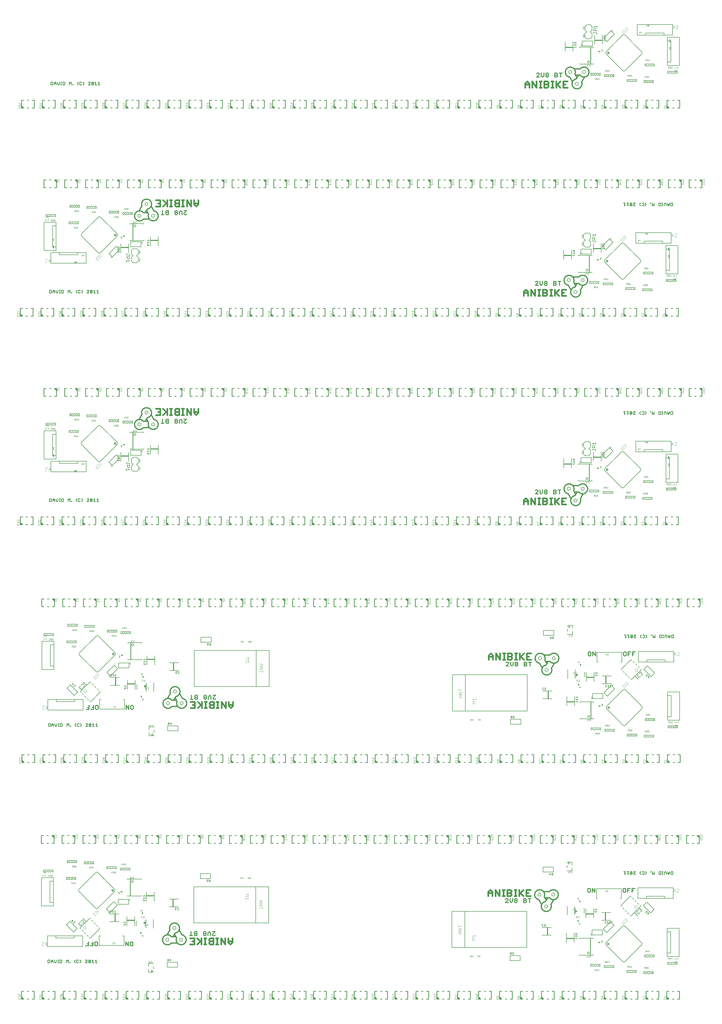
<source format=gbr>
G04 CAM350 V10.1.0 (Build 363) Date:  Mon Oct 03 20:15:31 2011 *
G04 Database: C:\Projects\AniBike Project\Hardware\AniBike V2.7 BT\EagleDIR\AniBike v2.7 BT\Manufacturing\2V8\ANIBIKE_2V8_Rev1.0.cam *
G04 Layer 5: AniBike_v2.8_BT_MainBoard.GTO *
G04 Composite: SILK_TOP *
%FSLAX24Y24*%
%MOIN*%
%SFA1.000B1.000*%

%MIA0B0*%
%IPPOS*%
%ADD32C,0.00800*%
%ADD35C,0.02200*%
%ADD39C,0.01600*%
%ADD40C,0.01400*%
%ADD46C,0.01000*%
%ADD69C,0.00100*%
%ADD74C,0.00200*%
%ADD75C,0.00500*%
%ADD76C,0.00600*%
%ADD77C,0.00300*%
%ADD78R,0.01480X0.11000*%
%ADD79R,0.11000X0.01480*%
%ADD80R,0.01800X0.03000*%
%ADD81C,0.00400*%
%ADD82R,0.03000X0.01800*%
%ADD120R,0.01480X0.11000*%
%ADD121R,0.11000X0.01480*%
%ADD122R,0.01800X0.03000*%
%ADD123R,0.03000X0.01800*%
%LNAniBike_v2.8_BT_MainBoard.GTO*%
%LPD*%
G54D120*
X22166Y19612D03*
X13972Y17492D03*
G54D121*
X16199Y17146D03*
X18959Y20606D03*
G54D122*
X17839Y18152D03*
X17599Y15352D03*
G54D123*
X14879Y21202D03*
G54D78*
X75187Y15598D03*
X83381Y17718D03*
G54D79*
X81154Y18064D03*
X78394Y14604D03*
G54D80*
X79514Y17058D03*
X79754Y19858D03*
G54D82*
X82474Y14008D03*
G54D120*
X22239Y53055D03*
X14045Y50935D03*
G54D121*
X16272Y50589D03*
X19032Y54049D03*
G54D122*
X17912Y51595D03*
X17672Y48795D03*
G54D123*
X14952Y54645D03*
G54D78*
X75260Y49041D03*
X83454Y51161D03*
G54D79*
X81227Y51507D03*
X78467Y48047D03*
G54D80*
X79587Y50501D03*
X79827Y53301D03*
G54D82*
X82547Y47451D03*
G54D46*
X96659Y29172D02*
G01X96559D01*
X96459*
X96659Y28972*
Y29072*
Y28972*
Y28872*
X96359Y29172*
X96459*
X96559D02*
G01X96659Y29072D01*
Y29172*
Y28872D02*
G01Y28072D01*
X96359*
X95859D02*
G01X95659D01*
X95159D02*
G01X94859D01*
Y29172*
X95159*
X95659D02*
G01X95859D01*
X93699D02*
G01X93599D01*
X93499*
X93699Y28972*
Y29072*
Y28972*
Y28872*
X93399Y29172*
X93499*
X93599D02*
G01X93699Y29072D01*
Y29172*
Y28872D02*
G01Y28072D01*
X93399*
X92899D02*
G01X92699D01*
X92199D02*
G01X91899D01*
Y29172*
X92199*
X92699D02*
G01X92899D01*
X90739D02*
G01X90639D01*
X90539*
X90739Y28972*
Y29072*
Y28972*
Y28872*
X90439Y29172*
X90539*
X90639D02*
G01X90739Y29072D01*
Y29172*
Y28872D02*
G01Y28072D01*
X90439*
X89939D02*
G01X89739D01*
X89239D02*
G01X88939D01*
Y29172*
X89239*
X89739D02*
G01X89939D01*
X87779D02*
G01X87679D01*
X87579*
X87779Y28972*
Y29072*
Y28972*
Y28872*
X87479Y29172*
X87579*
X87679D02*
G01X87779Y29072D01*
Y29172*
Y28872D02*
G01Y28072D01*
X87479*
X86979D02*
G01X86779D01*
X86279D02*
G01X85979D01*
Y29172*
X86279*
X86779D02*
G01X86979D01*
X84819D02*
G01X84719D01*
X84619*
X84819Y28972*
Y29072*
Y28972*
Y28872*
X84519Y29172*
X84619*
X84719D02*
G01X84819Y29072D01*
Y29172*
Y28872D02*
G01Y28072D01*
X84519*
X84019D02*
G01X83819D01*
X83319D02*
G01X83019D01*
Y29172*
X83319*
X83819D02*
G01X84019D01*
X81859D02*
G01X81759D01*
X81659*
X81859Y28972*
Y29072*
Y28972*
Y28872*
X81559Y29172*
X81659*
X81759D02*
G01X81859Y29072D01*
Y29172*
Y28872D02*
G01Y28072D01*
X81559*
X81059D02*
G01X80859D01*
X80359D02*
G01X80059D01*
Y29172*
X80359*
X80859D02*
G01X81059D01*
X78899D02*
G01X78799D01*
X78699*
X78899Y28972*
Y29072*
Y28972*
Y28872*
X78599Y29172*
X78699*
X78799D02*
G01X78899Y29072D01*
Y29172*
Y28872D02*
G01Y28072D01*
X78599*
X78099D02*
G01X77899D01*
X77399D02*
G01X77099D01*
Y29172*
X77399*
X77899D02*
G01X78099D01*
X75939D02*
G01X75839D01*
X75739*
X75939Y28972*
Y29072*
Y28972*
Y28872*
X75639Y29172*
X75739*
X75839D02*
G01X75939Y29072D01*
Y29172*
Y28872D02*
G01Y28072D01*
X75639*
X75139D02*
G01X74939D01*
X74439D02*
G01X74139D01*
Y29172*
X74439*
X74939D02*
G01X75139D01*
X72979D02*
G01X72879D01*
X72779*
X72979Y28972*
Y29072*
Y28972*
Y28872*
X72679Y29172*
X72779*
X72879D02*
G01X72979Y29072D01*
Y29172*
Y28872D02*
G01Y28072D01*
X72679*
X72179D02*
G01X71979D01*
X71479D02*
G01X71179D01*
Y29172*
X71479*
X71979D02*
G01X72179D01*
X70019D02*
G01X69919D01*
X69819*
X70019Y28972*
Y29072*
Y28972*
Y28872*
X69719Y29172*
X69819*
X69919D02*
G01X70019Y29072D01*
Y29172*
Y28872D02*
G01Y28072D01*
X69719*
X69219D02*
G01X69019D01*
X68519D02*
G01X68219D01*
Y29172*
X68519*
X69019D02*
G01X69219D01*
X67059D02*
G01X66959D01*
X66859*
X67059Y28972*
Y29072*
Y28972*
Y28872*
X66759Y29172*
X66859*
X66959D02*
G01X67059Y29072D01*
Y29172*
Y28872D02*
G01Y28072D01*
X66759*
X66259D02*
G01X66059D01*
X65559D02*
G01X65259D01*
Y29172*
X65559*
X66059D02*
G01X66259D01*
X64099D02*
G01X63999D01*
X63899*
X64099Y28972*
Y29072*
Y28972*
Y28872*
X63799Y29172*
X63899*
X63999D02*
G01X64099Y29072D01*
Y29172*
Y28872D02*
G01Y28072D01*
X63799*
X63299D02*
G01X63099D01*
X62599D02*
G01X62299D01*
Y29172*
X62599*
X63099D02*
G01X63299D01*
X61139D02*
G01X61039D01*
X60939*
X61139Y28972*
Y29072*
Y28972*
Y28872*
X60839Y29172*
X60939*
X61039D02*
G01X61139Y29072D01*
Y29172*
Y28872D02*
G01Y28072D01*
X60839*
X60339D02*
G01X60139D01*
X59639D02*
G01X59339D01*
Y29172*
X59639*
X60139D02*
G01X60339D01*
X58179D02*
G01X58079D01*
X57979*
X58179Y28972*
Y29072*
Y28972*
Y28872*
X57879Y29172*
X57979*
X58079D02*
G01X58179Y29072D01*
Y29172*
Y28872D02*
G01Y28072D01*
X57879*
X57379D02*
G01X57179D01*
X56679D02*
G01X56379D01*
Y29172*
X56679*
X57179D02*
G01X57379D01*
X55299D02*
G01X55199D01*
X55099*
X55299Y28972*
Y29072*
Y28972*
Y28872*
X54999Y29172*
X55099*
X55199D02*
G01X55299Y29072D01*
Y29172*
Y28872D02*
G01Y28072D01*
X54999*
X54499D02*
G01X54299D01*
X53799D02*
G01X53499D01*
Y29172*
X53799*
X54299D02*
G01X54499D01*
X52419D02*
G01X52319D01*
X52219*
X52419Y28972*
Y29072*
Y28972*
Y28872*
X52119Y29172*
X52219*
X52319D02*
G01X52419Y29072D01*
Y29172*
Y28872D02*
G01Y28072D01*
X52119*
X51619D02*
G01X51419D01*
X50919D02*
G01X50619D01*
Y29172*
X50919*
X51419D02*
G01X51619D01*
X49539D02*
G01X49439D01*
X49339*
X49539Y28972*
Y29072*
Y28972*
Y28872*
X49239Y29172*
X49339*
X49439D02*
G01X49539Y29072D01*
Y29172*
Y28872D02*
G01Y28072D01*
X49239*
X48739D02*
G01X48539D01*
X48039D02*
G01X47739D01*
Y29172*
X48039*
X48539D02*
G01X48739D01*
X46659D02*
G01X46559D01*
X46459*
X46659Y28972*
Y29072*
Y28972*
Y28872*
X46359Y29172*
X46459*
X46559D02*
G01X46659Y29072D01*
Y29172*
Y28872D02*
G01Y28072D01*
X46359*
X45859D02*
G01X45659D01*
X45159D02*
G01X44859D01*
Y29172*
X45159*
X45659D02*
G01X45859D01*
X43779D02*
G01X43679D01*
X43579*
X43779Y28972*
Y29072*
Y28972*
Y28872*
X43479Y29172*
X43579*
X43679D02*
G01X43779Y29072D01*
Y29172*
Y28872D02*
G01Y28072D01*
X43479*
X42979D02*
G01X42779D01*
X42279D02*
G01X41979D01*
Y29172*
X42279*
X42779D02*
G01X42979D01*
X40819D02*
G01X40719D01*
X40619*
X40819Y28972*
Y29072*
Y28972*
Y28872*
X40519Y29172*
X40619*
X40719D02*
G01X40819Y29072D01*
Y29172*
Y28872D02*
G01Y28072D01*
X40519*
X40019D02*
G01X39819D01*
X39319D02*
G01X39019D01*
Y29172*
X39319*
X39819D02*
G01X40019D01*
X37859D02*
G01X37759D01*
X37659*
X37859Y28972*
Y29072*
Y28972*
Y28872*
X37559Y29172*
X37659*
X37759D02*
G01X37859Y29072D01*
Y29172*
Y28872D02*
G01Y28072D01*
X37559*
X37059D02*
G01X36859D01*
X36359D02*
G01X36059D01*
Y29172*
X36359*
X36859D02*
G01X37059D01*
X34899D02*
G01X34799D01*
X34699*
X34899Y28972*
Y29072*
Y28972*
Y28872*
X34599Y29172*
X34699*
X34799D02*
G01X34899Y29072D01*
Y29172*
Y28872D02*
G01Y28072D01*
X34599*
X34099D02*
G01X33899D01*
X33399D02*
G01X33099D01*
Y29172*
X33399*
X33899D02*
G01X34099D01*
X31939D02*
G01X31839D01*
X31739*
X31939Y28972*
Y29072*
Y28972*
Y28872*
X31639Y29172*
X31739*
X31839D02*
G01X31939Y29072D01*
Y29172*
Y28872D02*
G01Y28072D01*
X31639*
X31139D02*
G01X30939D01*
X30439D02*
G01X30139D01*
Y29172*
X30439*
X30939D02*
G01X31139D01*
X28979D02*
G01X28879D01*
X28779*
X28979Y28972*
Y29072*
Y28972*
Y28872*
X28679Y29172*
X28779*
X28879D02*
G01X28979Y29072D01*
Y29172*
Y28872D02*
G01Y28072D01*
X28679*
X28179D02*
G01X27979D01*
X27479D02*
G01X27179D01*
Y29172*
X27479*
X27979D02*
G01X28179D01*
X26019D02*
G01X25919D01*
X25819*
X26019Y28972*
Y29072*
Y28972*
Y28872*
X25719Y29172*
X25819*
X25919D02*
G01X26019Y29072D01*
Y29172*
Y28872D02*
G01Y28072D01*
X25719*
X25219D02*
G01X25019D01*
X24519D02*
G01X24219D01*
Y29172*
X24519*
X25019D02*
G01X25219D01*
X23059D02*
G01X22959D01*
X22859*
X23059Y28972*
Y29072*
Y28972*
Y28872*
X22759Y29172*
X22859*
X22959D02*
G01X23059Y29072D01*
Y29172*
Y28872D02*
G01Y28072D01*
X22759*
X22259D02*
G01X22059D01*
X21559D02*
G01X21259D01*
Y29172*
X21559*
X22059D02*
G01X22259D01*
X20099D02*
G01X19999D01*
X19899*
X20099Y28972*
Y29072*
Y28972*
Y28872*
X19799Y29172*
X19899*
X19999D02*
G01X20099Y29072D01*
Y29172*
Y28872D02*
G01Y28072D01*
X19799*
X19299D02*
G01X19099D01*
X18599D02*
G01X18299D01*
Y29172*
X18599*
X19099D02*
G01X19299D01*
X17139D02*
G01X17039D01*
X16939*
X17139Y28972*
Y29072*
Y28972*
Y28872*
X16839Y29172*
X16939*
X17039D02*
G01X17139Y29072D01*
Y29172*
Y28872D02*
G01Y28072D01*
X16839*
X16339D02*
G01X16139D01*
X15639D02*
G01X15339D01*
Y29172*
X15639*
X16139D02*
G01X16339D01*
X14179D02*
G01X14079D01*
X13979*
X14179Y28972*
Y29072*
Y28972*
Y28872*
X13879Y29172*
X13979*
X14079D02*
G01X14179Y29072D01*
Y29172*
Y28872D02*
G01Y28072D01*
X13879*
X13379D02*
G01X13179D01*
X12679D02*
G01X12379D01*
Y29172*
X12679*
X13179D02*
G01X13379D01*
X11219D02*
G01X11119D01*
X11019*
X11219Y28972*
Y29072*
Y28972*
Y28872*
X10919Y29172*
X11019*
X11119D02*
G01X11219Y29072D01*
Y29172*
Y28872D02*
G01Y28072D01*
X10919*
X10419D02*
G01X10219D01*
X9719D02*
G01X9419D01*
Y29172*
X9719*
X10219D02*
G01X10419D01*
X8259D02*
G01X8159D01*
X8059*
X8259Y28972*
Y29072*
Y28972*
Y28872*
X7959Y29172*
X8059*
X8159D02*
G01X8259Y29072D01*
Y29172*
Y28872D02*
G01Y28072D01*
X7959*
X7459D02*
G01X7259D01*
X6759D02*
G01X6459D01*
Y29172*
X6759*
X7259D02*
G01X7459D01*
X5299D02*
G01X5199D01*
X5099*
X5299Y28972*
Y29072*
Y28972*
Y28872*
X4999Y29172*
X5099*
X5199D02*
G01X5299Y29072D01*
Y29172*
Y28872D02*
G01Y28072D01*
X4999*
X4499D02*
G01X4299D01*
X3799D02*
G01X3499D01*
Y29172*
X3799*
X4299D02*
G01X4499D01*
X16109Y22962D02*
G01Y20612D01*
X13717Y21392D02*
G01X13715Y21372D01*
X13710Y21352*
X13700Y21334*
X13688Y21317*
X13673Y21303*
X13655Y21293*
X13636Y21285*
X13616Y21281*
X13596*
X13576Y21285*
X13557Y21293*
X13539Y21303*
X13524Y21317*
X13512Y21334*
X13502Y21352*
X13497Y21372*
X13495Y21392*
X13497Y21412*
X13502Y21432*
X13512Y21450*
X13524Y21467*
X13539Y21481*
X13557Y21491*
X13576Y21499*
X13596Y21503*
X13616*
X13636Y21499*
X13655Y21491*
X13673Y21481*
X13688Y21467*
X13700Y21450*
X13710Y21432*
X13715Y21412*
X13717Y21392*
X85957Y24067D02*
G01X86224D01*
X86090D02*
G01Y23667D01*
X86224Y23800*
X86417Y24067D02*
G01X86684D01*
X86551D02*
G01Y23667D01*
X86684Y23800*
X86878Y23734D02*
G01X87145Y24001D01*
X87078Y24067*
X86944*
X86878Y24001*
Y23734*
X86944Y23667*
X87078*
X87145Y23734*
Y24001*
X87338Y24067D02*
G01X87605D01*
X87338Y23800*
Y23734*
X87405Y23667*
X87538*
X87605Y23734*
X88239Y23800D02*
G01Y23934D01*
X88372Y24067*
X88566Y24001D02*
G01X88632Y24067D01*
X88766*
X88833Y24001*
Y23734*
X88766Y23667*
X88632*
X88566Y23734*
X88372Y23667D02*
G01X88239Y23800D01*
X89006Y23667D02*
G01X89139Y23800D01*
Y23934*
X89006Y24067*
X89763D02*
G01X89830D01*
Y24001*
X89763*
Y24067*
X90023D02*
G01Y23667D01*
X90157Y23800*
X90290Y23667*
Y24067*
X90944Y24001D02*
G01Y23734D01*
X91011Y23667*
X91211*
Y24067*
X91011*
X90944Y24001*
X91384Y24067D02*
G01X91518D01*
X91451D02*
G01Y23667D01*
X91518D02*
G01X91384D01*
X91711D02*
G01Y23934D01*
X91845Y24067*
X91978Y23934*
Y23667*
X92172Y23800D02*
G01Y24067D01*
Y23867D02*
G01X92439D01*
Y23800D02*
G01Y24067D01*
X92632Y24001D02*
G01Y23734D01*
X92699Y23667*
X92899*
Y24067*
X92699*
X92632Y24001*
X92439Y23800D02*
G01X92305Y23667D01*
X92172Y23800*
G54D35*
X30569Y14622D02*
G01Y14035D01*
X30275Y13742*
X29982Y14035*
Y14622*
X29556D02*
G01Y13742D01*
X28969Y14622*
Y13742*
X28543D02*
G01X28250D01*
X28397D02*
G01Y14622D01*
X28543D02*
G01X28250D01*
X27868D02*
G01X27428D01*
X27281Y14476*
Y14329*
X27428Y14182*
X27868*
X27428D02*
G01X27281Y14035D01*
Y13888*
X27428Y13742*
X27868*
Y14622*
X26855D02*
G01X26562D01*
X26708D02*
G01Y13742D01*
X26562D02*
G01X26855D01*
X26180D02*
G01Y14622D01*
Y14329D02*
G01X25593Y13742D01*
X25167D02*
G01Y14622D01*
X24580*
X25593D02*
G01X26033Y14182D01*
X25167D02*
G01X24874D01*
X25167Y13742D02*
G01X24580D01*
X29982Y14182D02*
G01X30569D01*
G54D40*
X28129Y15075D02*
G01X28036Y14982D01*
X27849*
X27755Y15075*
Y15169*
X28129Y15542*
X27755*
X27484Y15356D02*
G01X27298Y15542D01*
X27111Y15356*
Y14982*
X26840Y15075D02*
G01Y15169D01*
X26747Y15262*
X26560*
X26466Y15356*
Y15449*
X26560Y15542*
X26747*
X26840Y15449*
Y15356*
X26747Y15262*
X26560D02*
G01X26466Y15169D01*
Y15075*
X26560Y14982*
X26747*
X26840Y15075*
X27484Y14982D02*
G01Y15356D01*
X25551Y15262D02*
G01X25271D01*
X25177Y15356*
Y15449*
X25271Y15542*
X25551*
Y14982*
X25271*
X25177Y15075*
Y15169*
X25271Y15262*
X24906Y14982D02*
G01X24533D01*
X24720D02*
G01Y15542D01*
X16479Y14009D02*
G01Y13635D01*
X16386Y13542*
X16199*
X16105Y13635*
Y14009*
X16199Y14102*
X16386*
X16479Y14009*
X15834Y14102D02*
G01Y13542D01*
X15461Y14102*
Y13542*
X11489Y13635D02*
G01Y14009D01*
X11396Y14102*
X11209*
X11115Y14009*
Y13635*
X11209Y13542*
X11396*
X11489Y13635*
X10844Y13542D02*
G01X10471D01*
X10200D02*
G01X9826D01*
X10200D02*
G01Y14102D01*
Y13822D02*
G01X10013D01*
X10658D02*
G01X10844D01*
Y14102D02*
G01Y13542D01*
G54D69*
X17747Y14897D02*
G01Y15047D01*
X17797D02*
G01X17697D01*
X17797Y14947D02*
G01X17747Y14897D01*
X17844Y14922D02*
G01Y14972D01*
X17869Y14997*
X17944*
X17894D02*
G01X17844Y15047D01*
X17944D02*
G01Y14897D01*
X17869*
X17844Y14922*
X18507Y16400D02*
G01Y16500D01*
Y16547D02*
G01Y16647D01*
X18657*
X18607Y16500D02*
G01X18657Y16450D01*
X18507*
X17779Y18457D02*
G01X17704D01*
X17679Y18482*
Y18532*
X17704Y18557*
X17779*
Y18607D02*
G01Y18457D01*
X17729Y18557D02*
G01X17679Y18607D01*
X17631D02*
G01X17531Y18507D01*
Y18482*
X17556Y18457*
X17606*
X17631Y18482*
Y18607D02*
G01X17531D01*
X14574Y20895D02*
G01Y20995D01*
X14499*
X14524Y20945*
Y20920*
X14499Y20895*
X14449*
X14424Y20920*
Y20970*
X14449Y20995*
X14424Y21042D02*
G01X14474Y21092D01*
Y21067D02*
G01Y21142D01*
X14424D02*
G01X14574D01*
Y21067*
X14549Y21042*
X14499*
X14474Y21067*
X31719Y23082D02*
G01Y23182D01*
X31744Y23207*
X31819*
Y23057*
X31744*
X31719Y23082*
X31867Y23057D02*
G01X31967Y23207D01*
X32064D02*
G01Y23057D01*
X32114D02*
G01X32014D01*
X31967D02*
G01X31867Y23207D01*
X32759Y23182D02*
G01Y23082D01*
X32784Y23057*
X32859*
Y23207*
X32784*
X32759Y23182*
X32907Y23207D02*
G01X33007Y23057D01*
X33054Y23082D02*
G01Y23132D01*
X33079Y23157*
X33154*
X33104D02*
G01X33054Y23207D01*
X33007D02*
G01X32907Y23057D01*
X33054Y23082D02*
G01X33079Y23057D01*
X33154*
Y23207*
G54D74*
X16638Y23292D02*
G01X16565D01*
X16602D02*
G01Y23072D01*
X16638D02*
G01X16565D01*
X16491Y23109D02*
G01Y23256D01*
X16454Y23292*
X16381*
X16344Y23256*
X16270D02*
G01X16233Y23292D01*
X16160*
X16123Y23256*
Y23182*
X16160Y23146*
X16197*
X16270Y23182*
Y23072*
X16123*
X16344Y23109D02*
G01X16381Y23072D01*
X16454*
X16491Y23109*
X14040Y23830D02*
G01X13929D01*
X13893Y23866*
Y23940*
X13929Y23977*
X14040*
Y24050D02*
G01Y23830D01*
X13966Y23977D02*
G01X13893Y24050D01*
X13819D02*
G01Y23830D01*
X13672Y24050*
Y23830*
X13598Y23866D02*
G01X13561Y23830D01*
X13487*
X13451Y23866*
Y23903*
X13487Y23940*
X13451Y23977*
Y24013*
X13487Y24050*
X13561*
X13598Y24013*
X13524Y23940D02*
G01X13487D01*
X10860Y24510D02*
G01X10749D01*
X10713Y24546*
Y24620*
X10749Y24657*
X10860*
Y24730D02*
G01Y24510D01*
X10786Y24657D02*
G01X10713Y24730D01*
X10639D02*
G01Y24510D01*
X10492Y24730*
Y24510*
X10418Y24620D02*
G01X10307D01*
X10271Y24657*
Y24693*
X10307Y24730*
X10381*
X10418Y24693*
Y24620*
X10344Y24546*
X10271Y24510*
X8450Y24670D02*
G01X8339D01*
X8303Y24706*
Y24780*
X8339Y24817*
X8450*
Y24890D02*
G01Y24670D01*
X8376Y24817D02*
G01X8303Y24890D01*
X8229D02*
G01Y24670D01*
X8082Y24890*
Y24670*
X8008D02*
G01Y24780D01*
X7934Y24743*
X7897*
X7861Y24780*
Y24853*
X7897Y24890*
X7971*
X8008Y24853*
Y24670D02*
G01X7861D01*
X5100Y23570D02*
G01Y23350D01*
X4989*
X4953Y23386*
Y23460*
X4989Y23497*
X5100*
X5026D02*
G01X4953Y23570D01*
X4879D02*
G01Y23350D01*
X4732Y23570*
Y23350*
X4658Y23386D02*
G01X4621Y23350D01*
X4547*
X4511Y23386*
Y23423*
X4658Y23570*
X4511*
X7731Y22530D02*
G01X7878D01*
X7952D02*
G01Y22310D01*
X7878Y22383D02*
G01X7804Y22310D01*
Y22530*
X7952D02*
G01X8099Y22310D01*
Y22530*
X8173D02*
G01X8246Y22457D01*
X8209D02*
G01X8320D01*
Y22530D02*
G01Y22310D01*
X8209*
X8173Y22346*
Y22420*
X8209Y22457*
X14909Y24975D02*
G01X15019Y25085D01*
X14873*
X14909Y25195D02*
G01Y24975D01*
X15094D02*
G01Y25195D01*
X15240Y24975*
Y25195*
X15315D02*
G01X15388Y25121D01*
X15351D02*
G01X15461D01*
Y25195D02*
G01Y24975D01*
X15351*
X15315Y25011*
Y25085*
X15351Y25121*
X17644Y17724D02*
G01X17791D01*
X17717D02*
G01Y17503D01*
X17791Y17577*
X17865Y17540D02*
G01X17902Y17503D01*
X17975*
X18012Y17540*
Y17687*
X17975Y17724*
X17902*
X17865Y17687*
X18086Y17724D02*
G01X18159D01*
X18122D02*
G01Y17503D01*
X18086D02*
G01X18159D01*
X9890Y16117D02*
G01X9888Y16090D01*
X9882Y16063*
X9873Y16037*
X9860Y16013*
X9844Y15990*
X9825Y15971*
X9803Y15954*
X9779Y15940*
X9754Y15930*
X9727Y15923*
X9700Y15920*
X9672Y15921*
X9645Y15926*
X9619Y15934*
X9595Y15946*
X9572Y15962*
X9551Y15980*
X9534Y16001*
X9519Y16025*
X9508Y16050*
X9500Y16076*
X9496Y16103*
Y16131*
X9500Y16158*
X9508Y16184*
X9519Y16209*
X9534Y16233*
X9551Y16254*
X9572Y16272*
X9594Y16288*
X9619Y16300*
X9645Y16308*
X9672Y16313*
X9700Y16314*
X9727Y16311*
X9754Y16304*
X9779Y16294*
X9803Y16280*
X9825Y16263*
X9844Y16244*
X9860Y16221*
X9873Y16197*
X9882Y16171*
X9888Y16144*
X9890Y16117*
X13601Y14012D02*
G01X13748D01*
X13601Y13866*
Y13829*
X13638Y13792*
X13711*
X13748Y13829*
X13822D02*
G01X13859Y13792D01*
X13932*
X13969Y13829*
Y13866*
X13932Y13902*
X13859*
X13822Y13939*
Y13976*
X13859Y14012*
X13932*
X13969Y13976*
X78147Y23963D02*
G01X78294D01*
X78184Y23853*
Y24073*
X78368Y24036D02*
G01X78405Y24073D01*
X78478*
X78515Y24036*
Y23890*
X78478Y23853*
X78405*
X78368Y23890*
X78589Y23853D02*
G01X78662D01*
X78625D02*
G01Y24073D01*
X78589D02*
G01X78662D01*
G54D75*
X78633Y24142D02*
G01Y24575D01*
Y24969D02*
G01Y25402D01*
X77944*
Y25343*
X78278Y25225D02*
G01X78276Y25206D01*
X78271Y25187*
X78261Y25171*
X78249Y25156*
X78234Y25144*
X78218Y25134*
X78199Y25129*
X78180Y25127*
X78161Y25129*
X78142Y25134*
X78126Y25144*
X78111Y25156*
X78099Y25171*
X78089Y25187*
X78084Y25206*
X78082Y25225*
X78084Y25244*
X78089Y25263*
X78099Y25279*
X78111Y25294*
X78126Y25306*
X78142Y25316*
X78161Y25321*
X78180Y25323*
X78199Y25321*
X78218Y25316*
X78234Y25306*
X78249Y25294*
X78261Y25279*
X78271Y25263*
X78276Y25244*
X78278Y25225*
X77944Y24949D02*
G01Y24595D01*
Y24201D02*
G01Y24142D01*
X78633*
X35706Y21892D02*
G01X25115D01*
Y16774*
X35706*
Y21892*
X33879Y21852D02*
G01Y16812D01*
X23525Y14411D02*
G01X23523Y14382D01*
X23517Y14354*
X23508Y14327*
X23495Y14301*
X23479Y14278*
X23459Y14256*
X23438Y14238*
X23413Y14222*
X23387Y14210*
X23360Y14202*
X23332Y14197*
X23303Y14196*
X23274Y14199*
X23246Y14206*
X23219Y14216*
X23194Y14230*
X23171Y14247*
X23151Y14267*
X23133Y14289*
X23118Y14314*
X23107Y14340*
X23099Y14368*
X23095Y14397*
Y14425*
X23099Y14454*
X23107Y14482*
X23118Y14508*
X23133Y14533*
X23151Y14555*
X23171Y14575*
X23194Y14592*
X23219Y14606*
X23246Y14616*
X23274Y14623*
X23303Y14626*
X23332Y14625*
X23360Y14620*
X23387Y14612*
X23413Y14600*
X23438Y14584*
X23459Y14566*
X23479Y14544*
X23495Y14521*
X23508Y14495*
X23517Y14468*
X23523Y14440*
X23525Y14411*
X21574Y14412D02*
G01X21572Y14383D01*
X21566Y14355*
X21557Y14328*
X21544Y14302*
X21528Y14279*
X21508Y14257*
X21487Y14239*
X21462Y14223*
X21436Y14211*
X21409Y14203*
X21381Y14198*
X21352Y14197*
X21323Y14200*
X21295Y14207*
X21268Y14217*
X21243Y14231*
X21220Y14248*
X21200Y14268*
X21182Y14290*
X21167Y14315*
X21156Y14341*
X21148Y14369*
X21144Y14398*
Y14426*
X21148Y14455*
X21156Y14483*
X21167Y14509*
X21182Y14534*
X21200Y14556*
X21220Y14576*
X21243Y14593*
X21268Y14607*
X21295Y14617*
X21323Y14624*
X21352Y14627*
X21381Y14626*
X21409Y14621*
X21436Y14613*
X21462Y14601*
X21487Y14585*
X21508Y14567*
X21528Y14545*
X21544Y14522*
X21557Y14496*
X21566Y14469*
X21572Y14441*
X21574Y14412*
X22583Y16086D02*
G01X22581Y16057D01*
X22575Y16029*
X22566Y16002*
X22553Y15976*
X22537Y15953*
X22517Y15931*
X22496Y15913*
X22471Y15897*
X22445Y15885*
X22418Y15877*
X22390Y15872*
X22361Y15871*
X22332Y15874*
X22304Y15881*
X22277Y15891*
X22252Y15905*
X22229Y15922*
X22209Y15942*
X22191Y15964*
X22176Y15989*
X22165Y16015*
X22157Y16043*
X22153Y16072*
Y16100*
X22157Y16129*
X22165Y16157*
X22176Y16183*
X22191Y16208*
X22209Y16230*
X22229Y16250*
X22252Y16267*
X22277Y16281*
X22304Y16291*
X22332Y16298*
X22361Y16301*
X22390Y16300*
X22418Y16295*
X22445Y16287*
X22471Y16275*
X22496Y16259*
X22517Y16241*
X22537Y16219*
X22553Y16196*
X22566Y16170*
X22575Y16143*
X22581Y16115*
X22583Y16086*
X18229Y16397D02*
G01Y17027D01*
X18150*
X18186Y16864D02*
G01Y16785D01*
X18029*
X18108Y16864*
Y16706*
X18186Y16785*
X18108Y16864*
X18186*
X18108D02*
G01X18029D01*
Y16785*
X18108Y16706*
X18186*
Y16785*
X18108Y16706D02*
G01X18029D01*
Y16785*
X18150Y16397D02*
G01X18229D01*
X17048D02*
G01X16969D01*
Y17027*
X17048*
X9835Y17095D02*
G01X9729Y16989D01*
X9782Y17042D02*
G01X9464Y17360D01*
X9517Y17413D02*
G01X9411Y17307D01*
X9353Y17143D02*
G01X9247D01*
X9141Y17037*
Y16931*
X9028Y16818D02*
G01X8921D01*
X8815Y16711*
Y16605*
X8868Y16552*
X8975*
X9028Y16605*
X8975Y16552D02*
G01Y16446D01*
X9028Y16393*
X9134*
X9240Y16499*
Y16605*
X9353Y16718D02*
G01X9459Y16719D01*
X9565Y16825*
Y16931*
X9353Y17143*
X5239Y19192D02*
G01Y19692D01*
X4739*
Y22692*
X5239*
Y19692*
Y19192D02*
G01X3539D01*
Y23192*
X5239*
Y22692*
X7070Y22935D02*
G01X7148D01*
X7227Y23014*
X7306*
X7385Y22935*
X7463*
X7542Y23014*
X7621*
X7700Y22935*
X7778*
X7857Y23014*
X7936*
X8015Y22935*
X8093*
X8172Y23014*
X8251*
X8330Y22935*
X8408*
Y23250*
X8330*
X8251Y23171*
X8172*
X8093Y23250*
X8015*
X7936Y23171*
X7857*
X7778Y23250*
X7700*
X7621Y23171*
X7542*
X7463Y23250*
X7385*
X7306Y23171*
X7227*
X7148Y23250*
X7070*
Y22935*
X5188Y23975D02*
G01X5110D01*
X5031Y24054*
X4952*
X4873Y23975*
X4795*
X4716Y24054*
X4637*
X4558Y23975*
X4480*
X4401Y24054*
X4322*
X4243Y23975*
X4165*
X4086Y24054*
X4007*
X3928Y23975*
X3850*
Y24290*
X3928*
X4007Y24211*
X4086*
X4165Y24290*
X4243*
X4322Y24211*
X4401*
X4480Y24290*
X4558*
X4637Y24211*
X4716*
X4795Y24290*
X4873*
X4952Y24211*
X5031*
X5110Y24290*
X5188*
Y23975*
X9610Y25135D02*
G01X9688D01*
X9767Y25214*
X9846*
X9925Y25135*
X10003*
X10082Y25214*
X10161*
X10240Y25135*
X10318*
X10397Y25214*
X10476*
X10555Y25135*
X10633*
X10712Y25214*
X10791*
X10870Y25135*
X10948*
Y25450*
X10870*
X10791Y25371*
X10712*
X10633Y25450*
X10555*
X10476Y25371*
X10397*
X10318Y25450*
X10240*
X10161Y25371*
X10082*
X10003Y25450*
X9925*
X9846Y25371*
X9767*
X9688Y25450*
X9610*
Y25135*
X8538Y25295D02*
G01X8460D01*
X8381Y25374*
X8302*
X8223Y25295*
X8145*
X8066Y25374*
X7987*
X7908Y25295*
X7830*
X7751Y25374*
X7672*
X7593Y25295*
X7515*
X7436Y25374*
X7357*
X7278Y25295*
X7200*
Y25610*
X7278*
X7357Y25531*
X7436*
X7515Y25610*
X7593*
X7672Y25531*
X7751*
X7830Y25610*
X7908*
X7987Y25531*
X8066*
X8145Y25610*
X8223*
X8302Y25531*
X8381*
X8460Y25610*
X8538*
Y25295*
X12790Y24770D02*
G01Y24455D01*
X12868*
X12947Y24534*
X13026*
X13105Y24455*
X13183*
X13262Y24534*
X13341*
X13420Y24455*
X13498*
X13577Y24534*
X13656*
X13735Y24455*
X13813*
X13892Y24534*
X13971*
X14050Y24455*
X14128*
Y24770*
X14050*
X13971Y24691*
X13892*
X13813Y24770*
X13735*
X13656Y24691*
X13577*
X13498Y24770*
X13420*
X13341Y24691*
X13262*
X13183Y24770*
X13105*
X13026Y24691*
X12947*
X12868Y24770*
X12790*
X14730Y24570D02*
G01X14808D01*
X14887Y24491*
X14966*
X15045Y24570*
X15123*
X15202Y24491*
X15281*
X15360Y24570*
X15438*
X15517Y24491*
X15596*
X15675Y24570*
X15753*
X15832Y24491*
X15911*
X15990Y24570*
X16068*
Y24255*
X15990*
X15911Y24334*
X15832*
X15753Y24255*
X15675*
X15596Y24334*
X15517*
X15438Y24255*
X15360*
X15281Y24334*
X15202*
X15123Y24255*
X15045*
X14966Y24334*
X14887*
X14808Y24255*
X14730*
Y24570*
X16550Y22662D02*
G01X16548Y22639D01*
X16542Y22616*
X16533Y22595*
X16520Y22575*
X16504Y22558*
X16486Y22544*
X16466Y22533*
X16444Y22525*
X16421Y22521*
X16397*
X16374Y22525*
X16352Y22533*
X16332Y22544*
X16314Y22558*
X16298Y22575*
X16285Y22595*
X16276Y22616*
X16270Y22639*
X16268Y22662*
X16270Y22685*
X16276Y22708*
X16285Y22729*
X16298Y22749*
X16314Y22766*
X16332Y22780*
X16352Y22791*
X16374Y22799*
X16397Y22803*
X16421*
X16444Y22799*
X16466Y22791*
X16486Y22780*
X16504Y22766*
X16520Y22749*
X16533Y22729*
X16542Y22708*
X16548Y22685*
X16550Y22662*
X9379Y14962D02*
G01Y13462D01*
X4379*
Y14962*
X5579*
Y14662*
X8179*
Y14962*
X9379*
X8179D02*
G01X5579D01*
G54D76*
X9260Y15779D02*
G01X9439Y15601D01*
X9611Y15428D02*
G01X9792Y15247D01*
X9965Y15075D02*
G01X10146Y14894D01*
X10315Y14724D02*
G01X10352Y14688D01*
X10358Y14683D02*
G01X10373Y14671D01*
X10390Y14661*
X10408Y14656*
X10427Y14654*
X10446Y14656*
X10465Y14661*
X10481Y14671*
X10496Y14683*
Y14682D02*
G01X11749Y15935D01*
X11761Y15950*
X11771Y15967*
X11776Y15985*
X11778Y16004*
X11776Y16023*
X11771Y16042*
X11761Y16058*
X11749Y16073*
X11752Y16071D02*
G01X11710Y16113D01*
X11538Y16286D02*
G01X11359Y16464D01*
X11184Y16639D02*
G01X11006Y16817D01*
X10830Y16993D02*
G01X10652Y17171D01*
X10480Y17344D02*
G01X10444Y17380D01*
X10440Y17382D02*
G01X10425Y17394D01*
X10409Y17404*
X10390Y17409*
X10371Y17411*
X10352Y17409*
X10334Y17404*
X10317Y17394*
X10302Y17382*
Y17383D02*
G01X9052Y16133D01*
X9049Y16129D02*
G01X9037Y16114D01*
X9027Y16098*
X9022Y16079*
X9020Y16060*
X9022Y16041*
X9027Y16023*
X9037Y16006*
X9049Y15991*
X9052Y15988D02*
G01X9088Y15952D01*
X8155Y16767D02*
G01X8278Y16890D01*
Y16951*
X8216Y17012*
X8155*
X8008Y17037D02*
G01X7885Y17160D01*
X8008Y17221D02*
G01X7824Y17037D01*
X8008*
X8032Y16890D02*
G01Y16829D01*
X8094Y16767*
X8155*
X13337Y18222D02*
G01Y18482D01*
X13424D02*
G01X13250D01*
X13424Y18309D02*
G01X13337Y18222D01*
X13632D02*
G01Y18482D01*
X13718D02*
G01X13545D01*
X13718Y18309D02*
G01X13632Y18222D01*
X13839Y18265D02*
G01X13883Y18222D01*
X13970*
X14013Y18265*
Y18439*
X13970Y18482*
X13883*
X13839Y18439*
X15252Y16892D02*
G01X15209Y16848D01*
Y16762*
X15252Y16718*
X15209Y16597D02*
G01Y16424D01*
Y16510D02*
G01X15469D01*
X15382Y16597*
X15426Y16718D02*
G01X15469Y16762D01*
Y16848*
X15426Y16892*
X15252*
X22481Y18665D02*
G01X22524Y18622D01*
X22611*
X22654Y18665*
X22775D02*
G01X22819Y18622D01*
X22906*
X22949Y18665*
Y18839*
X22906Y18882*
X22819*
X22775Y18839*
X22654Y18882D02*
G01X22481Y18709D01*
Y18665*
Y18882D02*
G01X22654D01*
X18229Y19927D02*
G01Y20014D01*
X18186Y20057*
X18229Y19927D02*
G01X18186Y19884D01*
X18142*
X17969Y20057*
Y19884*
Y20178D02*
G01Y20352D01*
Y20265D02*
G01X18229D01*
X18142Y20352*
X18186Y20473D02*
G01X18229Y20516D01*
Y20603*
X18186Y20646*
X18012*
X17969Y20603*
Y20516*
X18012Y20473*
X26961Y22665D02*
G01Y22709D01*
X27004Y22752*
X26961Y22796*
Y22839*
X27004Y22882*
X27091*
X27134Y22839*
X27048Y22752D02*
G01X27004D01*
X26961Y22665D02*
G01X27004Y22622D01*
X27091*
X27134Y22665*
X27255D02*
G01Y22752D01*
X27299Y22796*
X27429*
Y22882D02*
G01Y22622D01*
X27299*
X27255Y22665*
X27342Y22796D02*
G01X27255Y22882D01*
X75481Y23692D02*
G01X75654D01*
X75524Y23562*
Y23822*
X75775D02*
G01X75862Y23736D01*
X75819D02*
G01X75949D01*
Y23822D02*
G01Y23562D01*
X75819*
X75775Y23605*
Y23692*
X75819Y23736*
G54D77*
X97064Y29112D02*
G01Y29257D01*
X96774*
Y29112*
X96822Y29064*
X97016*
X97064Y29112*
X97016Y28963D02*
G01X97064Y28914D01*
Y28818*
X97016Y28769*
X96967*
X96919Y28818*
X96871Y28769*
X96822*
X96774Y28818*
Y28914*
X96822Y28963*
X96919Y28866D02*
G01Y28818D01*
X97016Y28668D02*
G01X97064Y28620D01*
Y28523*
X97016Y28475*
X96967*
X96774Y28668*
Y28475*
X94104Y28571D02*
G01X93814D01*
Y28475D02*
G01Y28668D01*
X93862Y28769D02*
G01X93814Y28818D01*
Y28914*
X93862Y28963*
Y29064D02*
G01X94056D01*
X94104Y29112*
Y29257*
X93814*
Y29112*
X93862Y29064*
X94056Y28963D02*
G01X94104Y28914D01*
Y28818*
X94056Y28769*
X94007*
X93959Y28818*
X93911Y28769*
X93862*
X93959Y28818D02*
G01Y28866D01*
X94007Y28668D02*
G01X94104Y28571D01*
X91144Y28523D02*
G01X91096Y28475D01*
X90902Y28668*
X90854Y28620*
Y28523*
X90902Y28475*
X91096*
X91144Y28523D02*
G01Y28620D01*
X91096Y28668*
X90902*
Y28769D02*
G01X90854Y28818D01*
Y28914*
X90902Y28963*
Y29064D02*
G01X91096D01*
X91144Y29112*
Y29257*
X90854*
Y29112*
X90902Y29064*
X91096Y28963D02*
G01X91144Y28914D01*
Y28818*
X91096Y28769*
X91047*
X90999Y28818*
X90951Y28769*
X90902*
X90999Y28818D02*
G01Y28866D01*
X88184Y28914D02*
G01X88136Y28963D01*
X88184Y28914D02*
G01Y28818D01*
X88136Y28769*
X88087*
X87894Y28963*
Y28769*
X87942Y28668D02*
G01X87894Y28620D01*
Y28523*
X87942Y28475*
X88136*
X88184Y28523*
Y28620*
X88136Y28668*
X88087*
X88039Y28620*
Y28475*
X88136Y29064D02*
G01X88184Y29112D01*
Y29257*
X87894*
Y29112*
X87942Y29064*
X88136*
X85224Y29112D02*
G01Y29257D01*
X84934*
Y29112*
X84982Y29064*
X85176*
X85224Y29112*
X85176Y28963D02*
G01X85224Y28914D01*
Y28818*
X85176Y28769*
X85127*
X84934Y28963*
Y28769*
X84982Y28668D02*
G01X85031D01*
X85079Y28620*
Y28523*
X85031Y28475*
X84982*
X84934Y28523*
Y28620*
X84982Y28668*
X85079Y28620D02*
G01X85127Y28668D01*
X85176*
X85224Y28620*
Y28523*
X85176Y28475*
X85127*
X85079Y28523*
X82264Y28475D02*
G01Y28668D01*
X82216Y28769D02*
G01X82264Y28818D01*
Y28914*
X82216Y28963*
Y29064D02*
G01X82264Y29112D01*
Y29257*
X81974*
Y29112*
X82022Y29064*
X82216*
X81974Y28963D02*
G01X82167Y28769D01*
X82216*
X82022Y28668D02*
G01X81974D01*
X82022D02*
G01X82216Y28475D01*
X82264*
X81974Y28769D02*
G01Y28963D01*
X79304Y28914D02*
G01X79256Y28963D01*
X79304Y28914D02*
G01Y28818D01*
X79256Y28769*
X79207*
X79014Y28963*
Y28769*
X79062Y28668D02*
G01X79159D01*
Y28523*
X79111Y28475*
X79062*
X79014Y28523*
Y28620*
X79062Y28668*
X79159D02*
G01X79256Y28571D01*
X79304Y28475*
X79256Y29064D02*
G01X79304Y29112D01*
Y29257*
X79014*
Y29112*
X79062Y29064*
X79256*
X76344Y29112D02*
G01Y29257D01*
X76054*
Y29112*
X76102Y29064*
X76296*
X76344Y29112*
X76296Y28963D02*
G01X76344Y28914D01*
Y28818*
X76296Y28769*
X76247*
X76054Y28963*
Y28769*
X76102Y28668D02*
G01X76054Y28620D01*
Y28523*
X76102Y28475*
X76199*
X76247Y28523*
Y28571*
X76199Y28668*
X76344*
Y28475*
X73384Y28523D02*
G01X73239Y28668D01*
Y28475*
X73094Y28523D02*
G01X73384D01*
X73336Y28769D02*
G01X73384Y28818D01*
Y28914*
X73336Y28963*
Y29064D02*
G01X73384Y29112D01*
Y29257*
X73094*
Y29112*
X73142Y29064*
X73336*
X73094Y28963D02*
G01X73287Y28769D01*
X73336*
X73094D02*
G01Y28963D01*
X70424Y28914D02*
G01X70376Y28963D01*
X70424Y28914D02*
G01Y28818D01*
X70376Y28769*
X70327*
X70134Y28963*
Y28769*
X70182Y28668D02*
G01X70134Y28620D01*
Y28523*
X70182Y28475*
X70231*
X70279Y28523*
Y28571*
Y28523D02*
G01X70327Y28475D01*
X70376*
X70424Y28523*
Y28620*
X70376Y28668*
Y29064D02*
G01X70424Y29112D01*
Y29257*
X70134*
Y29112*
X70182Y29064*
X70376*
X67464Y29112D02*
G01Y29257D01*
X67174*
Y29112*
X67222Y29064*
X67416*
X67464Y29112*
X67416Y28963D02*
G01X67464Y28914D01*
Y28818*
X67416Y28769*
X67367*
X67174Y28963*
Y28769*
Y28668D02*
G01X67367Y28475D01*
X67416*
X67464Y28523*
Y28620*
X67416Y28668*
X67174D02*
G01Y28475D01*
X64504Y28571D02*
G01X64214D01*
Y28475D02*
G01Y28668D01*
Y28769D02*
G01Y28963D01*
X64407Y28769*
X64456*
X64504Y28818*
Y28914*
X64456Y28963*
Y29064D02*
G01X64504Y29112D01*
Y29257*
X64214*
Y29112*
X64262Y29064*
X64456*
X64407Y28668D02*
G01X64504Y28571D01*
X61544Y28523D02*
G01X61496Y28475D01*
X61302Y28668*
X61254Y28620*
Y28523*
X61302Y28475*
X61496*
X61544Y28523D02*
G01Y28620D01*
X61496Y28668*
X61302*
X61254Y28769D02*
G01Y28963D01*
X61447Y28769*
X61496*
X61544Y28818*
Y28914*
X61496Y28963*
Y29064D02*
G01X61544Y29112D01*
Y29257*
X61254*
Y29112*
X61302Y29064*
X61496*
X58584Y29112D02*
G01Y29257D01*
X58294*
Y29112*
X58342Y29064*
X58536*
X58584Y29112*
X58487Y28963D02*
G01X58584Y28866D01*
X58294*
Y28963D02*
G01Y28769D01*
X58342Y28668D02*
G01X58294Y28620D01*
Y28523*
X58342Y28475*
X58536*
X58584Y28523*
Y28620*
X58536Y28668*
X58487*
X58439Y28620*
Y28475*
X55704Y28523D02*
G01X55656Y28475D01*
X55607*
X55559Y28523*
Y28620*
X55607Y28668*
X55656*
X55704Y28620*
Y28523*
X55559D02*
G01X55511Y28475D01*
X55462*
X55414Y28523*
Y28620*
X55462Y28668*
X55511*
X55559Y28620*
X55414Y28769D02*
G01Y28963D01*
Y28866D02*
G01X55704D01*
X55607Y28963*
X55656Y29064D02*
G01X55704Y29112D01*
Y29257*
X55414*
Y29112*
X55462Y29064*
X55656*
X52824Y29112D02*
G01Y29257D01*
X52534*
Y29112*
X52582Y29064*
X52776*
X52824Y29112*
X52727Y28963D02*
G01X52824Y28866D01*
X52534*
Y28963D02*
G01Y28769D01*
Y28668D02*
G01X52582D01*
X52776Y28475*
X52824*
Y28668*
X49944Y28475D02*
G01X49896Y28571D01*
X49799Y28668*
Y28523*
X49751Y28475*
X49702*
X49654Y28523*
Y28620*
X49702Y28668*
X49799*
X49654Y28769D02*
G01Y28963D01*
Y28866D02*
G01X49944D01*
X49847Y28963*
X49896Y29064D02*
G01X49944Y29112D01*
Y29257*
X49654*
Y29112*
X49702Y29064*
X49896*
X47064Y29112D02*
G01Y29257D01*
X46774*
Y29112*
X46822Y29064*
X47016*
X47064Y29112*
X46967Y28963D02*
G01X47064Y28866D01*
X46774*
Y28963D02*
G01Y28769D01*
X46822Y28668D02*
G01X46774Y28620D01*
Y28523*
X46822Y28475*
X46919*
X46967Y28523*
Y28571*
X46919Y28668*
X47064*
Y28475*
X44184Y28523D02*
G01X44039Y28668D01*
Y28475*
X43894Y28523D02*
G01X44184D01*
Y28866D02*
G01X43894D01*
Y28963D02*
G01Y28769D01*
X44087Y28963D02*
G01X44184Y28866D01*
X44136Y29064D02*
G01X44184Y29112D01*
Y29257*
X43894*
Y29112*
X43942Y29064*
X44136*
X41224Y29112D02*
G01Y29257D01*
X40934*
Y29112*
X40982Y29064*
X41176*
X41224Y29112*
X41127Y28963D02*
G01X41224Y28866D01*
X40934*
Y28963D02*
G01Y28769D01*
X40982Y28668D02*
G01X40934Y28620D01*
Y28523*
X40982Y28475*
X41031*
X41079Y28523*
Y28571*
Y28523D02*
G01X41127Y28475D01*
X41176*
X41224Y28523*
Y28620*
X41176Y28668*
X38264Y28620D02*
G01X38216Y28668D01*
X38264Y28620D02*
G01Y28523D01*
X38216Y28475*
X38167*
X37974Y28668*
Y28475*
Y28769D02*
G01Y28963D01*
Y28866D02*
G01X38264D01*
X38167Y28963*
X38216Y29064D02*
G01X38264Y29112D01*
Y29257*
X37974*
Y29112*
X38022Y29064*
X38216*
X35304Y29112D02*
G01Y29257D01*
X35014*
Y29112*
X35062Y29064*
X35256*
X35304Y29112*
X35207Y28963D02*
G01X35304Y28866D01*
X35014*
Y28963D02*
G01Y28769D01*
Y28668D02*
G01Y28475D01*
Y28571D02*
G01X35304D01*
X35207Y28668*
X32344Y28620D02*
G01Y28523D01*
X32296Y28475*
X32102Y28668*
X32054Y28620*
Y28523*
X32102Y28475*
X32296*
X32344Y28620D02*
G01X32296Y28668D01*
X32102*
X32054Y28769D02*
G01Y28963D01*
Y28866D02*
G01X32344D01*
X32247Y28963*
X32296Y29064D02*
G01X32344Y29112D01*
Y29257*
X32054*
Y29112*
X32102Y29064*
X32296*
X29384Y29112D02*
G01Y29257D01*
X29094*
Y29112*
X29142Y29064*
X29336*
X29384Y29112*
X29336Y28963D02*
G01X29287D01*
X29239Y28914*
Y28769*
X29142D02*
G01X29336D01*
X29384Y28818*
Y28914*
X29336Y28963*
X29142D02*
G01X29094Y28914D01*
Y28818*
X29142Y28769*
X26424Y28818D02*
G01X26376Y28769D01*
X26327*
X26279Y28818*
Y28914*
X26327Y28963*
X26376*
X26424Y28914*
Y28818*
X26279D02*
G01X26231Y28769D01*
X26182*
X26134Y28818*
Y28914*
X26182Y28963*
X26231*
X26279Y28914*
X26182Y29064D02*
G01X26376D01*
X26424Y29112*
Y29257*
X26134*
Y29112*
X26182Y29064*
X23464Y29112D02*
G01Y29257D01*
X23174*
Y29112*
X23222Y29064*
X23416*
X23464Y29112*
Y28963D02*
G01Y28769D01*
X23416*
X23222Y28963*
X23174*
X20504Y29112D02*
G01Y29257D01*
X20214*
Y29112*
X20262Y29064*
X20456*
X20504Y29112*
X20359Y28963D02*
G01Y28818D01*
X20311Y28769*
X20262*
X20214Y28818*
Y28914*
X20262Y28963*
X20359*
X20456Y28866*
X20504Y28769*
X17544D02*
G01Y28963D01*
X17399*
X17447Y28866*
Y28818*
X17399Y28769*
X17302*
X17254Y28818*
Y28914*
X17302Y28963*
Y29064D02*
G01X17496D01*
X17544Y29112*
Y29257*
X17254*
Y29112*
X17302Y29064*
X14584Y29112D02*
G01Y29257D01*
X14294*
Y29112*
X14342Y29064*
X14536*
X14584Y29112*
X14439Y28963D02*
G01Y28769D01*
X14294Y28818D02*
G01X14584D01*
X14439Y28963*
X11624Y28914D02*
G01Y28818D01*
X11576Y28769*
X11527*
X11479Y28818*
X11431Y28769*
X11382*
X11334Y28818*
Y28914*
X11382Y28963*
Y29064D02*
G01X11576D01*
X11624Y29112*
Y29257*
X11334*
Y29112*
X11382Y29064*
X11576Y28963D02*
G01X11624Y28914D01*
X11479Y28866D02*
G01Y28818D01*
X8664D02*
G01Y28914D01*
X8616Y28963*
Y29064D02*
G01X8664Y29112D01*
Y29257*
X8374*
Y29112*
X8422Y29064*
X8616*
X8664Y28818D02*
G01X8616Y28769D01*
X8567*
X8374Y28963*
Y28769*
X5704Y28866D02*
G01X5414D01*
Y28963D02*
G01Y28769D01*
X5607Y28963D02*
G01X5704Y28866D01*
X5656Y29064D02*
G01X5704Y29112D01*
Y29257*
X5414*
Y29112*
X5462Y29064*
X5656*
X15934Y20156D02*
G01X15956Y20177D01*
X16042*
X16064Y20156*
Y20112*
X16042Y20091*
X15999Y20030D02*
G01Y19965D01*
X15977Y19943*
X15956*
X15934Y19965*
Y20008*
X15956Y20030*
X15999*
X16042Y19987*
X16064Y19943*
X15956Y20091D02*
G01X15934Y20112D01*
Y20156*
X11633Y18343D02*
G01X11371Y18605D01*
X11414Y18649D02*
G01X11327Y18562D01*
X11284Y18432D02*
G01X11197D01*
X11110Y18344*
Y18257*
X10980Y18215D02*
G01Y17866D01*
X11024Y17822*
X11111*
X11199Y17909*
Y17997*
X11284Y18083D02*
G01X11372Y18082D01*
X11459Y18170*
Y18257*
X11284Y18432*
X11589Y18300D02*
G01X11676Y18387D01*
X10980Y18215D02*
G01X10806Y18040D01*
X12981Y18242D02*
G01Y18273D01*
X12996Y18288*
X13027*
Y18319*
X13043Y18334*
X13073*
X13104Y18303*
Y18273*
X13147Y18230D02*
G01X13177D01*
X13208Y18199*
Y18169*
X13147Y18107*
X13116*
X13085Y18138*
Y18169*
X13042Y18211D02*
G01X13012D01*
X12981Y18242*
X13027Y18288D02*
G01X13043Y18273D01*
G54D32*
X13230Y18269D02*
G01X12735Y18764D01*
X13768Y19796*
X14263Y19301*
X13230Y18269*
X13209Y18042D02*
G01X14509D01*
X15649Y17682D02*
G01Y16382D01*
X16749D02*
G01Y17682D01*
X18347Y17302D02*
G01Y16042D01*
X19371D02*
G01Y17302D01*
X14509Y16942D02*
G01X13209D01*
X8613Y15994D02*
G01X8118Y15499D01*
X7085Y16531*
X7580Y17026*
X8613Y15994*
X11707Y14961D02*
G01X11904D01*
X11707D02*
G01Y13583D01*
X15251*
Y14961*
X15054*
X11490Y18831D02*
G01X11268D01*
X8818Y21281*
Y21504*
X11268Y23954*
X11490*
X13940Y21504*
Y21281*
X11490Y18831*
X14409Y19422D02*
G01Y20122D01*
X15869*
Y19422*
X14409*
X18409Y19842D02*
G01Y21142D01*
X19509D02*
G01Y19842D01*
X21629Y20162D02*
G01X22929D01*
Y19062D02*
G01X21629D01*
X17683Y20592D02*
G01Y20671D01*
Y20592D02*
G01X15714D01*
Y20671*
Y22915D02*
G01Y22993D01*
X17683*
Y22915*
X26029Y23062D02*
G01Y23762D01*
X27489*
Y23062*
X26029*
X74549Y24002D02*
G01Y24702D01*
X76009*
Y24002*
X74549*
G54D81*
X4359Y14042D02*
G01X4052Y13582D01*
X3899Y13659D02*
G01X3822Y13582D01*
X3668*
X3592Y13659*
Y13735*
X3899Y14042*
X3592*
X4052D02*
G01X4359Y13582D01*
X32399Y20085D02*
G01Y20392D01*
Y20545D02*
G01X32859D01*
X32706Y20699*
X32859Y20852*
X32399*
X32706Y20392D02*
G01X32859Y20239D01*
X32399*
X34352Y19982D02*
G01X34658D01*
X34812Y19829*
X34658Y19675*
X34352*
Y19522D02*
G01X34812D01*
X34352Y19215*
X34812*
Y19062D02*
G01Y18755D01*
Y18908D02*
G01X34352D01*
X34582Y19675D02*
G01Y19982D01*
X4219Y23479D02*
G01X3759D01*
Y23326D02*
G01Y23633D01*
Y23786D02*
G01X4219Y24093D01*
Y23786D02*
G01X3759Y24093D01*
X4066Y23633D02*
G01X4219Y23479D01*
G54D39*
X21707Y15821D02*
G01X21690Y15870D01*
X21676Y15921*
X21667Y15973*
X21661Y16025*
X21659Y16078*
X21661Y16130*
X21667Y16183*
X21677Y16234*
X21691Y16285*
X21708Y16335*
X21729Y16383*
X21754Y16430*
X21782Y16474*
X21813Y16516*
X21847Y16556*
X21885Y16593*
X21924Y16628*
X21967Y16659*
X22011Y16687*
X22058Y16711*
X22106Y16732*
X22156Y16750*
X22207Y16763*
X22258Y16773*
X22311Y16779*
X22363Y16781*
X22416Y16779*
X22468Y16773*
X22520Y16763*
X22571Y16750*
X22620Y16732*
X22668Y16711*
X22715Y16687*
X22760Y16659*
X22802Y16627*
X22842Y16593*
X22879Y16556*
X22913Y16516*
X22945Y16474*
X22973Y16429*
X22997Y16383*
X23018Y16334*
X23036Y16285*
X23049Y16234*
X23059Y16182*
X23065Y16130*
X23067Y16077*
X23065Y16025*
X23059Y15973*
X23049Y15921*
X23036Y15870*
X23019Y15820*
X22998Y15772*
X22973Y15726*
X22945Y15681*
X22914Y15639*
X22880Y15599*
X22842Y15561*
X22803Y15527*
X22760Y15496*
X22716Y15468*
X22669Y15443*
X22621Y15422*
X22571Y15405*
X22521Y15391*
X22469Y15381*
X22169Y14883*
X21919Y14852D02*
G01X22519D01*
X22649Y14676D02*
G01X22389Y15175D01*
X23031Y15775D02*
G01X23411Y15116D01*
X21707Y15821D02*
G01X21327Y15163D01*
X21919Y14852D02*
G01X21884Y14892D01*
X21847Y14929*
X21807Y14963*
X21765Y14994*
X21720Y15022*
X21674Y15047*
X21625Y15068*
X21576Y15085*
X21525Y15099*
X21473Y15108*
X21421Y15114*
X21368Y15116*
X21316Y15114*
X21263Y15108*
X21212Y15098*
X21161Y15085*
X21111Y15067*
X21063Y15046*
X21017Y15021*
X20972Y14993*
X20930Y14962*
X20890Y14928*
X20853Y14891*
X20818Y14851*
X20787Y14808*
X20759Y14764*
X20735Y14717*
X20714Y14669*
X20696Y14619*
X20683Y14569*
X20673Y14517*
X20667Y14465*
X20665Y14412*
X20667Y14359*
X20673Y14307*
X20683Y14255*
X20696Y14205*
X20714Y14155*
X20735Y14107*
X20759Y14060*
X20787Y14016*
X20818Y13973*
X20853Y13933*
X20890Y13896*
X20930Y13862*
X20972Y13831*
X21017Y13803*
X21063Y13778*
X21111Y13757*
X21161Y13739*
X21212Y13726*
X21263Y13716*
X21316Y13710*
X21368Y13708*
X21421Y13710*
X21473Y13716*
X21525Y13725*
X21576Y13739*
X21625Y13756*
X21674Y13777*
X21720Y13802*
X21765Y13830*
X21807Y13861*
X21847Y13895*
X21884Y13932*
X21919Y13972*
X22719*
X22649Y14676D02*
G01X22632Y14627D01*
X22618Y14576*
X22609Y14524*
X22603Y14472*
X22601Y14419*
X22603Y14367*
X22609Y14314*
X22619Y14263*
X22633Y14212*
X22650Y14162*
X22671Y14114*
X22696Y14067*
X22724Y14023*
X22755Y13981*
X22789Y13941*
X22827Y13904*
X22866Y13869*
X22909Y13838*
X22953Y13810*
X23000Y13786*
X23048Y13765*
X23098Y13747*
X23149Y13734*
X23200Y13724*
X23253Y13718*
X23305Y13716*
X23358Y13718*
X23410Y13724*
X23462Y13734*
X23513Y13747*
X23562Y13765*
X23610Y13786*
X23657Y13810*
X23702Y13838*
X23744Y13870*
X23784Y13904*
X23821Y13941*
X23855Y13981*
X23887Y14023*
X23915Y14068*
X23939Y14114*
X23960Y14163*
X23978Y14212*
X23991Y14263*
X24001Y14315*
X24007Y14367*
X24009Y14420*
X24007Y14472*
X24001Y14524*
X23991Y14576*
X23978Y14627*
X23961Y14677*
X23940Y14725*
X23915Y14771*
X23887Y14816*
X23856Y14858*
X23822Y14898*
X23784Y14936*
X23745Y14970*
X23702Y15001*
X23658Y15029*
X23611Y15054*
X23563Y15075*
X23513Y15092*
X23463Y15106*
X23411Y15116*
G54D46*
X694Y6038D02*
G01X794D01*
X894*
X694Y6238*
Y6138*
Y6238*
Y6338*
X994Y6038*
X894*
X794D02*
G01X694Y6138D01*
Y6038*
Y6338D02*
G01Y7138D01*
X994*
X1494D02*
G01X1694D01*
X2194D02*
G01X2494D01*
Y6038*
X2194*
X1694D02*
G01X1494D01*
X3654D02*
G01X3754D01*
X3854*
X3654Y6238*
Y6138*
Y6238*
Y6338*
X3954Y6038*
X3854*
X3754D02*
G01X3654Y6138D01*
Y6038*
Y6338D02*
G01Y7138D01*
X3954*
X4454D02*
G01X4654D01*
X5154D02*
G01X5454D01*
Y6038*
X5154*
X4654D02*
G01X4454D01*
X6614D02*
G01X6714D01*
X6814*
X6614Y6238*
Y6138*
Y6238*
Y6338*
X6914Y6038*
X6814*
X6714D02*
G01X6614Y6138D01*
Y6038*
Y6338D02*
G01Y7138D01*
X6914*
X7414D02*
G01X7614D01*
X8114D02*
G01X8414D01*
Y6038*
X8114*
X7614D02*
G01X7414D01*
X9574D02*
G01X9674D01*
X9774*
X9574Y6238*
Y6138*
Y6238*
Y6338*
X9874Y6038*
X9774*
X9674D02*
G01X9574Y6138D01*
Y6038*
Y6338D02*
G01Y7138D01*
X9874*
X10374D02*
G01X10574D01*
X11074D02*
G01X11374D01*
Y6038*
X11074*
X10574D02*
G01X10374D01*
X12534D02*
G01X12634D01*
X12734*
X12534Y6238*
Y6138*
Y6238*
Y6338*
X12834Y6038*
X12734*
X12634D02*
G01X12534Y6138D01*
Y6038*
Y6338D02*
G01Y7138D01*
X12834*
X13334D02*
G01X13534D01*
X14034D02*
G01X14334D01*
Y6038*
X14034*
X13534D02*
G01X13334D01*
X15494D02*
G01X15594D01*
X15694*
X15494Y6238*
Y6138*
Y6238*
Y6338*
X15794Y6038*
X15694*
X15594D02*
G01X15494Y6138D01*
Y6038*
Y6338D02*
G01Y7138D01*
X15794*
X16294D02*
G01X16494D01*
X16994D02*
G01X17294D01*
Y6038*
X16994*
X16494D02*
G01X16294D01*
X18454D02*
G01X18554D01*
X18654*
X18454Y6238*
Y6138*
Y6238*
Y6338*
X18754Y6038*
X18654*
X18554D02*
G01X18454Y6138D01*
Y6038*
Y6338D02*
G01Y7138D01*
X18754*
X19254D02*
G01X19454D01*
X19954D02*
G01X20254D01*
Y6038*
X19954*
X19454D02*
G01X19254D01*
X21414D02*
G01X21514D01*
X21614*
X21414Y6238*
Y6138*
Y6238*
Y6338*
X21714Y6038*
X21614*
X21514D02*
G01X21414Y6138D01*
Y6038*
Y6338D02*
G01Y7138D01*
X21714*
X22214D02*
G01X22414D01*
X22914D02*
G01X23214D01*
Y6038*
X22914*
X22414D02*
G01X22214D01*
X24374D02*
G01X24474D01*
X24574*
X24374Y6238*
Y6138*
Y6238*
Y6338*
X24674Y6038*
X24574*
X24474D02*
G01X24374Y6138D01*
Y6038*
Y6338D02*
G01Y7138D01*
X24674*
X25174D02*
G01X25374D01*
X25874D02*
G01X26174D01*
Y6038*
X25874*
X25374D02*
G01X25174D01*
X27334D02*
G01X27434D01*
X27534*
X27334Y6238*
Y6138*
Y6238*
Y6338*
X27634Y6038*
X27534*
X27434D02*
G01X27334Y6138D01*
Y6038*
Y6338D02*
G01Y7138D01*
X27634*
X28134D02*
G01X28334D01*
X28834D02*
G01X29134D01*
Y6038*
X28834*
X28334D02*
G01X28134D01*
X30294D02*
G01X30394D01*
X30494*
X30294Y6238*
Y6138*
Y6238*
Y6338*
X30594Y6038*
X30494*
X30394D02*
G01X30294Y6138D01*
Y6038*
Y6338D02*
G01Y7138D01*
X30594*
X31094D02*
G01X31294D01*
X31794D02*
G01X32094D01*
Y6038*
X31794*
X31294D02*
G01X31094D01*
X33254D02*
G01X33354D01*
X33454*
X33254Y6238*
Y6138*
Y6238*
Y6338*
X33554Y6038*
X33454*
X33354D02*
G01X33254Y6138D01*
Y6038*
Y6338D02*
G01Y7138D01*
X33554*
X34054D02*
G01X34254D01*
X34754D02*
G01X35054D01*
Y6038*
X34754*
X34254D02*
G01X34054D01*
X36214D02*
G01X36314D01*
X36414*
X36214Y6238*
Y6138*
Y6238*
Y6338*
X36514Y6038*
X36414*
X36314D02*
G01X36214Y6138D01*
Y6038*
Y6338D02*
G01Y7138D01*
X36514*
X37014D02*
G01X37214D01*
X37714D02*
G01X38014D01*
Y6038*
X37714*
X37214D02*
G01X37014D01*
X39174D02*
G01X39274D01*
X39374*
X39174Y6238*
Y6138*
Y6238*
Y6338*
X39474Y6038*
X39374*
X39274D02*
G01X39174Y6138D01*
Y6038*
Y6338D02*
G01Y7138D01*
X39474*
X39974D02*
G01X40174D01*
X40674D02*
G01X40974D01*
Y6038*
X40674*
X40174D02*
G01X39974D01*
X42054D02*
G01X42154D01*
X42254*
X42054Y6238*
Y6138*
Y6238*
Y6338*
X42354Y6038*
X42254*
X42154D02*
G01X42054Y6138D01*
Y6038*
Y6338D02*
G01Y7138D01*
X42354*
X42854D02*
G01X43054D01*
X43554D02*
G01X43854D01*
Y6038*
X43554*
X43054D02*
G01X42854D01*
X44934D02*
G01X45034D01*
X45134*
X44934Y6238*
Y6138*
Y6238*
Y6338*
X45234Y6038*
X45134*
X45034D02*
G01X44934Y6138D01*
Y6038*
Y6338D02*
G01Y7138D01*
X45234*
X45734D02*
G01X45934D01*
X46434D02*
G01X46734D01*
Y6038*
X46434*
X45934D02*
G01X45734D01*
X47814D02*
G01X47914D01*
X48014*
X47814Y6238*
Y6138*
Y6238*
Y6338*
X48114Y6038*
X48014*
X47914D02*
G01X47814Y6138D01*
Y6038*
Y6338D02*
G01Y7138D01*
X48114*
X48614D02*
G01X48814D01*
X49314D02*
G01X49614D01*
Y6038*
X49314*
X48814D02*
G01X48614D01*
X50694D02*
G01X50794D01*
X50894*
X50694Y6238*
Y6138*
Y6238*
Y6338*
X50994Y6038*
X50894*
X50794D02*
G01X50694Y6138D01*
Y6038*
Y6338D02*
G01Y7138D01*
X50994*
X51494D02*
G01X51694D01*
X52194D02*
G01X52494D01*
Y6038*
X52194*
X51694D02*
G01X51494D01*
X53574D02*
G01X53674D01*
X53774*
X53574Y6238*
Y6138*
Y6238*
Y6338*
X53874Y6038*
X53774*
X53674D02*
G01X53574Y6138D01*
Y6038*
Y6338D02*
G01Y7138D01*
X53874*
X54374D02*
G01X54574D01*
X55074D02*
G01X55374D01*
Y6038*
X55074*
X54574D02*
G01X54374D01*
X56534D02*
G01X56634D01*
X56734*
X56534Y6238*
Y6138*
Y6238*
Y6338*
X56834Y6038*
X56734*
X56634D02*
G01X56534Y6138D01*
Y6038*
Y6338D02*
G01Y7138D01*
X56834*
X57334D02*
G01X57534D01*
X58034D02*
G01X58334D01*
Y6038*
X58034*
X57534D02*
G01X57334D01*
X59494D02*
G01X59594D01*
X59694*
X59494Y6238*
Y6138*
Y6238*
Y6338*
X59794Y6038*
X59694*
X59594D02*
G01X59494Y6138D01*
Y6038*
Y6338D02*
G01Y7138D01*
X59794*
X60294D02*
G01X60494D01*
X60994D02*
G01X61294D01*
Y6038*
X60994*
X60494D02*
G01X60294D01*
X62454D02*
G01X62554D01*
X62654*
X62454Y6238*
Y6138*
Y6238*
Y6338*
X62754Y6038*
X62654*
X62554D02*
G01X62454Y6138D01*
Y6038*
Y6338D02*
G01Y7138D01*
X62754*
X63254D02*
G01X63454D01*
X63954D02*
G01X64254D01*
Y6038*
X63954*
X63454D02*
G01X63254D01*
X65414D02*
G01X65514D01*
X65614*
X65414Y6238*
Y6138*
Y6238*
Y6338*
X65714Y6038*
X65614*
X65514D02*
G01X65414Y6138D01*
Y6038*
Y6338D02*
G01Y7138D01*
X65714*
X66214D02*
G01X66414D01*
X66914D02*
G01X67214D01*
Y6038*
X66914*
X66414D02*
G01X66214D01*
X68374D02*
G01X68474D01*
X68574*
X68374Y6238*
Y6138*
Y6238*
Y6338*
X68674Y6038*
X68574*
X68474D02*
G01X68374Y6138D01*
Y6038*
Y6338D02*
G01Y7138D01*
X68674*
X69174D02*
G01X69374D01*
X69874D02*
G01X70174D01*
Y6038*
X69874*
X69374D02*
G01X69174D01*
X71334D02*
G01X71434D01*
X71534*
X71334Y6238*
Y6138*
Y6238*
Y6338*
X71634Y6038*
X71534*
X71434D02*
G01X71334Y6138D01*
Y6038*
Y6338D02*
G01Y7138D01*
X71634*
X72134D02*
G01X72334D01*
X72834D02*
G01X73134D01*
Y6038*
X72834*
X72334D02*
G01X72134D01*
X74294D02*
G01X74394D01*
X74494*
X74294Y6238*
Y6138*
Y6238*
Y6338*
X74594Y6038*
X74494*
X74394D02*
G01X74294Y6138D01*
Y6038*
Y6338D02*
G01Y7138D01*
X74594*
X75094D02*
G01X75294D01*
X75794D02*
G01X76094D01*
Y6038*
X75794*
X75294D02*
G01X75094D01*
X77254D02*
G01X77354D01*
X77454*
X77254Y6238*
Y6138*
Y6238*
Y6338*
X77554Y6038*
X77454*
X77354D02*
G01X77254Y6138D01*
Y6038*
Y6338D02*
G01Y7138D01*
X77554*
X78054D02*
G01X78254D01*
X78754D02*
G01X79054D01*
Y6038*
X78754*
X78254D02*
G01X78054D01*
X80214D02*
G01X80314D01*
X80414*
X80214Y6238*
Y6138*
Y6238*
Y6338*
X80514Y6038*
X80414*
X80314D02*
G01X80214Y6138D01*
Y6038*
Y6338D02*
G01Y7138D01*
X80514*
X81014D02*
G01X81214D01*
X81714D02*
G01X82014D01*
Y6038*
X81714*
X81214D02*
G01X81014D01*
X83174D02*
G01X83274D01*
X83374*
X83174Y6238*
Y6138*
Y6238*
Y6338*
X83474Y6038*
X83374*
X83274D02*
G01X83174Y6138D01*
Y6038*
Y6338D02*
G01Y7138D01*
X83474*
X83974D02*
G01X84174D01*
X84674D02*
G01X84974D01*
Y6038*
X84674*
X84174D02*
G01X83974D01*
X86134D02*
G01X86234D01*
X86334*
X86134Y6238*
Y6138*
Y6238*
Y6338*
X86434Y6038*
X86334*
X86234D02*
G01X86134Y6138D01*
Y6038*
Y6338D02*
G01Y7138D01*
X86434*
X86934D02*
G01X87134D01*
X87634D02*
G01X87934D01*
Y6038*
X87634*
X87134D02*
G01X86934D01*
X89094D02*
G01X89194D01*
X89294*
X89094Y6238*
Y6138*
Y6238*
Y6338*
X89394Y6038*
X89294*
X89194D02*
G01X89094Y6138D01*
Y6038*
Y6338D02*
G01Y7138D01*
X89394*
X89894D02*
G01X90094D01*
X90594D02*
G01X90894D01*
Y6038*
X90594*
X90094D02*
G01X89894D01*
X92054D02*
G01X92154D01*
X92254*
X92054Y6238*
Y6138*
Y6238*
Y6338*
X92354Y6038*
X92254*
X92154D02*
G01X92054Y6138D01*
Y6038*
Y6338D02*
G01Y7138D01*
X92354*
X92854D02*
G01X93054D01*
X93554D02*
G01X93854D01*
Y6038*
X93554*
X93054D02*
G01X92854D01*
X81244Y12248D02*
G01Y14598D01*
X83636Y13818D02*
G01X83638Y13838D01*
X83643Y13858*
X83653Y13876*
X83665Y13893*
X83680Y13907*
X83698Y13917*
X83717Y13925*
X83737Y13929*
X83757*
X83777Y13925*
X83796Y13917*
X83814Y13907*
X83829Y13893*
X83841Y13876*
X83851Y13858*
X83856Y13838*
X83858Y13818*
X83856Y13798*
X83851Y13778*
X83841Y13760*
X83829Y13743*
X83814Y13729*
X83796Y13719*
X83777Y13711*
X83757Y13707*
X83737*
X83717Y13711*
X83698Y13719*
X83680Y13729*
X83665Y13743*
X83653Y13760*
X83643Y13778*
X83638Y13798*
X83636Y13818*
X11396Y11143D02*
G01X11129D01*
X11263D02*
G01Y11543D01*
X11129Y11410*
X10936Y11143D02*
G01X10669D01*
X10802D02*
G01Y11543D01*
X10669Y11410*
X10475Y11476D02*
G01X10208Y11209D01*
X10275Y11143*
X10409*
X10475Y11209*
Y11476*
X10409Y11543*
X10275*
X10208Y11476*
Y11209*
X10015Y11143D02*
G01X9748D01*
X10015Y11410*
Y11476*
X9948Y11543*
X9815*
X9748Y11476*
X9114Y11410D02*
G01Y11276D01*
X8981Y11143*
X8787Y11209D02*
G01X8721Y11143D01*
X8587*
X8520Y11209*
Y11476*
X8587Y11543*
X8721*
X8787Y11476*
X8981Y11543D02*
G01X9114Y11410D01*
X8347Y11543D02*
G01X8214Y11410D01*
Y11276*
X8347Y11143*
X7590D02*
G01X7523D01*
Y11209*
X7590*
Y11143*
X7330D02*
G01Y11543D01*
X7196Y11410*
X7063Y11543*
Y11143*
X6409Y11209D02*
G01Y11476D01*
X6342Y11543*
X6142*
Y11143*
X6342*
X6409Y11209*
X5969Y11143D02*
G01X5835D01*
X5902D02*
G01Y11543D01*
X5835D02*
G01X5969D01*
X5642D02*
G01Y11276D01*
X5508Y11143*
X5375Y11276*
Y11543*
X5181Y11410D02*
G01Y11143D01*
Y11343D02*
G01X4914D01*
Y11410D02*
G01Y11143D01*
X4721Y11209D02*
G01Y11476D01*
X4654Y11543*
X4454*
Y11143*
X4654*
X4721Y11209*
X4914Y11410D02*
G01X5048Y11543D01*
X5181Y11410*
G54D35*
X66784Y20588D02*
G01Y21175D01*
X67078Y21468*
X67371Y21175*
Y20588*
X67797D02*
G01Y21468D01*
X68384Y20588*
Y21468*
X68810D02*
G01X69103D01*
X68956D02*
G01Y20588D01*
X68810D02*
G01X69103D01*
X69485D02*
G01X69925D01*
X70072Y20734*
Y20881*
X69925Y21028*
X69485*
X69925D02*
G01X70072Y21175D01*
Y21322*
X69925Y21468*
X69485*
Y20588*
X70498D02*
G01X70791D01*
X70645D02*
G01Y21468D01*
X70791D02*
G01X70498D01*
X71173D02*
G01Y20588D01*
Y20881D02*
G01X71760Y21468D01*
X72186D02*
G01Y20588D01*
X72773*
X71760D02*
G01X71320Y21028D01*
X72186D02*
G01X72479D01*
X72186Y21468D02*
G01X72773D01*
X67371Y21028D02*
G01X66784D01*
G54D40*
X69224Y20135D02*
G01X69317Y20228D01*
X69504*
X69598Y20135*
Y20041*
X69224Y19668*
X69598*
X69869Y19854D02*
G01X70055Y19668D01*
X70242Y19854*
Y20228*
X70513Y20135D02*
G01Y20041D01*
X70606Y19948*
X70793*
X70887Y19854*
Y19761*
X70793Y19668*
X70606*
X70513Y19761*
Y19854*
X70606Y19948*
X70793D02*
G01X70887Y20041D01*
Y20135*
X70793Y20228*
X70606*
X70513Y20135*
X69869Y20228D02*
G01Y19854D01*
X71802Y19948D02*
G01X72082D01*
X72176Y19854*
Y19761*
X72082Y19668*
X71802*
Y20228*
X72082*
X72176Y20135*
Y20041*
X72082Y19948*
X72447Y20228D02*
G01X72820D01*
X72633D02*
G01Y19668D01*
X80874Y21201D02*
G01Y21575D01*
X80967Y21668*
X81154*
X81248Y21575*
Y21201*
X81154Y21108*
X80967*
X80874Y21201*
X81519Y21108D02*
G01Y21668D01*
X81892Y21108*
Y21668*
X85864Y21575D02*
G01Y21201D01*
X85957Y21108*
X86144*
X86238Y21201*
Y21575*
X86144Y21668*
X85957*
X85864Y21575*
X86509Y21668D02*
G01X86882D01*
X87153D02*
G01X87527D01*
X87153D02*
G01Y21108D01*
Y21388D02*
G01X87340D01*
X86695D02*
G01X86509D01*
Y21108D02*
G01Y21668D01*
G54D69*
X79606Y20313D02*
G01Y20163D01*
X79556D02*
G01X79656D01*
X79556Y20263D02*
G01X79606Y20313D01*
X79509Y20288D02*
G01Y20238D01*
X79484Y20213*
X79409*
X79459D02*
G01X79509Y20163D01*
X79409D02*
G01Y20313D01*
X79484*
X79509Y20288*
X78846Y18810D02*
G01Y18710D01*
Y18663D02*
G01Y18563D01*
X78696*
X78746Y18710D02*
G01X78696Y18760D01*
X78846*
X79574Y16753D02*
G01X79649D01*
X79674Y16728*
Y16678*
X79649Y16653*
X79574*
Y16603D02*
G01Y16753D01*
X79624Y16653D02*
G01X79674Y16603D01*
X79722D02*
G01X79822Y16703D01*
Y16728*
X79797Y16753*
X79747*
X79722Y16728*
Y16603D02*
G01X79822D01*
X82779Y14315D02*
G01Y14215D01*
X82854*
X82829Y14265*
Y14290*
X82854Y14315*
X82904*
X82929Y14290*
Y14240*
X82904Y14215*
X82929Y14168D02*
G01X82879Y14118D01*
Y14143D02*
G01Y14068D01*
X82929D02*
G01X82779D01*
Y14143*
X82804Y14168*
X82854*
X82879Y14143*
X65634Y12128D02*
G01Y12028D01*
X65609Y12003*
X65534*
Y12153*
X65609*
X65634Y12128*
X65486Y12153D02*
G01X65386Y12003D01*
X65289D02*
G01Y12153D01*
X65239D02*
G01X65339D01*
X65386D02*
G01X65486Y12003D01*
X64594Y12028D02*
G01Y12128D01*
X64569Y12153*
X64494*
Y12003*
X64569*
X64594Y12028*
X64446Y12003D02*
G01X64346Y12153D01*
X64299Y12128D02*
G01Y12078D01*
X64274Y12053*
X64199*
X64249D02*
G01X64299Y12003D01*
X64346D02*
G01X64446Y12153D01*
X64299Y12128D02*
G01X64274Y12153D01*
X64199*
Y12003*
G54D74*
X80715Y11918D02*
G01X80788D01*
X80751D02*
G01Y12138D01*
X80715D02*
G01X80788D01*
X80862Y12101D02*
G01Y11954D01*
X80899Y11918*
X80972*
X81009Y11954*
X81083D02*
G01X81120Y11918D01*
X81193*
X81230Y11954*
Y12028*
X81193Y12064*
X81156*
X81083Y12028*
Y12138*
X81230*
X81009Y12101D02*
G01X80972Y12138D01*
X80899*
X80862Y12101*
X83313Y11380D02*
G01X83424D01*
X83460Y11344*
Y11270*
X83424Y11233*
X83313*
Y11160D02*
G01Y11380D01*
X83387Y11233D02*
G01X83460Y11160D01*
X83534D02*
G01Y11380D01*
X83681Y11160*
Y11380*
X83755Y11344D02*
G01X83792Y11380D01*
X83866*
X83902Y11344*
Y11307*
X83866Y11270*
X83902Y11233*
Y11197*
X83866Y11160*
X83792*
X83755Y11197*
X83829Y11270D02*
G01X83866D01*
X86493Y10700D02*
G01X86604D01*
X86640Y10664*
Y10590*
X86604Y10553*
X86493*
Y10480D02*
G01Y10700D01*
X86567Y10553D02*
G01X86640Y10480D01*
X86714D02*
G01Y10700D01*
X86861Y10480*
Y10700*
X86935Y10590D02*
G01X87046D01*
X87082Y10553*
Y10517*
X87046Y10480*
X86972*
X86935Y10517*
Y10590*
X87009Y10664*
X87082Y10700*
X88903Y10540D02*
G01X89014D01*
X89050Y10504*
Y10430*
X89014Y10393*
X88903*
Y10320D02*
G01Y10540D01*
X88977Y10393D02*
G01X89050Y10320D01*
X89124D02*
G01Y10540D01*
X89271Y10320*
Y10540*
X89345D02*
G01Y10430D01*
X89419Y10467*
X89456*
X89492Y10430*
Y10357*
X89456Y10320*
X89382*
X89345Y10357*
Y10540D02*
G01X89492D01*
X92253Y11640D02*
G01Y11860D01*
X92364*
X92400Y11824*
Y11750*
X92364Y11713*
X92253*
X92327D02*
G01X92400Y11640D01*
X92474D02*
G01Y11860D01*
X92621Y11640*
Y11860*
X92695Y11824D02*
G01X92732Y11860D01*
X92806*
X92842Y11824*
Y11787*
X92695Y11640*
X92842*
X89622Y12680D02*
G01X89475D01*
X89401D02*
G01Y12900D01*
X89475Y12827D02*
G01X89549Y12900D01*
Y12680*
X89401D02*
G01X89254Y12900D01*
Y12680*
X89180D02*
G01X89107Y12753D01*
X89144D02*
G01X89033D01*
Y12680D02*
G01Y12900D01*
X89144*
X89180Y12864*
Y12790*
X89144Y12753*
X82444Y10235D02*
G01X82334Y10125D01*
X82480*
X82444Y10015D02*
G01Y10235D01*
X82259D02*
G01Y10015D01*
X82113Y10235*
Y10015*
X82038D02*
G01X81965Y10089D01*
X82002D02*
G01X81892D01*
Y10015D02*
G01Y10235D01*
X82002*
X82038Y10199*
Y10125*
X82002Y10089*
X79709Y17486D02*
G01X79562D01*
X79636D02*
G01Y17707D01*
X79562Y17633*
X79488Y17670D02*
G01X79451Y17707D01*
X79378*
X79341Y17670*
Y17523*
X79378Y17486*
X79451*
X79488Y17523*
X79267Y17486D02*
G01X79194D01*
X79231D02*
G01Y17707D01*
X79267D02*
G01X79194D01*
X87463Y19093D02*
G01X87465Y19120D01*
X87471Y19147*
X87480Y19173*
X87493Y19197*
X87509Y19220*
X87528Y19239*
X87550Y19256*
X87574Y19270*
X87599Y19280*
X87626Y19287*
X87653Y19290*
X87681Y19289*
X87708Y19284*
X87734Y19276*
X87758Y19264*
X87781Y19248*
X87802Y19230*
X87819Y19209*
X87834Y19185*
X87845Y19160*
X87853Y19134*
X87857Y19107*
Y19079*
X87853Y19052*
X87845Y19026*
X87834Y19001*
X87819Y18977*
X87802Y18956*
X87781Y18938*
X87759Y18922*
X87734Y18910*
X87708Y18902*
X87681Y18897*
X87653Y18896*
X87626Y18899*
X87599Y18906*
X87574Y18916*
X87550Y18930*
X87528Y18947*
X87509Y18966*
X87493Y18989*
X87480Y19013*
X87471Y19039*
X87465Y19066*
X87463Y19093*
X83752Y21198D02*
G01X83605D01*
X83752Y21344*
Y21381*
X83715Y21418*
X83642*
X83605Y21381*
X83531D02*
G01X83494Y21418D01*
X83421*
X83384Y21381*
Y21344*
X83421Y21308*
X83494*
X83531Y21271*
Y21234*
X83494Y21198*
X83421*
X83384Y21234*
X19206Y11247D02*
G01X19059D01*
X19169Y11357*
Y11137*
X18985Y11174D02*
G01X18948Y11137D01*
X18875*
X18838Y11174*
Y11320*
X18875Y11357*
X18948*
X18985Y11320*
X18764Y11357D02*
G01X18691D01*
X18728D02*
G01Y11137D01*
X18764D02*
G01X18691D01*
G54D75*
X18720Y11068D02*
G01Y10635D01*
Y10241D02*
G01Y9808D01*
X19409*
Y9867*
X19075Y9985D02*
G01X19077Y10004D01*
X19082Y10023*
X19092Y10039*
X19104Y10054*
X19119Y10066*
X19135Y10076*
X19154Y10081*
X19173Y10083*
X19192Y10081*
X19211Y10076*
X19227Y10066*
X19242Y10054*
X19254Y10039*
X19264Y10023*
X19269Y10004*
X19271Y9985*
X19269Y9966*
X19264Y9947*
X19254Y9931*
X19242Y9916*
X19227Y9904*
X19211Y9894*
X19192Y9889*
X19173Y9887*
X19154Y9889*
X19135Y9894*
X19119Y9904*
X19104Y9916*
X19092Y9931*
X19082Y9947*
X19077Y9966*
X19075Y9985*
X19409Y10261D02*
G01Y10615D01*
Y11009D02*
G01Y11068D01*
X18720*
X61647Y13318D02*
G01X72238D01*
Y18436*
X61647*
Y13318*
X63474Y13358D02*
G01Y18398D01*
X73828Y20799D02*
G01X73830Y20828D01*
X73836Y20856*
X73845Y20883*
X73858Y20909*
X73874Y20932*
X73894Y20954*
X73915Y20972*
X73940Y20988*
X73966Y21000*
X73993Y21008*
X74021Y21013*
X74050Y21014*
X74079Y21011*
X74107Y21004*
X74134Y20994*
X74159Y20980*
X74182Y20963*
X74202Y20943*
X74220Y20921*
X74235Y20896*
X74246Y20870*
X74254Y20842*
X74258Y20813*
Y20785*
X74254Y20756*
X74246Y20728*
X74235Y20702*
X74220Y20677*
X74202Y20655*
X74182Y20635*
X74159Y20618*
X74134Y20604*
X74107Y20594*
X74079Y20587*
X74050Y20584*
X74021Y20585*
X73993Y20590*
X73966Y20598*
X73940Y20610*
X73915Y20626*
X73894Y20644*
X73874Y20666*
X73858Y20689*
X73845Y20715*
X73836Y20742*
X73830Y20770*
X73828Y20799*
X75779Y20798D02*
G01X75781Y20827D01*
X75787Y20855*
X75796Y20882*
X75809Y20908*
X75825Y20931*
X75845Y20953*
X75866Y20971*
X75891Y20987*
X75917Y20999*
X75944Y21007*
X75972Y21012*
X76001Y21013*
X76030Y21010*
X76058Y21003*
X76085Y20993*
X76110Y20979*
X76133Y20962*
X76153Y20942*
X76171Y20920*
X76186Y20895*
X76197Y20869*
X76205Y20841*
X76209Y20812*
Y20784*
X76205Y20755*
X76197Y20727*
X76186Y20701*
X76171Y20676*
X76153Y20654*
X76133Y20634*
X76110Y20617*
X76085Y20603*
X76058Y20593*
X76030Y20586*
X76001Y20583*
X75972Y20584*
X75944Y20589*
X75917Y20597*
X75891Y20609*
X75866Y20625*
X75845Y20643*
X75825Y20665*
X75809Y20688*
X75796Y20714*
X75787Y20741*
X75781Y20769*
X75779Y20798*
X74770Y19124D02*
G01X74772Y19153D01*
X74778Y19181*
X74787Y19208*
X74800Y19234*
X74816Y19257*
X74836Y19279*
X74857Y19297*
X74882Y19313*
X74908Y19325*
X74935Y19333*
X74963Y19338*
X74992Y19339*
X75021Y19336*
X75049Y19329*
X75076Y19319*
X75101Y19305*
X75124Y19288*
X75144Y19268*
X75162Y19246*
X75177Y19221*
X75188Y19195*
X75196Y19167*
X75200Y19138*
Y19110*
X75196Y19081*
X75188Y19053*
X75177Y19027*
X75162Y19002*
X75144Y18980*
X75124Y18960*
X75101Y18943*
X75076Y18929*
X75049Y18919*
X75021Y18912*
X74992Y18909*
X74963Y18910*
X74935Y18915*
X74908Y18923*
X74882Y18935*
X74857Y18951*
X74836Y18969*
X74816Y18991*
X74800Y19014*
X74787Y19040*
X74778Y19067*
X74772Y19095*
X74770Y19124*
X79124Y18813D02*
G01Y18183D01*
X79203*
X79167Y18346D02*
G01Y18425D01*
X79324*
X79245Y18346*
Y18504*
X79167Y18425*
X79245Y18346*
X79167*
X79245D02*
G01X79324D01*
Y18425*
X79245Y18504*
X79167*
Y18425*
X79245Y18504D02*
G01X79324D01*
Y18425*
X79203Y18813D02*
G01X79124D01*
X80305D02*
G01X80384D01*
Y18183*
X80305*
X87518Y18115D02*
G01X87624Y18221D01*
X87571Y18168D02*
G01X87889Y17850D01*
X87836Y17797D02*
G01X87942Y17903D01*
X88000Y18067D02*
G01X88106D01*
X88212Y18173*
Y18279*
X88325Y18392D02*
G01X88432D01*
X88538Y18499*
Y18605*
X88485Y18658*
X88378*
X88325Y18605*
X88378Y18658D02*
G01Y18764D01*
X88325Y18817*
X88219*
X88113Y18711*
Y18605*
X88000Y18492D02*
G01X87894Y18491D01*
X87788Y18385*
Y18279*
X88000Y18067*
X92114Y16018D02*
G01Y15518D01*
X92614*
Y12518*
X92114*
Y15518*
Y16018D02*
G01X93814D01*
Y12018*
X92114*
Y12518*
X90283Y12275D02*
G01X90205D01*
X90126Y12196*
X90047*
X89968Y12275*
X89890*
X89811Y12196*
X89732*
X89653Y12275*
X89575*
X89496Y12196*
X89417*
X89338Y12275*
X89260*
X89181Y12196*
X89102*
X89023Y12275*
X88945*
Y11960*
X89023*
X89102Y12039*
X89181*
X89260Y11960*
X89338*
X89417Y12039*
X89496*
X89575Y11960*
X89653*
X89732Y12039*
X89811*
X89890Y11960*
X89968*
X90047Y12039*
X90126*
X90205Y11960*
X90283*
Y12275*
X92165Y11235D02*
G01X92243D01*
X92322Y11156*
X92401*
X92480Y11235*
X92558*
X92637Y11156*
X92716*
X92795Y11235*
X92873*
X92952Y11156*
X93031*
X93110Y11235*
X93188*
X93267Y11156*
X93346*
X93425Y11235*
X93503*
Y10920*
X93425*
X93346Y10999*
X93267*
X93188Y10920*
X93110*
X93031Y10999*
X92952*
X92873Y10920*
X92795*
X92716Y10999*
X92637*
X92558Y10920*
X92480*
X92401Y10999*
X92322*
X92243Y10920*
X92165*
Y11235*
X87743Y10075D02*
G01X87665D01*
X87586Y9996*
X87507*
X87428Y10075*
X87350*
X87271Y9996*
X87192*
X87113Y10075*
X87035*
X86956Y9996*
X86877*
X86798Y10075*
X86720*
X86641Y9996*
X86562*
X86483Y10075*
X86405*
Y9760*
X86483*
X86562Y9839*
X86641*
X86720Y9760*
X86798*
X86877Y9839*
X86956*
X87035Y9760*
X87113*
X87192Y9839*
X87271*
X87350Y9760*
X87428*
X87507Y9839*
X87586*
X87665Y9760*
X87743*
Y10075*
X88815Y9915D02*
G01X88893D01*
X88972Y9836*
X89051*
X89130Y9915*
X89208*
X89287Y9836*
X89366*
X89445Y9915*
X89523*
X89602Y9836*
X89681*
X89760Y9915*
X89838*
X89917Y9836*
X89996*
X90075Y9915*
X90153*
Y9600*
X90075*
X89996Y9679*
X89917*
X89838Y9600*
X89760*
X89681Y9679*
X89602*
X89523Y9600*
X89445*
X89366Y9679*
X89287*
X89208Y9600*
X89130*
X89051Y9679*
X88972*
X88893Y9600*
X88815*
Y9915*
X84563Y10440D02*
G01Y10755D01*
X84485*
X84406Y10676*
X84327*
X84248Y10755*
X84170*
X84091Y10676*
X84012*
X83933Y10755*
X83855*
X83776Y10676*
X83697*
X83618Y10755*
X83540*
X83461Y10676*
X83382*
X83303Y10755*
X83225*
Y10440*
X83303*
X83382Y10519*
X83461*
X83540Y10440*
X83618*
X83697Y10519*
X83776*
X83855Y10440*
X83933*
X84012Y10519*
X84091*
X84170Y10440*
X84248*
X84327Y10519*
X84406*
X84485Y10440*
X84563*
X82623Y10640D02*
G01X82545D01*
X82466Y10719*
X82387*
X82308Y10640*
X82230*
X82151Y10719*
X82072*
X81993Y10640*
X81915*
X81836Y10719*
X81757*
X81678Y10640*
X81600*
X81521Y10719*
X81442*
X81363Y10640*
X81285*
Y10955*
X81363*
X81442Y10876*
X81521*
X81600Y10955*
X81678*
X81757Y10876*
X81836*
X81915Y10955*
X81993*
X82072Y10876*
X82151*
X82230Y10955*
X82308*
X82387Y10876*
X82466*
X82545Y10955*
X82623*
Y10640*
X80803Y12548D02*
G01X80805Y12571D01*
X80811Y12594*
X80820Y12615*
X80833Y12635*
X80849Y12652*
X80867Y12666*
X80887Y12677*
X80909Y12685*
X80932Y12689*
X80956*
X80979Y12685*
X81001Y12677*
X81021Y12666*
X81039Y12652*
X81055Y12635*
X81068Y12615*
X81077Y12594*
X81083Y12571*
X81085Y12548*
X81083Y12525*
X81077Y12502*
X81068Y12481*
X81055Y12461*
X81039Y12444*
X81021Y12430*
X81001Y12419*
X80979Y12411*
X80956Y12407*
X80932*
X80909Y12411*
X80887Y12419*
X80867Y12430*
X80849Y12444*
X80833Y12461*
X80820Y12481*
X80811Y12502*
X80805Y12525*
X80803Y12548*
X87974Y20248D02*
G01Y21748D01*
X92974*
Y20248*
X91774*
Y20548*
X89174*
Y20248*
X87974*
X89174D02*
G01X91774D01*
G54D76*
X88093Y19431D02*
G01X87914Y19609D01*
X87742Y19782D02*
G01X87561Y19963D01*
X87388Y20135D02*
G01X87207Y20316D01*
X87038Y20486D02*
G01X87001Y20522D01*
X86995Y20527D02*
G01X86980Y20539D01*
X86963Y20549*
X86945Y20554*
X86926Y20556*
X86907Y20554*
X86888Y20549*
X86872Y20539*
X86857Y20527*
Y20528D02*
G01X85604Y19275D01*
X85592Y19260*
X85582Y19243*
X85577Y19225*
X85575Y19206*
X85577Y19187*
X85582Y19168*
X85592Y19152*
X85604Y19137*
X85601Y19139D02*
G01X85643Y19097D01*
X85815Y18924D02*
G01X85994Y18746D01*
X86169Y18571D02*
G01X86347Y18393D01*
X86523Y18217D02*
G01X86701Y18039D01*
X86873Y17866D02*
G01X86909Y17830D01*
X86913Y17828D02*
G01X86928Y17816D01*
X86944Y17806*
X86963Y17801*
X86982Y17799*
X87001Y17801*
X87019Y17806*
X87036Y17816*
X87051Y17828*
Y17827D02*
G01X88301Y19077D01*
X88304Y19081D02*
G01X88316Y19096D01*
X88326Y19112*
X88331Y19131*
X88333Y19150*
X88331Y19169*
X88326Y19187*
X88316Y19204*
X88304Y19219*
X88301Y19222D02*
G01X88265Y19258D01*
X89198Y18443D02*
G01X89075Y18320D01*
Y18259*
X89137Y18198*
X89198*
X89345Y18173D02*
G01X89468Y18050D01*
X89345Y17989D02*
G01X89529Y18173D01*
X89345*
X89321Y18320D02*
G01Y18381D01*
X89259Y18443*
X89198*
X84016Y16988D02*
G01Y16728D01*
X83929D02*
G01X84103D01*
X83929Y16901D02*
G01X84016Y16988D01*
X83721D02*
G01Y16728D01*
X83635D02*
G01X83808D01*
X83635Y16901D02*
G01X83721Y16988D01*
X83514Y16945D02*
G01X83470Y16988D01*
X83383*
X83340Y16945*
Y16771*
X83383Y16728*
X83470*
X83514Y16771*
X82101Y18318D02*
G01X82144Y18362D01*
Y18448*
X82101Y18492*
X82144Y18613D02*
G01Y18786D01*
Y18700D02*
G01X81884D01*
X81971Y18613*
X81927Y18492D02*
G01X81884Y18448D01*
Y18362*
X81927Y18318*
X82101*
X74872Y16545D02*
G01X74829Y16588D01*
X74742*
X74699Y16545*
X74578D02*
G01X74534Y16588D01*
X74447*
X74404Y16545*
Y16371*
X74447Y16328*
X74534*
X74578Y16371*
X74699Y16328D02*
G01X74872Y16501D01*
Y16545*
Y16328D02*
G01X74699D01*
X79124Y15283D02*
G01Y15196D01*
X79167Y15153*
X79124Y15283D02*
G01X79167Y15326D01*
X79211*
X79384Y15153*
Y15326*
Y15032D02*
G01Y14858D01*
Y14945D02*
G01X79124D01*
X79211Y14858*
X79167Y14737D02*
G01X79124Y14694D01*
Y14607*
X79167Y14564*
X79341*
X79384Y14607*
Y14694*
X79341Y14737*
X70392Y12545D02*
G01Y12501D01*
X70349Y12458*
X70392Y12414*
Y12371*
X70349Y12328*
X70262*
X70219Y12371*
X70305Y12458D02*
G01X70349D01*
X70392Y12545D02*
G01X70349Y12588D01*
X70262*
X70219Y12545*
X70098D02*
G01Y12458D01*
X70054Y12414*
X69924*
Y12328D02*
G01Y12588D01*
X70054*
X70098Y12545*
X70011Y12414D02*
G01X70098Y12328D01*
X21872Y11518D02*
G01X21699D01*
X21829Y11648*
Y11388*
X21578D02*
G01X21491Y11474D01*
X21534D02*
G01X21404D01*
Y11388D02*
G01Y11648D01*
X21534*
X21578Y11605*
Y11518*
X21534Y11474*
G54D77*
X289Y6098D02*
G01Y5953D01*
X579*
Y6098*
X531Y6146*
X337*
X289Y6098*
X337Y6247D02*
G01X289Y6296D01*
Y6392*
X337Y6441*
X386*
X434Y6392*
X482Y6441*
X531*
X579Y6392*
Y6296*
X531Y6247*
X434Y6344D02*
G01Y6392D01*
X337Y6542D02*
G01X289Y6590D01*
Y6687*
X337Y6735*
X386*
X579Y6542*
Y6735*
X3249Y6639D02*
G01X3539D01*
Y6735D02*
G01Y6542D01*
X3491Y6441D02*
G01X3539Y6392D01*
Y6296*
X3491Y6247*
Y6146D02*
G01X3297D01*
X3249Y6098*
Y5953*
X3539*
Y6098*
X3491Y6146*
X3297Y6247D02*
G01X3249Y6296D01*
Y6392*
X3297Y6441*
X3346*
X3394Y6392*
X3442Y6441*
X3491*
X3394Y6392D02*
G01Y6344D01*
X3346Y6542D02*
G01X3249Y6639D01*
X6209Y6687D02*
G01X6257Y6735D01*
X6451Y6542*
X6499Y6590*
Y6687*
X6451Y6735*
X6257*
X6209Y6687D02*
G01Y6590D01*
X6257Y6542*
X6451*
Y6441D02*
G01X6499Y6392D01*
Y6296*
X6451Y6247*
Y6146D02*
G01X6257D01*
X6209Y6098*
Y5953*
X6499*
Y6098*
X6451Y6146*
X6257Y6247D02*
G01X6209Y6296D01*
Y6392*
X6257Y6441*
X6306*
X6354Y6392*
X6402Y6441*
X6451*
X6354Y6392D02*
G01Y6344D01*
X9169Y6296D02*
G01X9217Y6247D01*
X9169Y6296D02*
G01Y6392D01*
X9217Y6441*
X9266*
X9459Y6247*
Y6441*
X9411Y6542D02*
G01X9459Y6590D01*
Y6687*
X9411Y6735*
X9217*
X9169Y6687*
Y6590*
X9217Y6542*
X9266*
X9314Y6590*
Y6735*
X9217Y6146D02*
G01X9169Y6098D01*
Y5953*
X9459*
Y6098*
X9411Y6146*
X9217*
X12129Y6098D02*
G01Y5953D01*
X12419*
Y6098*
X12371Y6146*
X12177*
X12129Y6098*
X12177Y6247D02*
G01X12129Y6296D01*
Y6392*
X12177Y6441*
X12226*
X12419Y6247*
Y6441*
X12371Y6542D02*
G01X12322D01*
X12274Y6590*
Y6687*
X12322Y6735*
X12371*
X12419Y6687*
Y6590*
X12371Y6542*
X12274Y6590D02*
G01X12226Y6542D01*
X12177*
X12129Y6590*
Y6687*
X12177Y6735*
X12226*
X12274Y6687*
X15089Y6735D02*
G01Y6542D01*
X15137Y6441D02*
G01X15089Y6392D01*
Y6296*
X15137Y6247*
Y6146D02*
G01X15089Y6098D01*
Y5953*
X15379*
Y6098*
X15331Y6146*
X15137*
X15379Y6247D02*
G01X15186Y6441D01*
X15137*
X15331Y6542D02*
G01X15379D01*
X15331D02*
G01X15137Y6735D01*
X15089*
X15379Y6441D02*
G01Y6247D01*
X18049Y6296D02*
G01X18097Y6247D01*
X18049Y6296D02*
G01Y6392D01*
X18097Y6441*
X18146*
X18339Y6247*
Y6441*
X18291Y6542D02*
G01X18194D01*
Y6687*
X18242Y6735*
X18291*
X18339Y6687*
Y6590*
X18291Y6542*
X18194D02*
G01X18097Y6639D01*
X18049Y6735*
X18097Y6146D02*
G01X18049Y6098D01*
Y5953*
X18339*
Y6098*
X18291Y6146*
X18097*
X21009Y6098D02*
G01Y5953D01*
X21299*
Y6098*
X21251Y6146*
X21057*
X21009Y6098*
X21057Y6247D02*
G01X21009Y6296D01*
Y6392*
X21057Y6441*
X21106*
X21299Y6247*
Y6441*
X21251Y6542D02*
G01X21299Y6590D01*
Y6687*
X21251Y6735*
X21154*
X21106Y6687*
Y6639*
X21154Y6542*
X21009*
Y6735*
X23969Y6687D02*
G01X24114Y6542D01*
Y6735*
X24259Y6687D02*
G01X23969D01*
X24017Y6441D02*
G01X23969Y6392D01*
Y6296*
X24017Y6247*
Y6146D02*
G01X23969Y6098D01*
Y5953*
X24259*
Y6098*
X24211Y6146*
X24017*
X24259Y6247D02*
G01X24066Y6441D01*
X24017*
X24259D02*
G01Y6247D01*
X26929Y6296D02*
G01X26977Y6247D01*
X26929Y6296D02*
G01Y6392D01*
X26977Y6441*
X27026*
X27219Y6247*
Y6441*
X27171Y6542D02*
G01X27219Y6590D01*
Y6687*
X27171Y6735*
X27122*
X27074Y6687*
Y6639*
Y6687D02*
G01X27026Y6735D01*
X26977*
X26929Y6687*
Y6590*
X26977Y6542*
Y6146D02*
G01X26929Y6098D01*
Y5953*
X27219*
Y6098*
X27171Y6146*
X26977*
X29889Y6098D02*
G01Y5953D01*
X30179*
Y6098*
X30131Y6146*
X29937*
X29889Y6098*
X29937Y6247D02*
G01X29889Y6296D01*
Y6392*
X29937Y6441*
X29986*
X30179Y6247*
Y6441*
Y6542D02*
G01X29986Y6735D01*
X29937*
X29889Y6687*
Y6590*
X29937Y6542*
X30179D02*
G01Y6735D01*
X32849Y6639D02*
G01X33139D01*
Y6735D02*
G01Y6542D01*
Y6441D02*
G01Y6247D01*
X32946Y6441*
X32897*
X32849Y6392*
Y6296*
X32897Y6247*
Y6146D02*
G01X32849Y6098D01*
Y5953*
X33139*
Y6098*
X33091Y6146*
X32897*
X32946Y6542D02*
G01X32849Y6639D01*
X35809Y6687D02*
G01X35857Y6735D01*
X36051Y6542*
X36099Y6590*
Y6687*
X36051Y6735*
X35857*
X35809Y6687D02*
G01Y6590D01*
X35857Y6542*
X36051*
X36099Y6441D02*
G01Y6247D01*
X35906Y6441*
X35857*
X35809Y6392*
Y6296*
X35857Y6247*
Y6146D02*
G01X35809Y6098D01*
Y5953*
X36099*
Y6098*
X36051Y6146*
X35857*
X38769Y6098D02*
G01Y5953D01*
X39059*
Y6098*
X39011Y6146*
X38817*
X38769Y6098*
X38866Y6247D02*
G01X38769Y6344D01*
X39059*
Y6247D02*
G01Y6441D01*
X39011Y6542D02*
G01X39059Y6590D01*
Y6687*
X39011Y6735*
X38817*
X38769Y6687*
Y6590*
X38817Y6542*
X38866*
X38914Y6590*
Y6735*
X41649Y6687D02*
G01X41697Y6735D01*
X41746*
X41794Y6687*
Y6590*
X41746Y6542*
X41697*
X41649Y6590*
Y6687*
X41794D02*
G01X41842Y6735D01*
X41891*
X41939Y6687*
Y6590*
X41891Y6542*
X41842*
X41794Y6590*
X41939Y6441D02*
G01Y6247D01*
Y6344D02*
G01X41649D01*
X41746Y6247*
X41697Y6146D02*
G01X41649Y6098D01*
Y5953*
X41939*
Y6098*
X41891Y6146*
X41697*
X44529Y6098D02*
G01Y5953D01*
X44819*
Y6098*
X44771Y6146*
X44577*
X44529Y6098*
X44626Y6247D02*
G01X44529Y6344D01*
X44819*
Y6247D02*
G01Y6441D01*
Y6542D02*
G01X44771D01*
X44577Y6735*
X44529*
Y6542*
X47409Y6735D02*
G01X47457Y6639D01*
X47554Y6542*
Y6687*
X47602Y6735*
X47651*
X47699Y6687*
Y6590*
X47651Y6542*
X47554*
X47699Y6441D02*
G01Y6247D01*
Y6344D02*
G01X47409D01*
X47506Y6247*
X47457Y6146D02*
G01X47409Y6098D01*
Y5953*
X47699*
Y6098*
X47651Y6146*
X47457*
X50289Y6098D02*
G01Y5953D01*
X50579*
Y6098*
X50531Y6146*
X50337*
X50289Y6098*
X50386Y6247D02*
G01X50289Y6344D01*
X50579*
Y6247D02*
G01Y6441D01*
X50531Y6542D02*
G01X50579Y6590D01*
Y6687*
X50531Y6735*
X50434*
X50386Y6687*
Y6639*
X50434Y6542*
X50289*
Y6735*
X53169Y6687D02*
G01X53314Y6542D01*
Y6735*
X53459Y6687D02*
G01X53169D01*
Y6344D02*
G01X53459D01*
Y6247D02*
G01Y6441D01*
X53266Y6247D02*
G01X53169Y6344D01*
X53217Y6146D02*
G01X53169Y6098D01*
Y5953*
X53459*
Y6098*
X53411Y6146*
X53217*
X56129Y6098D02*
G01Y5953D01*
X56419*
Y6098*
X56371Y6146*
X56177*
X56129Y6098*
X56226Y6247D02*
G01X56129Y6344D01*
X56419*
Y6247D02*
G01Y6441D01*
X56371Y6542D02*
G01X56419Y6590D01*
Y6687*
X56371Y6735*
X56322*
X56274Y6687*
Y6639*
Y6687D02*
G01X56226Y6735D01*
X56177*
X56129Y6687*
Y6590*
X56177Y6542*
X59089Y6590D02*
G01X59137Y6542D01*
X59089Y6590D02*
G01Y6687D01*
X59137Y6735*
X59186*
X59379Y6542*
Y6735*
Y6441D02*
G01Y6247D01*
Y6344D02*
G01X59089D01*
X59186Y6247*
X59137Y6146D02*
G01X59089Y6098D01*
Y5953*
X59379*
Y6098*
X59331Y6146*
X59137*
X62049Y6098D02*
G01Y5953D01*
X62339*
Y6098*
X62291Y6146*
X62097*
X62049Y6098*
X62146Y6247D02*
G01X62049Y6344D01*
X62339*
Y6247D02*
G01Y6441D01*
Y6542D02*
G01Y6735D01*
Y6639D02*
G01X62049D01*
X62146Y6542*
X65009Y6590D02*
G01Y6687D01*
X65057Y6735*
X65251Y6542*
X65299Y6590*
Y6687*
X65251Y6735*
X65057*
X65009Y6590D02*
G01X65057Y6542D01*
X65251*
X65299Y6441D02*
G01Y6247D01*
Y6344D02*
G01X65009D01*
X65106Y6247*
X65057Y6146D02*
G01X65009Y6098D01*
Y5953*
X65299*
Y6098*
X65251Y6146*
X65057*
X67969Y6098D02*
G01Y5953D01*
X68259*
Y6098*
X68211Y6146*
X68017*
X67969Y6098*
X68017Y6247D02*
G01X68066D01*
X68114Y6296*
Y6441*
X68211D02*
G01X68017D01*
X67969Y6392*
Y6296*
X68017Y6247*
X68211D02*
G01X68259Y6296D01*
Y6392*
X68211Y6441*
X70929Y6392D02*
G01X70977Y6441D01*
X71026*
X71074Y6392*
Y6296*
X71026Y6247*
X70977*
X70929Y6296*
Y6392*
X71074D02*
G01X71122Y6441D01*
X71171*
X71219Y6392*
Y6296*
X71171Y6247*
X71122*
X71074Y6296*
X71171Y6146D02*
G01X70977D01*
X70929Y6098*
Y5953*
X71219*
Y6098*
X71171Y6146*
X73889Y6098D02*
G01Y5953D01*
X74179*
Y6098*
X74131Y6146*
X73937*
X73889Y6098*
Y6247D02*
G01Y6441D01*
X73937*
X74131Y6247*
X74179*
X76849Y6098D02*
G01Y5953D01*
X77139*
Y6098*
X77091Y6146*
X76897*
X76849Y6098*
X76994Y6247D02*
G01Y6392D01*
X77042Y6441*
X77091*
X77139Y6392*
Y6296*
X77091Y6247*
X76994*
X76897Y6344*
X76849Y6441*
X79809D02*
G01Y6247D01*
X79954*
X79906Y6344*
Y6392*
X79954Y6441*
X80051*
X80099Y6392*
Y6296*
X80051Y6247*
Y6146D02*
G01X79857D01*
X79809Y6098*
Y5953*
X80099*
Y6098*
X80051Y6146*
X82769Y6098D02*
G01Y5953D01*
X83059*
Y6098*
X83011Y6146*
X82817*
X82769Y6098*
X82914Y6247D02*
G01Y6441D01*
X83059Y6392D02*
G01X82769D01*
X82914Y6247*
X85729Y6296D02*
G01Y6392D01*
X85777Y6441*
X85826*
X85874Y6392*
X85922Y6441*
X85971*
X86019Y6392*
Y6296*
X85971Y6247*
Y6146D02*
G01X85777D01*
X85729Y6098*
Y5953*
X86019*
Y6098*
X85971Y6146*
X85777Y6247D02*
G01X85729Y6296D01*
X85874Y6344D02*
G01Y6392D01*
X88689D02*
G01Y6296D01*
X88737Y6247*
Y6146D02*
G01X88689Y6098D01*
Y5953*
X88979*
Y6098*
X88931Y6146*
X88737*
X88689Y6392D02*
G01X88737Y6441D01*
X88786*
X88979Y6247*
Y6441*
X91649Y6344D02*
G01X91939D01*
Y6247D02*
G01Y6441D01*
X91746Y6247D02*
G01X91649Y6344D01*
X91697Y6146D02*
G01X91649Y6098D01*
Y5953*
X91939*
Y6098*
X91891Y6146*
X91697*
X81419Y15054D02*
G01X81397Y15033D01*
X81311*
X81289Y15054*
Y15098*
X81311Y15119*
X81354Y15180D02*
G01Y15245D01*
X81376Y15267*
X81397*
X81419Y15245*
Y15202*
X81397Y15180*
X81354*
X81311Y15223*
X81289Y15267*
X81397Y15119D02*
G01X81419Y15098D01*
Y15054*
X85720Y16867D02*
G01X85982Y16605D01*
X85939Y16561D02*
G01X86026Y16648D01*
X86069Y16778D02*
G01X86156D01*
X86243Y16866*
Y16953*
X86373Y16995D02*
G01Y17344D01*
X86329Y17388*
X86242*
X86154Y17301*
Y17213*
X86069Y17127D02*
G01X85981Y17128D01*
X85894Y17040*
Y16953*
X86069Y16778*
X85764Y16910D02*
G01X85677Y16823D01*
X86373Y16995D02*
G01X86547Y17170D01*
X84372Y16968D02*
G01Y16937D01*
X84357Y16922*
X84326*
Y16891*
X84310Y16876*
X84280*
X84249Y16907*
Y16937*
X84206Y16980D02*
G01X84176D01*
X84145Y17011*
Y17041*
X84206Y17103*
X84237*
X84268Y17072*
Y17041*
X84311Y16999D02*
G01X84341D01*
X84372Y16968*
X84326Y16922D02*
G01X84310Y16937D01*
G54D32*
X84123Y16941D02*
G01X84618Y16446D01*
X83585Y15414*
X83090Y15909*
X84123Y16941*
X84144Y17168D02*
G01X82844D01*
X81704Y17528D02*
G01Y18828D01*
X80604D02*
G01Y17528D01*
X79006Y17908D02*
G01Y19168D01*
X77982D02*
G01Y17908D01*
X82844Y18268D02*
G01X84144D01*
X88740Y19216D02*
G01X89235Y19711D01*
X90268Y18679*
X89773Y18184*
X88740Y19216*
X85646Y20249D02*
G01X85449D01*
X85646D02*
G01Y21627D01*
X82102*
Y20249*
X82299*
X85863Y16379D02*
G01X86085D01*
X88535Y13929*
Y13706*
X86085Y11256*
X85863*
X83413Y13706*
Y13929*
X85863Y16379*
X82944Y15788D02*
G01Y15088D01*
X81484*
Y15788*
X82944*
X78944Y15368D02*
G01Y14068D01*
X77844D02*
G01Y15368D01*
X75724Y15048D02*
G01X74424D01*
Y16148D02*
G01X75724D01*
X79670Y14618D02*
G01Y14539D01*
Y14618D02*
G01X81639D01*
Y14539*
Y12295D02*
G01Y12217D01*
X79670*
Y12295*
X71324Y12148D02*
G01Y11448D01*
X69864*
Y12148*
X71324*
X22804Y11208D02*
G01Y10508D01*
X21344*
Y11208*
X22804*
G54D81*
X92994Y21168D02*
G01X93301Y21628D01*
X93454Y21551D02*
G01X93531Y21628D01*
X93685*
X93761Y21551*
Y21475*
X93454Y21168*
X93761*
X93301D02*
G01X92994Y21628D01*
X64954Y15125D02*
G01Y14818D01*
Y14665D02*
G01X64494D01*
X64647Y14511*
X64494Y14358*
X64954*
X64647Y14818D02*
G01X64494Y14971D01*
X64954*
X63001Y15228D02*
G01X62695D01*
X62541Y15381*
X62695Y15535*
X63001*
Y15688D02*
G01X62541D01*
X63001Y15995*
X62541*
Y16148D02*
G01Y16455D01*
Y16302D02*
G01X63001D01*
X62771Y15535D02*
G01Y15228D01*
X93134Y11731D02*
G01X93594D01*
Y11884D02*
G01Y11577D01*
Y11424D02*
G01X93134Y11117D01*
Y11424D02*
G01X93594Y11117D01*
X93287Y11577D02*
G01X93134Y11731D01*
G54D39*
X75646Y19389D02*
G01X75663Y19340D01*
X75677Y19289*
X75686Y19237*
X75692Y19185*
X75694Y19132*
X75692Y19080*
X75686Y19027*
X75676Y18976*
X75662Y18925*
X75645Y18875*
X75624Y18827*
X75599Y18780*
X75571Y18736*
X75540Y18694*
X75506Y18654*
X75468Y18617*
X75429Y18582*
X75386Y18551*
X75342Y18523*
X75295Y18499*
X75247Y18478*
X75197Y18460*
X75146Y18447*
X75095Y18437*
X75042Y18431*
X74990Y18429*
X74937Y18431*
X74885Y18437*
X74833Y18447*
X74782Y18460*
X74733Y18478*
X74685Y18499*
X74638Y18523*
X74593Y18551*
X74551Y18583*
X74511Y18617*
X74474Y18654*
X74440Y18694*
X74408Y18736*
X74380Y18781*
X74356Y18827*
X74335Y18876*
X74317Y18925*
X74304Y18976*
X74294Y19028*
X74288Y19080*
X74286Y19133*
X74288Y19185*
X74294Y19237*
X74304Y19289*
X74317Y19340*
X74334Y19390*
X74355Y19438*
X74380Y19484*
X74408Y19529*
X74439Y19571*
X74473Y19611*
X74511Y19649*
X74550Y19683*
X74593Y19714*
X74637Y19742*
X74684Y19767*
X74732Y19788*
X74782Y19805*
X74832Y19819*
X74884Y19829*
X75184Y20327*
X75434Y20358D02*
G01X74834D01*
X74704Y20534D02*
G01X74964Y20035D01*
X74322Y19435D02*
G01X73942Y20094D01*
X75646Y19389D02*
G01X76026Y20047D01*
X75434Y20358D02*
G01X75469Y20318D01*
X75506Y20281*
X75546Y20247*
X75588Y20216*
X75633Y20188*
X75679Y20163*
X75728Y20142*
X75777Y20125*
X75828Y20111*
X75880Y20102*
X75932Y20096*
X75985Y20094*
X76037Y20096*
X76090Y20102*
X76141Y20112*
X76192Y20125*
X76242Y20143*
X76290Y20164*
X76336Y20189*
X76381Y20217*
X76423Y20248*
X76463Y20282*
X76500Y20319*
X76535Y20359*
X76566Y20402*
X76594Y20446*
X76618Y20493*
X76639Y20541*
X76657Y20591*
X76670Y20641*
X76680Y20693*
X76686Y20745*
X76688Y20798*
X76686Y20851*
X76680Y20903*
X76670Y20955*
X76657Y21005*
X76639Y21055*
X76618Y21103*
X76594Y21150*
X76566Y21194*
X76535Y21237*
X76500Y21277*
X76463Y21314*
X76423Y21348*
X76381Y21379*
X76336Y21407*
X76290Y21432*
X76242Y21453*
X76192Y21471*
X76141Y21484*
X76090Y21494*
X76037Y21500*
X75985Y21502*
X75932Y21500*
X75880Y21494*
X75828Y21485*
X75777Y21471*
X75728Y21454*
X75679Y21433*
X75633Y21408*
X75588Y21380*
X75546Y21349*
X75506Y21315*
X75469Y21278*
X75434Y21238*
X74634*
X74704Y20534D02*
G01X74721Y20583D01*
X74735Y20634*
X74744Y20686*
X74750Y20738*
X74752Y20791*
X74750Y20843*
X74744Y20896*
X74734Y20947*
X74720Y20998*
X74703Y21048*
X74682Y21096*
X74657Y21143*
X74629Y21187*
X74598Y21229*
X74564Y21269*
X74526Y21306*
X74487Y21341*
X74444Y21372*
X74400Y21400*
X74353Y21424*
X74305Y21445*
X74255Y21463*
X74204Y21476*
X74153Y21486*
X74100Y21492*
X74048Y21494*
X73995Y21492*
X73943Y21486*
X73891Y21476*
X73840Y21463*
X73791Y21445*
X73743Y21424*
X73696Y21400*
X73651Y21372*
X73609Y21340*
X73569Y21306*
X73532Y21269*
X73498Y21229*
X73466Y21187*
X73438Y21142*
X73414Y21096*
X73393Y21047*
X73375Y20998*
X73362Y20947*
X73352Y20895*
X73346Y20843*
X73344Y20790*
X73346Y20738*
X73352Y20686*
X73362Y20634*
X73375Y20583*
X73392Y20533*
X73413Y20485*
X73438Y20439*
X73466Y20394*
X73497Y20352*
X73531Y20312*
X73569Y20274*
X73608Y20240*
X73651Y20209*
X73695Y20181*
X73742Y20156*
X73790Y20135*
X73840Y20118*
X73890Y20104*
X73942Y20094*
G54D46*
X96732Y62615D02*
G01X96632D01*
X96532*
X96732Y62415*
Y62515*
Y62415*
Y62315*
X96432Y62615*
X96532*
X96632D02*
G01X96732Y62515D01*
Y62615*
Y62315D02*
G01Y61515D01*
X96432*
X95932D02*
G01X95732D01*
X95232D02*
G01X94932D01*
Y62615*
X95232*
X95732D02*
G01X95932D01*
X93772D02*
G01X93672D01*
X93572*
X93772Y62415*
Y62515*
Y62415*
Y62315*
X93472Y62615*
X93572*
X93672D02*
G01X93772Y62515D01*
Y62615*
Y62315D02*
G01Y61515D01*
X93472*
X92972D02*
G01X92772D01*
X92272D02*
G01X91972D01*
Y62615*
X92272*
X92772D02*
G01X92972D01*
X90812D02*
G01X90712D01*
X90612*
X90812Y62415*
Y62515*
Y62415*
Y62315*
X90512Y62615*
X90612*
X90712D02*
G01X90812Y62515D01*
Y62615*
Y62315D02*
G01Y61515D01*
X90512*
X90012D02*
G01X89812D01*
X89312D02*
G01X89012D01*
Y62615*
X89312*
X89812D02*
G01X90012D01*
X87852D02*
G01X87752D01*
X87652*
X87852Y62415*
Y62515*
Y62415*
Y62315*
X87552Y62615*
X87652*
X87752D02*
G01X87852Y62515D01*
Y62615*
Y62315D02*
G01Y61515D01*
X87552*
X87052D02*
G01X86852D01*
X86352D02*
G01X86052D01*
Y62615*
X86352*
X86852D02*
G01X87052D01*
X84892D02*
G01X84792D01*
X84692*
X84892Y62415*
Y62515*
Y62415*
Y62315*
X84592Y62615*
X84692*
X84792D02*
G01X84892Y62515D01*
Y62615*
Y62315D02*
G01Y61515D01*
X84592*
X84092D02*
G01X83892D01*
X83392D02*
G01X83092D01*
Y62615*
X83392*
X83892D02*
G01X84092D01*
X81932D02*
G01X81832D01*
X81732*
X81932Y62415*
Y62515*
Y62415*
Y62315*
X81632Y62615*
X81732*
X81832D02*
G01X81932Y62515D01*
Y62615*
Y62315D02*
G01Y61515D01*
X81632*
X81132D02*
G01X80932D01*
X80432D02*
G01X80132D01*
Y62615*
X80432*
X80932D02*
G01X81132D01*
X78972D02*
G01X78872D01*
X78772*
X78972Y62415*
Y62515*
Y62415*
Y62315*
X78672Y62615*
X78772*
X78872D02*
G01X78972Y62515D01*
Y62615*
Y62315D02*
G01Y61515D01*
X78672*
X78172D02*
G01X77972D01*
X77472D02*
G01X77172D01*
Y62615*
X77472*
X77972D02*
G01X78172D01*
X76012D02*
G01X75912D01*
X75812*
X76012Y62415*
Y62515*
Y62415*
Y62315*
X75712Y62615*
X75812*
X75912D02*
G01X76012Y62515D01*
Y62615*
Y62315D02*
G01Y61515D01*
X75712*
X75212D02*
G01X75012D01*
X74512D02*
G01X74212D01*
Y62615*
X74512*
X75012D02*
G01X75212D01*
X73052D02*
G01X72952D01*
X72852*
X73052Y62415*
Y62515*
Y62415*
Y62315*
X72752Y62615*
X72852*
X72952D02*
G01X73052Y62515D01*
Y62615*
Y62315D02*
G01Y61515D01*
X72752*
X72252D02*
G01X72052D01*
X71552D02*
G01X71252D01*
Y62615*
X71552*
X72052D02*
G01X72252D01*
X70092D02*
G01X69992D01*
X69892*
X70092Y62415*
Y62515*
Y62415*
Y62315*
X69792Y62615*
X69892*
X69992D02*
G01X70092Y62515D01*
Y62615*
Y62315D02*
G01Y61515D01*
X69792*
X69292D02*
G01X69092D01*
X68592D02*
G01X68292D01*
Y62615*
X68592*
X69092D02*
G01X69292D01*
X67132D02*
G01X67032D01*
X66932*
X67132Y62415*
Y62515*
Y62415*
Y62315*
X66832Y62615*
X66932*
X67032D02*
G01X67132Y62515D01*
Y62615*
Y62315D02*
G01Y61515D01*
X66832*
X66332D02*
G01X66132D01*
X65632D02*
G01X65332D01*
Y62615*
X65632*
X66132D02*
G01X66332D01*
X64172D02*
G01X64072D01*
X63972*
X64172Y62415*
Y62515*
Y62415*
Y62315*
X63872Y62615*
X63972*
X64072D02*
G01X64172Y62515D01*
Y62615*
Y62315D02*
G01Y61515D01*
X63872*
X63372D02*
G01X63172D01*
X62672D02*
G01X62372D01*
Y62615*
X62672*
X63172D02*
G01X63372D01*
X61212D02*
G01X61112D01*
X61012*
X61212Y62415*
Y62515*
Y62415*
Y62315*
X60912Y62615*
X61012*
X61112D02*
G01X61212Y62515D01*
Y62615*
Y62315D02*
G01Y61515D01*
X60912*
X60412D02*
G01X60212D01*
X59712D02*
G01X59412D01*
Y62615*
X59712*
X60212D02*
G01X60412D01*
X58252D02*
G01X58152D01*
X58052*
X58252Y62415*
Y62515*
Y62415*
Y62315*
X57952Y62615*
X58052*
X58152D02*
G01X58252Y62515D01*
Y62615*
Y62315D02*
G01Y61515D01*
X57952*
X57452D02*
G01X57252D01*
X56752D02*
G01X56452D01*
Y62615*
X56752*
X57252D02*
G01X57452D01*
X55372D02*
G01X55272D01*
X55172*
X55372Y62415*
Y62515*
Y62415*
Y62315*
X55072Y62615*
X55172*
X55272D02*
G01X55372Y62515D01*
Y62615*
Y62315D02*
G01Y61515D01*
X55072*
X54572D02*
G01X54372D01*
X53872D02*
G01X53572D01*
Y62615*
X53872*
X54372D02*
G01X54572D01*
X52492D02*
G01X52392D01*
X52292*
X52492Y62415*
Y62515*
Y62415*
Y62315*
X52192Y62615*
X52292*
X52392D02*
G01X52492Y62515D01*
Y62615*
Y62315D02*
G01Y61515D01*
X52192*
X51692D02*
G01X51492D01*
X50992D02*
G01X50692D01*
Y62615*
X50992*
X51492D02*
G01X51692D01*
X49612D02*
G01X49512D01*
X49412*
X49612Y62415*
Y62515*
Y62415*
Y62315*
X49312Y62615*
X49412*
X49512D02*
G01X49612Y62515D01*
Y62615*
Y62315D02*
G01Y61515D01*
X49312*
X48812D02*
G01X48612D01*
X48112D02*
G01X47812D01*
Y62615*
X48112*
X48612D02*
G01X48812D01*
X46732D02*
G01X46632D01*
X46532*
X46732Y62415*
Y62515*
Y62415*
Y62315*
X46432Y62615*
X46532*
X46632D02*
G01X46732Y62515D01*
Y62615*
Y62315D02*
G01Y61515D01*
X46432*
X45932D02*
G01X45732D01*
X45232D02*
G01X44932D01*
Y62615*
X45232*
X45732D02*
G01X45932D01*
X43852D02*
G01X43752D01*
X43652*
X43852Y62415*
Y62515*
Y62415*
Y62315*
X43552Y62615*
X43652*
X43752D02*
G01X43852Y62515D01*
Y62615*
Y62315D02*
G01Y61515D01*
X43552*
X43052D02*
G01X42852D01*
X42352D02*
G01X42052D01*
Y62615*
X42352*
X42852D02*
G01X43052D01*
X40892D02*
G01X40792D01*
X40692*
X40892Y62415*
Y62515*
Y62415*
Y62315*
X40592Y62615*
X40692*
X40792D02*
G01X40892Y62515D01*
Y62615*
Y62315D02*
G01Y61515D01*
X40592*
X40092D02*
G01X39892D01*
X39392D02*
G01X39092D01*
Y62615*
X39392*
X39892D02*
G01X40092D01*
X37932D02*
G01X37832D01*
X37732*
X37932Y62415*
Y62515*
Y62415*
Y62315*
X37632Y62615*
X37732*
X37832D02*
G01X37932Y62515D01*
Y62615*
Y62315D02*
G01Y61515D01*
X37632*
X37132D02*
G01X36932D01*
X36432D02*
G01X36132D01*
Y62615*
X36432*
X36932D02*
G01X37132D01*
X34972D02*
G01X34872D01*
X34772*
X34972Y62415*
Y62515*
Y62415*
Y62315*
X34672Y62615*
X34772*
X34872D02*
G01X34972Y62515D01*
Y62615*
Y62315D02*
G01Y61515D01*
X34672*
X34172D02*
G01X33972D01*
X33472D02*
G01X33172D01*
Y62615*
X33472*
X33972D02*
G01X34172D01*
X32012D02*
G01X31912D01*
X31812*
X32012Y62415*
Y62515*
Y62415*
Y62315*
X31712Y62615*
X31812*
X31912D02*
G01X32012Y62515D01*
Y62615*
Y62315D02*
G01Y61515D01*
X31712*
X31212D02*
G01X31012D01*
X30512D02*
G01X30212D01*
Y62615*
X30512*
X31012D02*
G01X31212D01*
X29052D02*
G01X28952D01*
X28852*
X29052Y62415*
Y62515*
Y62415*
Y62315*
X28752Y62615*
X28852*
X28952D02*
G01X29052Y62515D01*
Y62615*
Y62315D02*
G01Y61515D01*
X28752*
X28252D02*
G01X28052D01*
X27552D02*
G01X27252D01*
Y62615*
X27552*
X28052D02*
G01X28252D01*
X26092D02*
G01X25992D01*
X25892*
X26092Y62415*
Y62515*
Y62415*
Y62315*
X25792Y62615*
X25892*
X25992D02*
G01X26092Y62515D01*
Y62615*
Y62315D02*
G01Y61515D01*
X25792*
X25292D02*
G01X25092D01*
X24592D02*
G01X24292D01*
Y62615*
X24592*
X25092D02*
G01X25292D01*
X23132D02*
G01X23032D01*
X22932*
X23132Y62415*
Y62515*
Y62415*
Y62315*
X22832Y62615*
X22932*
X23032D02*
G01X23132Y62515D01*
Y62615*
Y62315D02*
G01Y61515D01*
X22832*
X22332D02*
G01X22132D01*
X21632D02*
G01X21332D01*
Y62615*
X21632*
X22132D02*
G01X22332D01*
X20172D02*
G01X20072D01*
X19972*
X20172Y62415*
Y62515*
Y62415*
Y62315*
X19872Y62615*
X19972*
X20072D02*
G01X20172Y62515D01*
Y62615*
Y62315D02*
G01Y61515D01*
X19872*
X19372D02*
G01X19172D01*
X18672D02*
G01X18372D01*
Y62615*
X18672*
X19172D02*
G01X19372D01*
X17212D02*
G01X17112D01*
X17012*
X17212Y62415*
Y62515*
Y62415*
Y62315*
X16912Y62615*
X17012*
X17112D02*
G01X17212Y62515D01*
Y62615*
Y62315D02*
G01Y61515D01*
X16912*
X16412D02*
G01X16212D01*
X15712D02*
G01X15412D01*
Y62615*
X15712*
X16212D02*
G01X16412D01*
X14252D02*
G01X14152D01*
X14052*
X14252Y62415*
Y62515*
Y62415*
Y62315*
X13952Y62615*
X14052*
X14152D02*
G01X14252Y62515D01*
Y62615*
Y62315D02*
G01Y61515D01*
X13952*
X13452D02*
G01X13252D01*
X12752D02*
G01X12452D01*
Y62615*
X12752*
X13252D02*
G01X13452D01*
X11292D02*
G01X11192D01*
X11092*
X11292Y62415*
Y62515*
Y62415*
Y62315*
X10992Y62615*
X11092*
X11192D02*
G01X11292Y62515D01*
Y62615*
Y62315D02*
G01Y61515D01*
X10992*
X10492D02*
G01X10292D01*
X9792D02*
G01X9492D01*
Y62615*
X9792*
X10292D02*
G01X10492D01*
X8332D02*
G01X8232D01*
X8132*
X8332Y62415*
Y62515*
Y62415*
Y62315*
X8032Y62615*
X8132*
X8232D02*
G01X8332Y62515D01*
Y62615*
Y62315D02*
G01Y61515D01*
X8032*
X7532D02*
G01X7332D01*
X6832D02*
G01X6532D01*
Y62615*
X6832*
X7332D02*
G01X7532D01*
X5372D02*
G01X5272D01*
X5172*
X5372Y62415*
Y62515*
Y62415*
Y62315*
X5072Y62615*
X5172*
X5272D02*
G01X5372Y62515D01*
Y62615*
Y62315D02*
G01Y61515D01*
X5072*
X4572D02*
G01X4372D01*
X3872D02*
G01X3572D01*
Y62615*
X3872*
X4372D02*
G01X4572D01*
X16182Y56405D02*
G01Y54055D01*
X13790Y54835D02*
G01X13788Y54815D01*
X13783Y54795*
X13773Y54777*
X13761Y54760*
X13746Y54746*
X13728Y54736*
X13709Y54728*
X13689Y54724*
X13669*
X13649Y54728*
X13630Y54736*
X13612Y54746*
X13597Y54760*
X13585Y54777*
X13575Y54795*
X13570Y54815*
X13568Y54835*
X13570Y54855*
X13575Y54875*
X13585Y54893*
X13597Y54910*
X13612Y54924*
X13630Y54934*
X13649Y54942*
X13669Y54946*
X13689*
X13709Y54942*
X13728Y54934*
X13746Y54924*
X13761Y54910*
X13773Y54893*
X13783Y54875*
X13788Y54855*
X13790Y54835*
X86030Y57510D02*
G01X86297D01*
X86163D02*
G01Y57110D01*
X86297Y57243*
X86490Y57510D02*
G01X86757D01*
X86624D02*
G01Y57110D01*
X86757Y57243*
X86951Y57177D02*
G01X87218Y57444D01*
X87151Y57510*
X87017*
X86951Y57444*
Y57177*
X87017Y57110*
X87151*
X87218Y57177*
Y57444*
X87411Y57510D02*
G01X87678D01*
X87411Y57243*
Y57177*
X87478Y57110*
X87611*
X87678Y57177*
X88312Y57243D02*
G01Y57377D01*
X88445Y57510*
X88639Y57444D02*
G01X88705Y57510D01*
X88839*
X88906Y57444*
Y57177*
X88839Y57110*
X88705*
X88639Y57177*
X88445Y57110D02*
G01X88312Y57243D01*
X89079Y57110D02*
G01X89212Y57243D01*
Y57377*
X89079Y57510*
X89836D02*
G01X89903D01*
Y57444*
X89836*
Y57510*
X90096D02*
G01Y57110D01*
X90230Y57243*
X90363Y57110*
Y57510*
X91017Y57444D02*
G01Y57177D01*
X91084Y57110*
X91284*
Y57510*
X91084*
X91017Y57444*
X91457Y57510D02*
G01X91591D01*
X91524D02*
G01Y57110D01*
X91591D02*
G01X91457D01*
X91784D02*
G01Y57377D01*
X91918Y57510*
X92051Y57377*
Y57110*
X92245Y57243D02*
G01Y57510D01*
Y57310D02*
G01X92512D01*
Y57243D02*
G01Y57510D01*
X92705Y57444D02*
G01Y57177D01*
X92772Y57110*
X92972*
Y57510*
X92772*
X92705Y57444*
X92512Y57243D02*
G01X92378Y57110D01*
X92245Y57243*
G54D35*
X30642Y48065D02*
G01Y47478D01*
X30348Y47185*
X30055Y47478*
Y48065*
X29629D02*
G01Y47185D01*
X29042Y48065*
Y47185*
X28616D02*
G01X28323D01*
X28470D02*
G01Y48065D01*
X28616D02*
G01X28323D01*
X27941D02*
G01X27501D01*
X27354Y47919*
Y47772*
X27501Y47625*
X27941*
X27501D02*
G01X27354Y47478D01*
Y47331*
X27501Y47185*
X27941*
Y48065*
X26928D02*
G01X26635D01*
X26781D02*
G01Y47185D01*
X26635D02*
G01X26928D01*
X26253D02*
G01Y48065D01*
Y47772D02*
G01X25666Y47185D01*
X25240D02*
G01Y48065D01*
X24653*
X25666D02*
G01X26106Y47625D01*
X25240D02*
G01X24947D01*
X25240Y47185D02*
G01X24653D01*
X30055Y47625D02*
G01X30642D01*
G54D40*
X28202Y48518D02*
G01X28109Y48425D01*
X27922*
X27828Y48518*
Y48612*
X28202Y48985*
X27828*
X27557Y48799D02*
G01X27371Y48985D01*
X27184Y48799*
Y48425*
X26913Y48518D02*
G01Y48612D01*
X26820Y48705*
X26633*
X26539Y48799*
Y48892*
X26633Y48985*
X26820*
X26913Y48892*
Y48799*
X26820Y48705*
X26633D02*
G01X26539Y48612D01*
Y48518*
X26633Y48425*
X26820*
X26913Y48518*
X27557Y48425D02*
G01Y48799D01*
X25624Y48705D02*
G01X25344D01*
X25250Y48799*
Y48892*
X25344Y48985*
X25624*
Y48425*
X25344*
X25250Y48518*
Y48612*
X25344Y48705*
X24979Y48425D02*
G01X24606D01*
X24793D02*
G01Y48985D01*
X16552Y47452D02*
G01Y47078D01*
X16459Y46985*
X16272*
X16178Y47078*
Y47452*
X16272Y47545*
X16459*
X16552Y47452*
X15907Y47545D02*
G01Y46985D01*
X15534Y47545*
Y46985*
X11562Y47078D02*
G01Y47452D01*
X11469Y47545*
X11282*
X11188Y47452*
Y47078*
X11282Y46985*
X11469*
X11562Y47078*
X10917Y46985D02*
G01X10544D01*
X10273D02*
G01X9899D01*
X10273D02*
G01Y47545D01*
Y47265D02*
G01X10086D01*
X10731D02*
G01X10917D01*
Y47545D02*
G01Y46985D01*
G54D69*
X17820Y48340D02*
G01Y48490D01*
X17870D02*
G01X17770D01*
X17870Y48390D02*
G01X17820Y48340D01*
X17917Y48365D02*
G01Y48415D01*
X17942Y48440*
X18017*
X17967D02*
G01X17917Y48490D01*
X18017D02*
G01Y48340D01*
X17942*
X17917Y48365*
X18580Y49843D02*
G01Y49943D01*
Y49990D02*
G01Y50090D01*
X18730*
X18680Y49943D02*
G01X18730Y49893D01*
X18580*
X17852Y51900D02*
G01X17777D01*
X17752Y51925*
Y51975*
X17777Y52000*
X17852*
Y52050D02*
G01Y51900D01*
X17802Y52000D02*
G01X17752Y52050D01*
X17704D02*
G01X17604Y51950D01*
Y51925*
X17629Y51900*
X17679*
X17704Y51925*
Y52050D02*
G01X17604D01*
X14647Y54338D02*
G01Y54438D01*
X14572*
X14597Y54388*
Y54363*
X14572Y54338*
X14522*
X14497Y54363*
Y54413*
X14522Y54438*
X14497Y54485D02*
G01X14547Y54535D01*
Y54510D02*
G01Y54585D01*
X14497D02*
G01X14647D01*
Y54510*
X14622Y54485*
X14572*
X14547Y54510*
X31792Y56525D02*
G01Y56625D01*
X31817Y56650*
X31892*
Y56500*
X31817*
X31792Y56525*
X31940Y56500D02*
G01X32040Y56650D01*
X32137D02*
G01Y56500D01*
X32187D02*
G01X32087D01*
X32040D02*
G01X31940Y56650D01*
X32832Y56625D02*
G01Y56525D01*
X32857Y56500*
X32932*
Y56650*
X32857*
X32832Y56625*
X32980Y56650D02*
G01X33080Y56500D01*
X33127Y56525D02*
G01Y56575D01*
X33152Y56600*
X33227*
X33177D02*
G01X33127Y56650D01*
X33080D02*
G01X32980Y56500D01*
X33127Y56525D02*
G01X33152Y56500D01*
X33227*
Y56650*
G54D74*
X16711Y56735D02*
G01X16638D01*
X16675D02*
G01Y56515D01*
X16711D02*
G01X16638D01*
X16564Y56552D02*
G01Y56699D01*
X16527Y56735*
X16454*
X16417Y56699*
X16343D02*
G01X16306Y56735D01*
X16233*
X16196Y56699*
Y56625*
X16233Y56589*
X16270*
X16343Y56625*
Y56515*
X16196*
X16417Y56552D02*
G01X16454Y56515D01*
X16527*
X16564Y56552*
X14113Y57273D02*
G01X14002D01*
X13966Y57309*
Y57383*
X14002Y57420*
X14113*
Y57493D02*
G01Y57273D01*
X14039Y57420D02*
G01X13966Y57493D01*
X13892D02*
G01Y57273D01*
X13745Y57493*
Y57273*
X13671Y57309D02*
G01X13634Y57273D01*
X13560*
X13524Y57309*
Y57346*
X13560Y57383*
X13524Y57420*
Y57456*
X13560Y57493*
X13634*
X13671Y57456*
X13597Y57383D02*
G01X13560D01*
X10933Y57953D02*
G01X10822D01*
X10786Y57989*
Y58063*
X10822Y58100*
X10933*
Y58173D02*
G01Y57953D01*
X10859Y58100D02*
G01X10786Y58173D01*
X10712D02*
G01Y57953D01*
X10565Y58173*
Y57953*
X10491Y58063D02*
G01X10380D01*
X10344Y58100*
Y58136*
X10380Y58173*
X10454*
X10491Y58136*
Y58063*
X10417Y57989*
X10344Y57953*
X8523Y58113D02*
G01X8412D01*
X8376Y58149*
Y58223*
X8412Y58260*
X8523*
Y58333D02*
G01Y58113D01*
X8449Y58260D02*
G01X8376Y58333D01*
X8302D02*
G01Y58113D01*
X8155Y58333*
Y58113*
X8081D02*
G01Y58223D01*
X8007Y58186*
X7970*
X7934Y58223*
Y58296*
X7970Y58333*
X8044*
X8081Y58296*
Y58113D02*
G01X7934D01*
X5173Y57013D02*
G01Y56793D01*
X5062*
X5026Y56829*
Y56903*
X5062Y56940*
X5173*
X5099D02*
G01X5026Y57013D01*
X4952D02*
G01Y56793D01*
X4805Y57013*
Y56793*
X4731Y56829D02*
G01X4694Y56793D01*
X4620*
X4584Y56829*
Y56866*
X4731Y57013*
X4584*
X7804Y55973D02*
G01X7951D01*
X8025D02*
G01Y55753D01*
X7951Y55826D02*
G01X7877Y55753D01*
Y55973*
X8025D02*
G01X8172Y55753D01*
Y55973*
X8246D02*
G01X8319Y55900D01*
X8282D02*
G01X8393D01*
Y55973D02*
G01Y55753D01*
X8282*
X8246Y55789*
Y55863*
X8282Y55900*
X14982Y58418D02*
G01X15092Y58528D01*
X14946*
X14982Y58638D02*
G01Y58418D01*
X15167D02*
G01Y58638D01*
X15313Y58418*
Y58638*
X15388D02*
G01X15461Y58564D01*
X15424D02*
G01X15534D01*
Y58638D02*
G01Y58418D01*
X15424*
X15388Y58454*
Y58528*
X15424Y58564*
X17717Y51167D02*
G01X17864D01*
X17790D02*
G01Y50946D01*
X17864Y51020*
X17938Y50983D02*
G01X17975Y50946D01*
X18048*
X18085Y50983*
Y51130*
X18048Y51167*
X17975*
X17938Y51130*
X18159Y51167D02*
G01X18232D01*
X18195D02*
G01Y50946D01*
X18159D02*
G01X18232D01*
X9963Y49560D02*
G01X9961Y49533D01*
X9955Y49506*
X9946Y49480*
X9933Y49456*
X9917Y49433*
X9898Y49414*
X9876Y49397*
X9852Y49383*
X9827Y49373*
X9800Y49366*
X9773Y49363*
X9745Y49364*
X9718Y49369*
X9692Y49377*
X9668Y49389*
X9645Y49405*
X9624Y49423*
X9607Y49444*
X9592Y49468*
X9581Y49493*
X9573Y49519*
X9569Y49546*
Y49574*
X9573Y49601*
X9581Y49627*
X9592Y49652*
X9607Y49676*
X9624Y49697*
X9645Y49715*
X9667Y49731*
X9692Y49743*
X9718Y49751*
X9745Y49756*
X9773Y49757*
X9800Y49754*
X9827Y49747*
X9852Y49737*
X9876Y49723*
X9898Y49706*
X9917Y49687*
X9933Y49664*
X9946Y49640*
X9955Y49614*
X9961Y49587*
X9963Y49560*
X13674Y47455D02*
G01X13821D01*
X13674Y47309*
Y47272*
X13711Y47235*
X13784*
X13821Y47272*
X13895D02*
G01X13932Y47235D01*
X14005*
X14042Y47272*
Y47309*
X14005Y47345*
X13932*
X13895Y47382*
Y47419*
X13932Y47455*
X14005*
X14042Y47419*
X78220Y57406D02*
G01X78367D01*
X78257Y57296*
Y57516*
X78441Y57479D02*
G01X78478Y57516D01*
X78551*
X78588Y57479*
Y57333*
X78551Y57296*
X78478*
X78441Y57333*
X78662Y57296D02*
G01X78735D01*
X78698D02*
G01Y57516D01*
X78662D02*
G01X78735D01*
G54D75*
X78706Y57585D02*
G01Y58018D01*
Y58412D02*
G01Y58845D01*
X78017*
Y58786*
X78351Y58668D02*
G01X78349Y58649D01*
X78344Y58630*
X78334Y58614*
X78322Y58599*
X78307Y58587*
X78291Y58577*
X78272Y58572*
X78253Y58570*
X78234Y58572*
X78215Y58577*
X78199Y58587*
X78184Y58599*
X78172Y58614*
X78162Y58630*
X78157Y58649*
X78155Y58668*
X78157Y58687*
X78162Y58706*
X78172Y58722*
X78184Y58737*
X78199Y58749*
X78215Y58759*
X78234Y58764*
X78253Y58766*
X78272Y58764*
X78291Y58759*
X78307Y58749*
X78322Y58737*
X78334Y58722*
X78344Y58706*
X78349Y58687*
X78351Y58668*
X78017Y58392D02*
G01Y58038D01*
Y57644D02*
G01Y57585D01*
X78706*
X35779Y55335D02*
G01X25188D01*
Y50217*
X35779*
Y55335*
X33952Y55295D02*
G01Y50255D01*
X23598Y47854D02*
G01X23596Y47825D01*
X23590Y47797*
X23581Y47770*
X23568Y47744*
X23552Y47721*
X23532Y47699*
X23511Y47681*
X23486Y47665*
X23460Y47653*
X23433Y47645*
X23405Y47640*
X23376Y47639*
X23347Y47642*
X23319Y47649*
X23292Y47659*
X23267Y47673*
X23244Y47690*
X23224Y47710*
X23206Y47732*
X23191Y47757*
X23180Y47783*
X23172Y47811*
X23168Y47840*
Y47868*
X23172Y47897*
X23180Y47925*
X23191Y47951*
X23206Y47976*
X23224Y47998*
X23244Y48018*
X23267Y48035*
X23292Y48049*
X23319Y48059*
X23347Y48066*
X23376Y48069*
X23405Y48068*
X23433Y48063*
X23460Y48055*
X23486Y48043*
X23511Y48027*
X23532Y48009*
X23552Y47987*
X23568Y47964*
X23581Y47938*
X23590Y47911*
X23596Y47883*
X23598Y47854*
X21647Y47855D02*
G01X21645Y47826D01*
X21639Y47798*
X21630Y47771*
X21617Y47745*
X21601Y47722*
X21581Y47700*
X21560Y47682*
X21535Y47666*
X21509Y47654*
X21482Y47646*
X21454Y47641*
X21425Y47640*
X21396Y47643*
X21368Y47650*
X21341Y47660*
X21316Y47674*
X21293Y47691*
X21273Y47711*
X21255Y47733*
X21240Y47758*
X21229Y47784*
X21221Y47812*
X21217Y47841*
Y47869*
X21221Y47898*
X21229Y47926*
X21240Y47952*
X21255Y47977*
X21273Y47999*
X21293Y48019*
X21316Y48036*
X21341Y48050*
X21368Y48060*
X21396Y48067*
X21425Y48070*
X21454Y48069*
X21482Y48064*
X21509Y48056*
X21535Y48044*
X21560Y48028*
X21581Y48010*
X21601Y47988*
X21617Y47965*
X21630Y47939*
X21639Y47912*
X21645Y47884*
X21647Y47855*
X22656Y49529D02*
G01X22654Y49500D01*
X22648Y49472*
X22639Y49445*
X22626Y49419*
X22610Y49396*
X22590Y49374*
X22569Y49356*
X22544Y49340*
X22518Y49328*
X22491Y49320*
X22463Y49315*
X22434Y49314*
X22405Y49317*
X22377Y49324*
X22350Y49334*
X22325Y49348*
X22302Y49365*
X22282Y49385*
X22264Y49407*
X22249Y49432*
X22238Y49458*
X22230Y49486*
X22226Y49515*
Y49543*
X22230Y49572*
X22238Y49600*
X22249Y49626*
X22264Y49651*
X22282Y49673*
X22302Y49693*
X22325Y49710*
X22350Y49724*
X22377Y49734*
X22405Y49741*
X22434Y49744*
X22463Y49743*
X22491Y49738*
X22518Y49730*
X22544Y49718*
X22569Y49702*
X22590Y49684*
X22610Y49662*
X22626Y49639*
X22639Y49613*
X22648Y49586*
X22654Y49558*
X22656Y49529*
X18302Y49840D02*
G01Y50470D01*
X18223*
X18259Y50307D02*
G01Y50228D01*
X18102*
X18181Y50307*
Y50149*
X18259Y50228*
X18181Y50307*
X18259*
X18181D02*
G01X18102D01*
Y50228*
X18181Y50149*
X18259*
Y50228*
X18181Y50149D02*
G01X18102D01*
Y50228*
X18223Y49840D02*
G01X18302D01*
X17121D02*
G01X17042D01*
Y50470*
X17121*
X9908Y50538D02*
G01X9802Y50432D01*
X9855Y50485D02*
G01X9537Y50803D01*
X9590Y50856D02*
G01X9484Y50750D01*
X9426Y50586D02*
G01X9320D01*
X9214Y50480*
Y50374*
X9101Y50261D02*
G01X8994D01*
X8888Y50154*
Y50048*
X8941Y49995*
X9048*
X9101Y50048*
X9048Y49995D02*
G01Y49889D01*
X9101Y49836*
X9207*
X9313Y49942*
Y50048*
X9426Y50161D02*
G01X9532Y50162D01*
X9638Y50268*
Y50374*
X9426Y50586*
X5312Y52635D02*
G01Y53135D01*
X4812*
Y56135*
X5312*
Y53135*
Y52635D02*
G01X3612D01*
Y56635*
X5312*
Y56135*
X7143Y56378D02*
G01X7221D01*
X7300Y56457*
X7379*
X7458Y56378*
X7536*
X7615Y56457*
X7694*
X7773Y56378*
X7851*
X7930Y56457*
X8009*
X8088Y56378*
X8166*
X8245Y56457*
X8324*
X8403Y56378*
X8481*
Y56693*
X8403*
X8324Y56614*
X8245*
X8166Y56693*
X8088*
X8009Y56614*
X7930*
X7851Y56693*
X7773*
X7694Y56614*
X7615*
X7536Y56693*
X7458*
X7379Y56614*
X7300*
X7221Y56693*
X7143*
Y56378*
X5261Y57418D02*
G01X5183D01*
X5104Y57497*
X5025*
X4946Y57418*
X4868*
X4789Y57497*
X4710*
X4631Y57418*
X4553*
X4474Y57497*
X4395*
X4316Y57418*
X4238*
X4159Y57497*
X4080*
X4001Y57418*
X3923*
Y57733*
X4001*
X4080Y57654*
X4159*
X4238Y57733*
X4316*
X4395Y57654*
X4474*
X4553Y57733*
X4631*
X4710Y57654*
X4789*
X4868Y57733*
X4946*
X5025Y57654*
X5104*
X5183Y57733*
X5261*
Y57418*
X9683Y58578D02*
G01X9761D01*
X9840Y58657*
X9919*
X9998Y58578*
X10076*
X10155Y58657*
X10234*
X10313Y58578*
X10391*
X10470Y58657*
X10549*
X10628Y58578*
X10706*
X10785Y58657*
X10864*
X10943Y58578*
X11021*
Y58893*
X10943*
X10864Y58814*
X10785*
X10706Y58893*
X10628*
X10549Y58814*
X10470*
X10391Y58893*
X10313*
X10234Y58814*
X10155*
X10076Y58893*
X9998*
X9919Y58814*
X9840*
X9761Y58893*
X9683*
Y58578*
X8611Y58738D02*
G01X8533D01*
X8454Y58817*
X8375*
X8296Y58738*
X8218*
X8139Y58817*
X8060*
X7981Y58738*
X7903*
X7824Y58817*
X7745*
X7666Y58738*
X7588*
X7509Y58817*
X7430*
X7351Y58738*
X7273*
Y59053*
X7351*
X7430Y58974*
X7509*
X7588Y59053*
X7666*
X7745Y58974*
X7824*
X7903Y59053*
X7981*
X8060Y58974*
X8139*
X8218Y59053*
X8296*
X8375Y58974*
X8454*
X8533Y59053*
X8611*
Y58738*
X12863Y58213D02*
G01Y57898D01*
X12941*
X13020Y57977*
X13099*
X13178Y57898*
X13256*
X13335Y57977*
X13414*
X13493Y57898*
X13571*
X13650Y57977*
X13729*
X13808Y57898*
X13886*
X13965Y57977*
X14044*
X14123Y57898*
X14201*
Y58213*
X14123*
X14044Y58134*
X13965*
X13886Y58213*
X13808*
X13729Y58134*
X13650*
X13571Y58213*
X13493*
X13414Y58134*
X13335*
X13256Y58213*
X13178*
X13099Y58134*
X13020*
X12941Y58213*
X12863*
X14803Y58013D02*
G01X14881D01*
X14960Y57934*
X15039*
X15118Y58013*
X15196*
X15275Y57934*
X15354*
X15433Y58013*
X15511*
X15590Y57934*
X15669*
X15748Y58013*
X15826*
X15905Y57934*
X15984*
X16063Y58013*
X16141*
Y57698*
X16063*
X15984Y57777*
X15905*
X15826Y57698*
X15748*
X15669Y57777*
X15590*
X15511Y57698*
X15433*
X15354Y57777*
X15275*
X15196Y57698*
X15118*
X15039Y57777*
X14960*
X14881Y57698*
X14803*
Y58013*
X16623Y56105D02*
G01X16621Y56082D01*
X16615Y56059*
X16606Y56038*
X16593Y56018*
X16577Y56001*
X16559Y55987*
X16539Y55976*
X16517Y55968*
X16494Y55964*
X16470*
X16447Y55968*
X16425Y55976*
X16405Y55987*
X16387Y56001*
X16371Y56018*
X16358Y56038*
X16349Y56059*
X16343Y56082*
X16341Y56105*
X16343Y56128*
X16349Y56151*
X16358Y56172*
X16371Y56192*
X16387Y56209*
X16405Y56223*
X16425Y56234*
X16447Y56242*
X16470Y56246*
X16494*
X16517Y56242*
X16539Y56234*
X16559Y56223*
X16577Y56209*
X16593Y56192*
X16606Y56172*
X16615Y56151*
X16621Y56128*
X16623Y56105*
X9452Y48405D02*
G01Y46905D01*
X4452*
Y48405*
X5652*
Y48105*
X8252*
Y48405*
X9452*
X8252D02*
G01X5652D01*
G54D76*
X9333Y49222D02*
G01X9512Y49044D01*
X9684Y48871D02*
G01X9865Y48690D01*
X10038Y48518D02*
G01X10219Y48337D01*
X10388Y48167D02*
G01X10425Y48131D01*
X10431Y48126D02*
G01X10446Y48114D01*
X10463Y48104*
X10481Y48099*
X10500Y48097*
X10519Y48099*
X10538Y48104*
X10554Y48114*
X10569Y48126*
Y48125D02*
G01X11822Y49378D01*
X11834Y49393*
X11844Y49410*
X11849Y49428*
X11851Y49447*
X11849Y49466*
X11844Y49485*
X11834Y49501*
X11822Y49516*
X11825Y49514D02*
G01X11783Y49556D01*
X11611Y49729D02*
G01X11432Y49907D01*
X11257Y50082D02*
G01X11079Y50260D01*
X10903Y50436D02*
G01X10725Y50614D01*
X10553Y50787D02*
G01X10517Y50823D01*
X10513Y50825D02*
G01X10498Y50837D01*
X10482Y50847*
X10463Y50852*
X10444Y50854*
X10425Y50852*
X10407Y50847*
X10390Y50837*
X10375Y50825*
Y50826D02*
G01X9125Y49576D01*
X9122Y49572D02*
G01X9110Y49557D01*
X9100Y49541*
X9095Y49522*
X9093Y49503*
X9095Y49484*
X9100Y49466*
X9110Y49449*
X9122Y49434*
X9125Y49431D02*
G01X9161Y49395D01*
X8228Y50210D02*
G01X8351Y50333D01*
Y50394*
X8289Y50455*
X8228*
X8081Y50480D02*
G01X7958Y50603D01*
X8081Y50664D02*
G01X7897Y50480D01*
X8081*
X8105Y50333D02*
G01Y50272D01*
X8167Y50210*
X8228*
X13410Y51665D02*
G01Y51925D01*
X13497D02*
G01X13323D01*
X13497Y51752D02*
G01X13410Y51665D01*
X13705D02*
G01Y51925D01*
X13791D02*
G01X13618D01*
X13791Y51752D02*
G01X13705Y51665D01*
X13912Y51708D02*
G01X13956Y51665D01*
X14043*
X14086Y51708*
Y51882*
X14043Y51925*
X13956*
X13912Y51882*
X15325Y50335D02*
G01X15282Y50291D01*
Y50205*
X15325Y50161*
X15282Y50040D02*
G01Y49867D01*
Y49953D02*
G01X15542D01*
X15455Y50040*
X15499Y50161D02*
G01X15542Y50205D01*
Y50291*
X15499Y50335*
X15325*
X22554Y52108D02*
G01X22597Y52065D01*
X22684*
X22727Y52108*
X22848D02*
G01X22892Y52065D01*
X22979*
X23022Y52108*
Y52282*
X22979Y52325*
X22892*
X22848Y52282*
X22727Y52325D02*
G01X22554Y52152D01*
Y52108*
Y52325D02*
G01X22727D01*
X18302Y53370D02*
G01Y53457D01*
X18259Y53500*
X18302Y53370D02*
G01X18259Y53327D01*
X18215*
X18042Y53500*
Y53327*
Y53621D02*
G01Y53795D01*
Y53708D02*
G01X18302D01*
X18215Y53795*
X18259Y53916D02*
G01X18302Y53959D01*
Y54046*
X18259Y54089*
X18085*
X18042Y54046*
Y53959*
X18085Y53916*
X27034Y56108D02*
G01Y56152D01*
X27077Y56195*
X27034Y56239*
Y56282*
X27077Y56325*
X27164*
X27207Y56282*
X27121Y56195D02*
G01X27077D01*
X27034Y56108D02*
G01X27077Y56065D01*
X27164*
X27207Y56108*
X27328D02*
G01Y56195D01*
X27372Y56239*
X27502*
Y56325D02*
G01Y56065D01*
X27372*
X27328Y56108*
X27415Y56239D02*
G01X27328Y56325D01*
X75554Y57135D02*
G01X75727D01*
X75597Y57005*
Y57265*
X75848D02*
G01X75935Y57179D01*
X75892D02*
G01X76022D01*
Y57265D02*
G01Y57005D01*
X75892*
X75848Y57048*
Y57135*
X75892Y57179*
G54D77*
X97137Y62555D02*
G01Y62700D01*
X96847*
Y62555*
X96895Y62507*
X97089*
X97137Y62555*
X97089Y62406D02*
G01X97137Y62357D01*
Y62261*
X97089Y62212*
X97040*
X96992Y62261*
X96944Y62212*
X96895*
X96847Y62261*
Y62357*
X96895Y62406*
X96992Y62309D02*
G01Y62261D01*
X97089Y62111D02*
G01X97137Y62063D01*
Y61966*
X97089Y61918*
X97040*
X96847Y62111*
Y61918*
X94177Y62014D02*
G01X93887D01*
Y61918D02*
G01Y62111D01*
X93935Y62212D02*
G01X93887Y62261D01*
Y62357*
X93935Y62406*
Y62507D02*
G01X94129D01*
X94177Y62555*
Y62700*
X93887*
Y62555*
X93935Y62507*
X94129Y62406D02*
G01X94177Y62357D01*
Y62261*
X94129Y62212*
X94080*
X94032Y62261*
X93984Y62212*
X93935*
X94032Y62261D02*
G01Y62309D01*
X94080Y62111D02*
G01X94177Y62014D01*
X91217Y61966D02*
G01X91169Y61918D01*
X90975Y62111*
X90927Y62063*
Y61966*
X90975Y61918*
X91169*
X91217Y61966D02*
G01Y62063D01*
X91169Y62111*
X90975*
Y62212D02*
G01X90927Y62261D01*
Y62357*
X90975Y62406*
Y62507D02*
G01X91169D01*
X91217Y62555*
Y62700*
X90927*
Y62555*
X90975Y62507*
X91169Y62406D02*
G01X91217Y62357D01*
Y62261*
X91169Y62212*
X91120*
X91072Y62261*
X91024Y62212*
X90975*
X91072Y62261D02*
G01Y62309D01*
X88257Y62357D02*
G01X88209Y62406D01*
X88257Y62357D02*
G01Y62261D01*
X88209Y62212*
X88160*
X87967Y62406*
Y62212*
X88015Y62111D02*
G01X87967Y62063D01*
Y61966*
X88015Y61918*
X88209*
X88257Y61966*
Y62063*
X88209Y62111*
X88160*
X88112Y62063*
Y61918*
X88209Y62507D02*
G01X88257Y62555D01*
Y62700*
X87967*
Y62555*
X88015Y62507*
X88209*
X85297Y62555D02*
G01Y62700D01*
X85007*
Y62555*
X85055Y62507*
X85249*
X85297Y62555*
X85249Y62406D02*
G01X85297Y62357D01*
Y62261*
X85249Y62212*
X85200*
X85007Y62406*
Y62212*
X85055Y62111D02*
G01X85104D01*
X85152Y62063*
Y61966*
X85104Y61918*
X85055*
X85007Y61966*
Y62063*
X85055Y62111*
X85152Y62063D02*
G01X85200Y62111D01*
X85249*
X85297Y62063*
Y61966*
X85249Y61918*
X85200*
X85152Y61966*
X82337Y61918D02*
G01Y62111D01*
X82289Y62212D02*
G01X82337Y62261D01*
Y62357*
X82289Y62406*
Y62507D02*
G01X82337Y62555D01*
Y62700*
X82047*
Y62555*
X82095Y62507*
X82289*
X82047Y62406D02*
G01X82240Y62212D01*
X82289*
X82095Y62111D02*
G01X82047D01*
X82095D02*
G01X82289Y61918D01*
X82337*
X82047Y62212D02*
G01Y62406D01*
X79377Y62357D02*
G01X79329Y62406D01*
X79377Y62357D02*
G01Y62261D01*
X79329Y62212*
X79280*
X79087Y62406*
Y62212*
X79135Y62111D02*
G01X79232D01*
Y61966*
X79184Y61918*
X79135*
X79087Y61966*
Y62063*
X79135Y62111*
X79232D02*
G01X79329Y62014D01*
X79377Y61918*
X79329Y62507D02*
G01X79377Y62555D01*
Y62700*
X79087*
Y62555*
X79135Y62507*
X79329*
X76417Y62555D02*
G01Y62700D01*
X76127*
Y62555*
X76175Y62507*
X76369*
X76417Y62555*
X76369Y62406D02*
G01X76417Y62357D01*
Y62261*
X76369Y62212*
X76320*
X76127Y62406*
Y62212*
X76175Y62111D02*
G01X76127Y62063D01*
Y61966*
X76175Y61918*
X76272*
X76320Y61966*
Y62014*
X76272Y62111*
X76417*
Y61918*
X73457Y61966D02*
G01X73312Y62111D01*
Y61918*
X73167Y61966D02*
G01X73457D01*
X73409Y62212D02*
G01X73457Y62261D01*
Y62357*
X73409Y62406*
Y62507D02*
G01X73457Y62555D01*
Y62700*
X73167*
Y62555*
X73215Y62507*
X73409*
X73167Y62406D02*
G01X73360Y62212D01*
X73409*
X73167D02*
G01Y62406D01*
X70497Y62357D02*
G01X70449Y62406D01*
X70497Y62357D02*
G01Y62261D01*
X70449Y62212*
X70400*
X70207Y62406*
Y62212*
X70255Y62111D02*
G01X70207Y62063D01*
Y61966*
X70255Y61918*
X70304*
X70352Y61966*
Y62014*
Y61966D02*
G01X70400Y61918D01*
X70449*
X70497Y61966*
Y62063*
X70449Y62111*
Y62507D02*
G01X70497Y62555D01*
Y62700*
X70207*
Y62555*
X70255Y62507*
X70449*
X67537Y62555D02*
G01Y62700D01*
X67247*
Y62555*
X67295Y62507*
X67489*
X67537Y62555*
X67489Y62406D02*
G01X67537Y62357D01*
Y62261*
X67489Y62212*
X67440*
X67247Y62406*
Y62212*
Y62111D02*
G01X67440Y61918D01*
X67489*
X67537Y61966*
Y62063*
X67489Y62111*
X67247D02*
G01Y61918D01*
X64577Y62014D02*
G01X64287D01*
Y61918D02*
G01Y62111D01*
Y62212D02*
G01Y62406D01*
X64480Y62212*
X64529*
X64577Y62261*
Y62357*
X64529Y62406*
Y62507D02*
G01X64577Y62555D01*
Y62700*
X64287*
Y62555*
X64335Y62507*
X64529*
X64480Y62111D02*
G01X64577Y62014D01*
X61617Y61966D02*
G01X61569Y61918D01*
X61375Y62111*
X61327Y62063*
Y61966*
X61375Y61918*
X61569*
X61617Y61966D02*
G01Y62063D01*
X61569Y62111*
X61375*
X61327Y62212D02*
G01Y62406D01*
X61520Y62212*
X61569*
X61617Y62261*
Y62357*
X61569Y62406*
Y62507D02*
G01X61617Y62555D01*
Y62700*
X61327*
Y62555*
X61375Y62507*
X61569*
X58657Y62555D02*
G01Y62700D01*
X58367*
Y62555*
X58415Y62507*
X58609*
X58657Y62555*
X58560Y62406D02*
G01X58657Y62309D01*
X58367*
Y62406D02*
G01Y62212D01*
X58415Y62111D02*
G01X58367Y62063D01*
Y61966*
X58415Y61918*
X58609*
X58657Y61966*
Y62063*
X58609Y62111*
X58560*
X58512Y62063*
Y61918*
X55777Y61966D02*
G01X55729Y61918D01*
X55680*
X55632Y61966*
Y62063*
X55680Y62111*
X55729*
X55777Y62063*
Y61966*
X55632D02*
G01X55584Y61918D01*
X55535*
X55487Y61966*
Y62063*
X55535Y62111*
X55584*
X55632Y62063*
X55487Y62212D02*
G01Y62406D01*
Y62309D02*
G01X55777D01*
X55680Y62406*
X55729Y62507D02*
G01X55777Y62555D01*
Y62700*
X55487*
Y62555*
X55535Y62507*
X55729*
X52897Y62555D02*
G01Y62700D01*
X52607*
Y62555*
X52655Y62507*
X52849*
X52897Y62555*
X52800Y62406D02*
G01X52897Y62309D01*
X52607*
Y62406D02*
G01Y62212D01*
Y62111D02*
G01X52655D01*
X52849Y61918*
X52897*
Y62111*
X50017Y61918D02*
G01X49969Y62014D01*
X49872Y62111*
Y61966*
X49824Y61918*
X49775*
X49727Y61966*
Y62063*
X49775Y62111*
X49872*
X49727Y62212D02*
G01Y62406D01*
Y62309D02*
G01X50017D01*
X49920Y62406*
X49969Y62507D02*
G01X50017Y62555D01*
Y62700*
X49727*
Y62555*
X49775Y62507*
X49969*
X47137Y62555D02*
G01Y62700D01*
X46847*
Y62555*
X46895Y62507*
X47089*
X47137Y62555*
X47040Y62406D02*
G01X47137Y62309D01*
X46847*
Y62406D02*
G01Y62212D01*
X46895Y62111D02*
G01X46847Y62063D01*
Y61966*
X46895Y61918*
X46992*
X47040Y61966*
Y62014*
X46992Y62111*
X47137*
Y61918*
X44257Y61966D02*
G01X44112Y62111D01*
Y61918*
X43967Y61966D02*
G01X44257D01*
Y62309D02*
G01X43967D01*
Y62406D02*
G01Y62212D01*
X44160Y62406D02*
G01X44257Y62309D01*
X44209Y62507D02*
G01X44257Y62555D01*
Y62700*
X43967*
Y62555*
X44015Y62507*
X44209*
X41297Y62555D02*
G01Y62700D01*
X41007*
Y62555*
X41055Y62507*
X41249*
X41297Y62555*
X41200Y62406D02*
G01X41297Y62309D01*
X41007*
Y62406D02*
G01Y62212D01*
X41055Y62111D02*
G01X41007Y62063D01*
Y61966*
X41055Y61918*
X41104*
X41152Y61966*
Y62014*
Y61966D02*
G01X41200Y61918D01*
X41249*
X41297Y61966*
Y62063*
X41249Y62111*
X38337Y62063D02*
G01X38289Y62111D01*
X38337Y62063D02*
G01Y61966D01*
X38289Y61918*
X38240*
X38047Y62111*
Y61918*
Y62212D02*
G01Y62406D01*
Y62309D02*
G01X38337D01*
X38240Y62406*
X38289Y62507D02*
G01X38337Y62555D01*
Y62700*
X38047*
Y62555*
X38095Y62507*
X38289*
X35377Y62555D02*
G01Y62700D01*
X35087*
Y62555*
X35135Y62507*
X35329*
X35377Y62555*
X35280Y62406D02*
G01X35377Y62309D01*
X35087*
Y62406D02*
G01Y62212D01*
Y62111D02*
G01Y61918D01*
Y62014D02*
G01X35377D01*
X35280Y62111*
X32417Y62063D02*
G01Y61966D01*
X32369Y61918*
X32175Y62111*
X32127Y62063*
Y61966*
X32175Y61918*
X32369*
X32417Y62063D02*
G01X32369Y62111D01*
X32175*
X32127Y62212D02*
G01Y62406D01*
Y62309D02*
G01X32417D01*
X32320Y62406*
X32369Y62507D02*
G01X32417Y62555D01*
Y62700*
X32127*
Y62555*
X32175Y62507*
X32369*
X29457Y62555D02*
G01Y62700D01*
X29167*
Y62555*
X29215Y62507*
X29409*
X29457Y62555*
X29409Y62406D02*
G01X29360D01*
X29312Y62357*
Y62212*
X29215D02*
G01X29409D01*
X29457Y62261*
Y62357*
X29409Y62406*
X29215D02*
G01X29167Y62357D01*
Y62261*
X29215Y62212*
X26497Y62261D02*
G01X26449Y62212D01*
X26400*
X26352Y62261*
Y62357*
X26400Y62406*
X26449*
X26497Y62357*
Y62261*
X26352D02*
G01X26304Y62212D01*
X26255*
X26207Y62261*
Y62357*
X26255Y62406*
X26304*
X26352Y62357*
X26255Y62507D02*
G01X26449D01*
X26497Y62555*
Y62700*
X26207*
Y62555*
X26255Y62507*
X23537Y62555D02*
G01Y62700D01*
X23247*
Y62555*
X23295Y62507*
X23489*
X23537Y62555*
Y62406D02*
G01Y62212D01*
X23489*
X23295Y62406*
X23247*
X20577Y62555D02*
G01Y62700D01*
X20287*
Y62555*
X20335Y62507*
X20529*
X20577Y62555*
X20432Y62406D02*
G01Y62261D01*
X20384Y62212*
X20335*
X20287Y62261*
Y62357*
X20335Y62406*
X20432*
X20529Y62309*
X20577Y62212*
X17617D02*
G01Y62406D01*
X17472*
X17520Y62309*
Y62261*
X17472Y62212*
X17375*
X17327Y62261*
Y62357*
X17375Y62406*
Y62507D02*
G01X17569D01*
X17617Y62555*
Y62700*
X17327*
Y62555*
X17375Y62507*
X14657Y62555D02*
G01Y62700D01*
X14367*
Y62555*
X14415Y62507*
X14609*
X14657Y62555*
X14512Y62406D02*
G01Y62212D01*
X14367Y62261D02*
G01X14657D01*
X14512Y62406*
X11697Y62357D02*
G01Y62261D01*
X11649Y62212*
X11600*
X11552Y62261*
X11504Y62212*
X11455*
X11407Y62261*
Y62357*
X11455Y62406*
Y62507D02*
G01X11649D01*
X11697Y62555*
Y62700*
X11407*
Y62555*
X11455Y62507*
X11649Y62406D02*
G01X11697Y62357D01*
X11552Y62309D02*
G01Y62261D01*
X8737D02*
G01Y62357D01*
X8689Y62406*
Y62507D02*
G01X8737Y62555D01*
Y62700*
X8447*
Y62555*
X8495Y62507*
X8689*
X8737Y62261D02*
G01X8689Y62212D01*
X8640*
X8447Y62406*
Y62212*
X5777Y62309D02*
G01X5487D01*
Y62406D02*
G01Y62212D01*
X5680Y62406D02*
G01X5777Y62309D01*
X5729Y62507D02*
G01X5777Y62555D01*
Y62700*
X5487*
Y62555*
X5535Y62507*
X5729*
X16007Y53599D02*
G01X16029Y53620D01*
X16115*
X16137Y53599*
Y53555*
X16115Y53534*
X16072Y53473D02*
G01Y53408D01*
X16050Y53386*
X16029*
X16007Y53408*
Y53451*
X16029Y53473*
X16072*
X16115Y53430*
X16137Y53386*
X16029Y53534D02*
G01X16007Y53555D01*
Y53599*
X11706Y51786D02*
G01X11444Y52048D01*
X11487Y52092D02*
G01X11400Y52005D01*
X11357Y51875D02*
G01X11270D01*
X11183Y51787*
Y51700*
X11053Y51658D02*
G01Y51309D01*
X11097Y51265*
X11184*
X11272Y51352*
Y51440*
X11357Y51526D02*
G01X11445Y51525D01*
X11532Y51613*
Y51700*
X11357Y51875*
X11662Y51743D02*
G01X11749Y51830D01*
X11053Y51658D02*
G01X10879Y51483D01*
X13054Y51685D02*
G01Y51716D01*
X13069Y51731*
X13100*
Y51762*
X13116Y51777*
X13146*
X13177Y51746*
Y51716*
X13220Y51673D02*
G01X13250D01*
X13281Y51642*
Y51612*
X13220Y51550*
X13189*
X13158Y51581*
Y51612*
X13115Y51654D02*
G01X13085D01*
X13054Y51685*
X13100Y51731D02*
G01X13116Y51716D01*
G54D32*
X13303Y51712D02*
G01X12808Y52207D01*
X13841Y53239*
X14336Y52744*
X13303Y51712*
X13282Y51485D02*
G01X14582D01*
X15722Y51125D02*
G01Y49825D01*
X16822D02*
G01Y51125D01*
X18420Y50745D02*
G01Y49485D01*
X19444D02*
G01Y50745D01*
X14582Y50385D02*
G01X13282D01*
X8686Y49437D02*
G01X8191Y48942D01*
X7158Y49974*
X7653Y50469*
X8686Y49437*
X11780Y48404D02*
G01X11977D01*
X11780D02*
G01Y47026D01*
X15324*
Y48404*
X15127*
X11563Y52274D02*
G01X11341D01*
X8891Y54724*
Y54947*
X11341Y57397*
X11563*
X14013Y54947*
Y54724*
X11563Y52274*
X14482Y52865D02*
G01Y53565D01*
X15942*
Y52865*
X14482*
X18482Y53285D02*
G01Y54585D01*
X19582D02*
G01Y53285D01*
X21702Y53605D02*
G01X23002D01*
Y52505D02*
G01X21702D01*
X17756Y54035D02*
G01Y54114D01*
Y54035D02*
G01X15787D01*
Y54114*
Y56358D02*
G01Y56436D01*
X17756*
Y56358*
X26102Y56505D02*
G01Y57205D01*
X27562*
Y56505*
X26102*
X74622Y57445D02*
G01Y58145D01*
X76082*
Y57445*
X74622*
G54D81*
X4432Y47485D02*
G01X4125Y47025D01*
X3972Y47102D02*
G01X3895Y47025D01*
X3741*
X3665Y47102*
Y47178*
X3972Y47485*
X3665*
X4125D02*
G01X4432Y47025D01*
X32472Y53528D02*
G01Y53835D01*
Y53988D02*
G01X32932D01*
X32779Y54142*
X32932Y54295*
X32472*
X32779Y53835D02*
G01X32932Y53682D01*
X32472*
X34425Y53425D02*
G01X34731D01*
X34885Y53272*
X34731Y53118*
X34425*
Y52965D02*
G01X34885D01*
X34425Y52658*
X34885*
Y52505D02*
G01Y52198D01*
Y52351D02*
G01X34425D01*
X34655Y53118D02*
G01Y53425D01*
X4292Y56922D02*
G01X3832D01*
Y56769D02*
G01Y57076D01*
Y57229D02*
G01X4292Y57536D01*
Y57229D02*
G01X3832Y57536D01*
X4139Y57076D02*
G01X4292Y56922D01*
G54D39*
X21780Y49264D02*
G01X21763Y49313D01*
X21749Y49364*
X21740Y49416*
X21734Y49468*
X21732Y49521*
X21734Y49573*
X21740Y49626*
X21750Y49677*
X21764Y49728*
X21781Y49778*
X21802Y49826*
X21827Y49873*
X21855Y49917*
X21886Y49959*
X21920Y49999*
X21958Y50036*
X21997Y50071*
X22040Y50102*
X22084Y50130*
X22131Y50154*
X22179Y50175*
X22229Y50193*
X22280Y50206*
X22331Y50216*
X22384Y50222*
X22436Y50224*
X22489Y50222*
X22541Y50216*
X22593Y50206*
X22644Y50193*
X22693Y50175*
X22741Y50154*
X22788Y50130*
X22833Y50102*
X22875Y50070*
X22915Y50036*
X22952Y49999*
X22986Y49959*
X23018Y49917*
X23046Y49872*
X23070Y49826*
X23091Y49777*
X23109Y49728*
X23122Y49677*
X23132Y49625*
X23138Y49573*
X23140Y49520*
X23138Y49468*
X23132Y49416*
X23122Y49364*
X23109Y49313*
X23092Y49263*
X23071Y49215*
X23046Y49169*
X23018Y49124*
X22987Y49082*
X22953Y49042*
X22915Y49004*
X22876Y48970*
X22833Y48939*
X22789Y48911*
X22742Y48886*
X22694Y48865*
X22644Y48848*
X22594Y48834*
X22542Y48824*
X22242Y48326*
X21992Y48295D02*
G01X22592D01*
X22722Y48119D02*
G01X22462Y48618D01*
X23104Y49218D02*
G01X23484Y48559D01*
X21780Y49264D02*
G01X21400Y48606D01*
X21992Y48295D02*
G01X21957Y48335D01*
X21920Y48372*
X21880Y48406*
X21838Y48437*
X21793Y48465*
X21747Y48490*
X21698Y48511*
X21649Y48528*
X21598Y48542*
X21546Y48551*
X21494Y48557*
X21441Y48559*
X21389Y48557*
X21336Y48551*
X21285Y48541*
X21234Y48528*
X21184Y48510*
X21136Y48489*
X21090Y48464*
X21045Y48436*
X21003Y48405*
X20963Y48371*
X20926Y48334*
X20891Y48294*
X20860Y48251*
X20832Y48207*
X20808Y48160*
X20787Y48112*
X20769Y48062*
X20756Y48012*
X20746Y47960*
X20740Y47908*
X20738Y47855*
X20740Y47802*
X20746Y47750*
X20756Y47698*
X20769Y47648*
X20787Y47598*
X20808Y47550*
X20832Y47503*
X20860Y47459*
X20891Y47416*
X20926Y47376*
X20963Y47339*
X21003Y47305*
X21045Y47274*
X21090Y47246*
X21136Y47221*
X21184Y47200*
X21234Y47182*
X21285Y47169*
X21336Y47159*
X21389Y47153*
X21441Y47151*
X21494Y47153*
X21546Y47159*
X21598Y47168*
X21649Y47182*
X21698Y47199*
X21747Y47220*
X21793Y47245*
X21838Y47273*
X21880Y47304*
X21920Y47338*
X21957Y47375*
X21992Y47415*
X22792*
X22722Y48119D02*
G01X22705Y48070D01*
X22691Y48019*
X22682Y47967*
X22676Y47915*
X22674Y47862*
X22676Y47810*
X22682Y47757*
X22692Y47706*
X22706Y47655*
X22723Y47605*
X22744Y47557*
X22769Y47510*
X22797Y47466*
X22828Y47424*
X22862Y47384*
X22900Y47347*
X22939Y47312*
X22982Y47281*
X23026Y47253*
X23073Y47229*
X23121Y47208*
X23171Y47190*
X23222Y47177*
X23273Y47167*
X23326Y47161*
X23378Y47159*
X23431Y47161*
X23483Y47167*
X23535Y47177*
X23586Y47190*
X23635Y47208*
X23683Y47229*
X23730Y47253*
X23775Y47281*
X23817Y47313*
X23857Y47347*
X23894Y47384*
X23928Y47424*
X23960Y47466*
X23988Y47511*
X24012Y47557*
X24033Y47606*
X24051Y47655*
X24064Y47706*
X24074Y47758*
X24080Y47810*
X24082Y47863*
X24080Y47915*
X24074Y47967*
X24064Y48019*
X24051Y48070*
X24034Y48120*
X24013Y48168*
X23988Y48214*
X23960Y48259*
X23929Y48301*
X23895Y48341*
X23857Y48379*
X23818Y48413*
X23775Y48444*
X23731Y48472*
X23684Y48497*
X23636Y48518*
X23586Y48535*
X23536Y48549*
X23484Y48559*
G54D46*
X767Y39481D02*
G01X867D01*
X967*
X767Y39681*
Y39581*
Y39681*
Y39781*
X1067Y39481*
X967*
X867D02*
G01X767Y39581D01*
Y39481*
Y39781D02*
G01Y40581D01*
X1067*
X1567D02*
G01X1767D01*
X2267D02*
G01X2567D01*
Y39481*
X2267*
X1767D02*
G01X1567D01*
X3727D02*
G01X3827D01*
X3927*
X3727Y39681*
Y39581*
Y39681*
Y39781*
X4027Y39481*
X3927*
X3827D02*
G01X3727Y39581D01*
Y39481*
Y39781D02*
G01Y40581D01*
X4027*
X4527D02*
G01X4727D01*
X5227D02*
G01X5527D01*
Y39481*
X5227*
X4727D02*
G01X4527D01*
X6687D02*
G01X6787D01*
X6887*
X6687Y39681*
Y39581*
Y39681*
Y39781*
X6987Y39481*
X6887*
X6787D02*
G01X6687Y39581D01*
Y39481*
Y39781D02*
G01Y40581D01*
X6987*
X7487D02*
G01X7687D01*
X8187D02*
G01X8487D01*
Y39481*
X8187*
X7687D02*
G01X7487D01*
X9647D02*
G01X9747D01*
X9847*
X9647Y39681*
Y39581*
Y39681*
Y39781*
X9947Y39481*
X9847*
X9747D02*
G01X9647Y39581D01*
Y39481*
Y39781D02*
G01Y40581D01*
X9947*
X10447D02*
G01X10647D01*
X11147D02*
G01X11447D01*
Y39481*
X11147*
X10647D02*
G01X10447D01*
X12607D02*
G01X12707D01*
X12807*
X12607Y39681*
Y39581*
Y39681*
Y39781*
X12907Y39481*
X12807*
X12707D02*
G01X12607Y39581D01*
Y39481*
Y39781D02*
G01Y40581D01*
X12907*
X13407D02*
G01X13607D01*
X14107D02*
G01X14407D01*
Y39481*
X14107*
X13607D02*
G01X13407D01*
X15567D02*
G01X15667D01*
X15767*
X15567Y39681*
Y39581*
Y39681*
Y39781*
X15867Y39481*
X15767*
X15667D02*
G01X15567Y39581D01*
Y39481*
Y39781D02*
G01Y40581D01*
X15867*
X16367D02*
G01X16567D01*
X17067D02*
G01X17367D01*
Y39481*
X17067*
X16567D02*
G01X16367D01*
X18527D02*
G01X18627D01*
X18727*
X18527Y39681*
Y39581*
Y39681*
Y39781*
X18827Y39481*
X18727*
X18627D02*
G01X18527Y39581D01*
Y39481*
Y39781D02*
G01Y40581D01*
X18827*
X19327D02*
G01X19527D01*
X20027D02*
G01X20327D01*
Y39481*
X20027*
X19527D02*
G01X19327D01*
X21487D02*
G01X21587D01*
X21687*
X21487Y39681*
Y39581*
Y39681*
Y39781*
X21787Y39481*
X21687*
X21587D02*
G01X21487Y39581D01*
Y39481*
Y39781D02*
G01Y40581D01*
X21787*
X22287D02*
G01X22487D01*
X22987D02*
G01X23287D01*
Y39481*
X22987*
X22487D02*
G01X22287D01*
X24447D02*
G01X24547D01*
X24647*
X24447Y39681*
Y39581*
Y39681*
Y39781*
X24747Y39481*
X24647*
X24547D02*
G01X24447Y39581D01*
Y39481*
Y39781D02*
G01Y40581D01*
X24747*
X25247D02*
G01X25447D01*
X25947D02*
G01X26247D01*
Y39481*
X25947*
X25447D02*
G01X25247D01*
X27407D02*
G01X27507D01*
X27607*
X27407Y39681*
Y39581*
Y39681*
Y39781*
X27707Y39481*
X27607*
X27507D02*
G01X27407Y39581D01*
Y39481*
Y39781D02*
G01Y40581D01*
X27707*
X28207D02*
G01X28407D01*
X28907D02*
G01X29207D01*
Y39481*
X28907*
X28407D02*
G01X28207D01*
X30367D02*
G01X30467D01*
X30567*
X30367Y39681*
Y39581*
Y39681*
Y39781*
X30667Y39481*
X30567*
X30467D02*
G01X30367Y39581D01*
Y39481*
Y39781D02*
G01Y40581D01*
X30667*
X31167D02*
G01X31367D01*
X31867D02*
G01X32167D01*
Y39481*
X31867*
X31367D02*
G01X31167D01*
X33327D02*
G01X33427D01*
X33527*
X33327Y39681*
Y39581*
Y39681*
Y39781*
X33627Y39481*
X33527*
X33427D02*
G01X33327Y39581D01*
Y39481*
Y39781D02*
G01Y40581D01*
X33627*
X34127D02*
G01X34327D01*
X34827D02*
G01X35127D01*
Y39481*
X34827*
X34327D02*
G01X34127D01*
X36287D02*
G01X36387D01*
X36487*
X36287Y39681*
Y39581*
Y39681*
Y39781*
X36587Y39481*
X36487*
X36387D02*
G01X36287Y39581D01*
Y39481*
Y39781D02*
G01Y40581D01*
X36587*
X37087D02*
G01X37287D01*
X37787D02*
G01X38087D01*
Y39481*
X37787*
X37287D02*
G01X37087D01*
X39247D02*
G01X39347D01*
X39447*
X39247Y39681*
Y39581*
Y39681*
Y39781*
X39547Y39481*
X39447*
X39347D02*
G01X39247Y39581D01*
Y39481*
Y39781D02*
G01Y40581D01*
X39547*
X40047D02*
G01X40247D01*
X40747D02*
G01X41047D01*
Y39481*
X40747*
X40247D02*
G01X40047D01*
X42127D02*
G01X42227D01*
X42327*
X42127Y39681*
Y39581*
Y39681*
Y39781*
X42427Y39481*
X42327*
X42227D02*
G01X42127Y39581D01*
Y39481*
Y39781D02*
G01Y40581D01*
X42427*
X42927D02*
G01X43127D01*
X43627D02*
G01X43927D01*
Y39481*
X43627*
X43127D02*
G01X42927D01*
X45007D02*
G01X45107D01*
X45207*
X45007Y39681*
Y39581*
Y39681*
Y39781*
X45307Y39481*
X45207*
X45107D02*
G01X45007Y39581D01*
Y39481*
Y39781D02*
G01Y40581D01*
X45307*
X45807D02*
G01X46007D01*
X46507D02*
G01X46807D01*
Y39481*
X46507*
X46007D02*
G01X45807D01*
X47887D02*
G01X47987D01*
X48087*
X47887Y39681*
Y39581*
Y39681*
Y39781*
X48187Y39481*
X48087*
X47987D02*
G01X47887Y39581D01*
Y39481*
Y39781D02*
G01Y40581D01*
X48187*
X48687D02*
G01X48887D01*
X49387D02*
G01X49687D01*
Y39481*
X49387*
X48887D02*
G01X48687D01*
X50767D02*
G01X50867D01*
X50967*
X50767Y39681*
Y39581*
Y39681*
Y39781*
X51067Y39481*
X50967*
X50867D02*
G01X50767Y39581D01*
Y39481*
Y39781D02*
G01Y40581D01*
X51067*
X51567D02*
G01X51767D01*
X52267D02*
G01X52567D01*
Y39481*
X52267*
X51767D02*
G01X51567D01*
X53647D02*
G01X53747D01*
X53847*
X53647Y39681*
Y39581*
Y39681*
Y39781*
X53947Y39481*
X53847*
X53747D02*
G01X53647Y39581D01*
Y39481*
Y39781D02*
G01Y40581D01*
X53947*
X54447D02*
G01X54647D01*
X55147D02*
G01X55447D01*
Y39481*
X55147*
X54647D02*
G01X54447D01*
X56607D02*
G01X56707D01*
X56807*
X56607Y39681*
Y39581*
Y39681*
Y39781*
X56907Y39481*
X56807*
X56707D02*
G01X56607Y39581D01*
Y39481*
Y39781D02*
G01Y40581D01*
X56907*
X57407D02*
G01X57607D01*
X58107D02*
G01X58407D01*
Y39481*
X58107*
X57607D02*
G01X57407D01*
X59567D02*
G01X59667D01*
X59767*
X59567Y39681*
Y39581*
Y39681*
Y39781*
X59867Y39481*
X59767*
X59667D02*
G01X59567Y39581D01*
Y39481*
Y39781D02*
G01Y40581D01*
X59867*
X60367D02*
G01X60567D01*
X61067D02*
G01X61367D01*
Y39481*
X61067*
X60567D02*
G01X60367D01*
X62527D02*
G01X62627D01*
X62727*
X62527Y39681*
Y39581*
Y39681*
Y39781*
X62827Y39481*
X62727*
X62627D02*
G01X62527Y39581D01*
Y39481*
Y39781D02*
G01Y40581D01*
X62827*
X63327D02*
G01X63527D01*
X64027D02*
G01X64327D01*
Y39481*
X64027*
X63527D02*
G01X63327D01*
X65487D02*
G01X65587D01*
X65687*
X65487Y39681*
Y39581*
Y39681*
Y39781*
X65787Y39481*
X65687*
X65587D02*
G01X65487Y39581D01*
Y39481*
Y39781D02*
G01Y40581D01*
X65787*
X66287D02*
G01X66487D01*
X66987D02*
G01X67287D01*
Y39481*
X66987*
X66487D02*
G01X66287D01*
X68447D02*
G01X68547D01*
X68647*
X68447Y39681*
Y39581*
Y39681*
Y39781*
X68747Y39481*
X68647*
X68547D02*
G01X68447Y39581D01*
Y39481*
Y39781D02*
G01Y40581D01*
X68747*
X69247D02*
G01X69447D01*
X69947D02*
G01X70247D01*
Y39481*
X69947*
X69447D02*
G01X69247D01*
X71407D02*
G01X71507D01*
X71607*
X71407Y39681*
Y39581*
Y39681*
Y39781*
X71707Y39481*
X71607*
X71507D02*
G01X71407Y39581D01*
Y39481*
Y39781D02*
G01Y40581D01*
X71707*
X72207D02*
G01X72407D01*
X72907D02*
G01X73207D01*
Y39481*
X72907*
X72407D02*
G01X72207D01*
X74367D02*
G01X74467D01*
X74567*
X74367Y39681*
Y39581*
Y39681*
Y39781*
X74667Y39481*
X74567*
X74467D02*
G01X74367Y39581D01*
Y39481*
Y39781D02*
G01Y40581D01*
X74667*
X75167D02*
G01X75367D01*
X75867D02*
G01X76167D01*
Y39481*
X75867*
X75367D02*
G01X75167D01*
X77327D02*
G01X77427D01*
X77527*
X77327Y39681*
Y39581*
Y39681*
Y39781*
X77627Y39481*
X77527*
X77427D02*
G01X77327Y39581D01*
Y39481*
Y39781D02*
G01Y40581D01*
X77627*
X78127D02*
G01X78327D01*
X78827D02*
G01X79127D01*
Y39481*
X78827*
X78327D02*
G01X78127D01*
X80287D02*
G01X80387D01*
X80487*
X80287Y39681*
Y39581*
Y39681*
Y39781*
X80587Y39481*
X80487*
X80387D02*
G01X80287Y39581D01*
Y39481*
Y39781D02*
G01Y40581D01*
X80587*
X81087D02*
G01X81287D01*
X81787D02*
G01X82087D01*
Y39481*
X81787*
X81287D02*
G01X81087D01*
X83247D02*
G01X83347D01*
X83447*
X83247Y39681*
Y39581*
Y39681*
Y39781*
X83547Y39481*
X83447*
X83347D02*
G01X83247Y39581D01*
Y39481*
Y39781D02*
G01Y40581D01*
X83547*
X84047D02*
G01X84247D01*
X84747D02*
G01X85047D01*
Y39481*
X84747*
X84247D02*
G01X84047D01*
X86207D02*
G01X86307D01*
X86407*
X86207Y39681*
Y39581*
Y39681*
Y39781*
X86507Y39481*
X86407*
X86307D02*
G01X86207Y39581D01*
Y39481*
Y39781D02*
G01Y40581D01*
X86507*
X87007D02*
G01X87207D01*
X87707D02*
G01X88007D01*
Y39481*
X87707*
X87207D02*
G01X87007D01*
X89167D02*
G01X89267D01*
X89367*
X89167Y39681*
Y39581*
Y39681*
Y39781*
X89467Y39481*
X89367*
X89267D02*
G01X89167Y39581D01*
Y39481*
Y39781D02*
G01Y40581D01*
X89467*
X89967D02*
G01X90167D01*
X90667D02*
G01X90967D01*
Y39481*
X90667*
X90167D02*
G01X89967D01*
X92127D02*
G01X92227D01*
X92327*
X92127Y39681*
Y39581*
Y39681*
Y39781*
X92427Y39481*
X92327*
X92227D02*
G01X92127Y39581D01*
Y39481*
Y39781D02*
G01Y40581D01*
X92427*
X92927D02*
G01X93127D01*
X93627D02*
G01X93927D01*
Y39481*
X93627*
X93127D02*
G01X92927D01*
X81317Y45691D02*
G01Y48041D01*
X83709Y47261D02*
G01X83711Y47281D01*
X83716Y47301*
X83726Y47319*
X83738Y47336*
X83753Y47350*
X83771Y47360*
X83790Y47368*
X83810Y47372*
X83830*
X83850Y47368*
X83869Y47360*
X83887Y47350*
X83902Y47336*
X83914Y47319*
X83924Y47301*
X83929Y47281*
X83931Y47261*
X83929Y47241*
X83924Y47221*
X83914Y47203*
X83902Y47186*
X83887Y47172*
X83869Y47162*
X83850Y47154*
X83830Y47150*
X83810*
X83790Y47154*
X83771Y47162*
X83753Y47172*
X83738Y47186*
X83726Y47203*
X83716Y47221*
X83711Y47241*
X83709Y47261*
X11469Y44586D02*
G01X11202D01*
X11336D02*
G01Y44986D01*
X11202Y44853*
X11009Y44586D02*
G01X10742D01*
X10875D02*
G01Y44986D01*
X10742Y44853*
X10548Y44919D02*
G01X10281Y44652D01*
X10348Y44586*
X10482*
X10548Y44652*
Y44919*
X10482Y44986*
X10348*
X10281Y44919*
Y44652*
X10088Y44586D02*
G01X9821D01*
X10088Y44853*
Y44919*
X10021Y44986*
X9888*
X9821Y44919*
X9187Y44853D02*
G01Y44719D01*
X9054Y44586*
X8860Y44652D02*
G01X8794Y44586D01*
X8660*
X8593Y44652*
Y44919*
X8660Y44986*
X8794*
X8860Y44919*
X9054Y44986D02*
G01X9187Y44853D01*
X8420Y44986D02*
G01X8287Y44853D01*
Y44719*
X8420Y44586*
X7663D02*
G01X7596D01*
Y44652*
X7663*
Y44586*
X7403D02*
G01Y44986D01*
X7269Y44853*
X7136Y44986*
Y44586*
X6482Y44652D02*
G01Y44919D01*
X6415Y44986*
X6215*
Y44586*
X6415*
X6482Y44652*
X6042Y44586D02*
G01X5908D01*
X5975D02*
G01Y44986D01*
X5908D02*
G01X6042D01*
X5715D02*
G01Y44719D01*
X5581Y44586*
X5448Y44719*
Y44986*
X5254Y44853D02*
G01Y44586D01*
Y44786D02*
G01X4987D01*
Y44853D02*
G01Y44586D01*
X4794Y44652D02*
G01Y44919D01*
X4727Y44986*
X4527*
Y44586*
X4727*
X4794Y44652*
X4987Y44853D02*
G01X5121Y44986D01*
X5254Y44853*
G54D35*
X66857Y54031D02*
G01Y54618D01*
X67151Y54911*
X67444Y54618*
Y54031*
X67870D02*
G01Y54911D01*
X68457Y54031*
Y54911*
X68883D02*
G01X69176D01*
X69029D02*
G01Y54031D01*
X68883D02*
G01X69176D01*
X69558D02*
G01X69998D01*
X70145Y54177*
Y54324*
X69998Y54471*
X69558*
X69998D02*
G01X70145Y54618D01*
Y54765*
X69998Y54911*
X69558*
Y54031*
X70571D02*
G01X70864D01*
X70718D02*
G01Y54911D01*
X70864D02*
G01X70571D01*
X71246D02*
G01Y54031D01*
Y54324D02*
G01X71833Y54911D01*
X72259D02*
G01Y54031D01*
X72846*
X71833D02*
G01X71393Y54471D01*
X72259D02*
G01X72552D01*
X72259Y54911D02*
G01X72846D01*
X67444Y54471D02*
G01X66857D01*
G54D40*
X69297Y53578D02*
G01X69390Y53671D01*
X69577*
X69671Y53578*
Y53484*
X69297Y53111*
X69671*
X69942Y53297D02*
G01X70128Y53111D01*
X70315Y53297*
Y53671*
X70586Y53578D02*
G01Y53484D01*
X70679Y53391*
X70866*
X70960Y53297*
Y53204*
X70866Y53111*
X70679*
X70586Y53204*
Y53297*
X70679Y53391*
X70866D02*
G01X70960Y53484D01*
Y53578*
X70866Y53671*
X70679*
X70586Y53578*
X69942Y53671D02*
G01Y53297D01*
X71875Y53391D02*
G01X72155D01*
X72249Y53297*
Y53204*
X72155Y53111*
X71875*
Y53671*
X72155*
X72249Y53578*
Y53484*
X72155Y53391*
X72520Y53671D02*
G01X72893D01*
X72706D02*
G01Y53111D01*
X80947Y54644D02*
G01Y55018D01*
X81040Y55111*
X81227*
X81321Y55018*
Y54644*
X81227Y54551*
X81040*
X80947Y54644*
X81592Y54551D02*
G01Y55111D01*
X81965Y54551*
Y55111*
X85937Y55018D02*
G01Y54644D01*
X86030Y54551*
X86217*
X86311Y54644*
Y55018*
X86217Y55111*
X86030*
X85937Y55018*
X86582Y55111D02*
G01X86955D01*
X87226D02*
G01X87600D01*
X87226D02*
G01Y54551D01*
Y54831D02*
G01X87413D01*
X86768D02*
G01X86582D01*
Y54551D02*
G01Y55111D01*
G54D69*
X79679Y53756D02*
G01Y53606D01*
X79629D02*
G01X79729D01*
X79629Y53706D02*
G01X79679Y53756D01*
X79582Y53731D02*
G01Y53681D01*
X79557Y53656*
X79482*
X79532D02*
G01X79582Y53606D01*
X79482D02*
G01Y53756D01*
X79557*
X79582Y53731*
X78919Y52253D02*
G01Y52153D01*
Y52106D02*
G01Y52006D01*
X78769*
X78819Y52153D02*
G01X78769Y52203D01*
X78919*
X79647Y50196D02*
G01X79722D01*
X79747Y50171*
Y50121*
X79722Y50096*
X79647*
Y50046D02*
G01Y50196D01*
X79697Y50096D02*
G01X79747Y50046D01*
X79795D02*
G01X79895Y50146D01*
Y50171*
X79870Y50196*
X79820*
X79795Y50171*
Y50046D02*
G01X79895D01*
X82852Y47758D02*
G01Y47658D01*
X82927*
X82902Y47708*
Y47733*
X82927Y47758*
X82977*
X83002Y47733*
Y47683*
X82977Y47658*
X83002Y47611D02*
G01X82952Y47561D01*
Y47586D02*
G01Y47511D01*
X83002D02*
G01X82852D01*
Y47586*
X82877Y47611*
X82927*
X82952Y47586*
X65707Y45571D02*
G01Y45471D01*
X65682Y45446*
X65607*
Y45596*
X65682*
X65707Y45571*
X65559Y45596D02*
G01X65459Y45446D01*
X65362D02*
G01Y45596D01*
X65312D02*
G01X65412D01*
X65459D02*
G01X65559Y45446D01*
X64667Y45471D02*
G01Y45571D01*
X64642Y45596*
X64567*
Y45446*
X64642*
X64667Y45471*
X64519Y45446D02*
G01X64419Y45596D01*
X64372Y45571D02*
G01Y45521D01*
X64347Y45496*
X64272*
X64322D02*
G01X64372Y45446D01*
X64419D02*
G01X64519Y45596D01*
X64372Y45571D02*
G01X64347Y45596D01*
X64272*
Y45446*
G54D74*
X80788Y45361D02*
G01X80861D01*
X80824D02*
G01Y45581D01*
X80788D02*
G01X80861D01*
X80935Y45544D02*
G01Y45397D01*
X80972Y45361*
X81045*
X81082Y45397*
X81156D02*
G01X81193Y45361D01*
X81266*
X81303Y45397*
Y45471*
X81266Y45507*
X81229*
X81156Y45471*
Y45581*
X81303*
X81082Y45544D02*
G01X81045Y45581D01*
X80972*
X80935Y45544*
X83386Y44823D02*
G01X83497D01*
X83533Y44787*
Y44713*
X83497Y44676*
X83386*
Y44603D02*
G01Y44823D01*
X83460Y44676D02*
G01X83533Y44603D01*
X83607D02*
G01Y44823D01*
X83754Y44603*
Y44823*
X83828Y44787D02*
G01X83865Y44823D01*
X83939*
X83975Y44787*
Y44750*
X83939Y44713*
X83975Y44676*
Y44640*
X83939Y44603*
X83865*
X83828Y44640*
X83902Y44713D02*
G01X83939D01*
X86566Y44143D02*
G01X86677D01*
X86713Y44107*
Y44033*
X86677Y43996*
X86566*
Y43923D02*
G01Y44143D01*
X86640Y43996D02*
G01X86713Y43923D01*
X86787D02*
G01Y44143D01*
X86934Y43923*
Y44143*
X87008Y44033D02*
G01X87119D01*
X87155Y43996*
Y43960*
X87119Y43923*
X87045*
X87008Y43960*
Y44033*
X87082Y44107*
X87155Y44143*
X88976Y43983D02*
G01X89087D01*
X89123Y43947*
Y43873*
X89087Y43836*
X88976*
Y43763D02*
G01Y43983D01*
X89050Y43836D02*
G01X89123Y43763D01*
X89197D02*
G01Y43983D01*
X89344Y43763*
Y43983*
X89418D02*
G01Y43873D01*
X89492Y43910*
X89529*
X89565Y43873*
Y43800*
X89529Y43763*
X89455*
X89418Y43800*
Y43983D02*
G01X89565D01*
X92326Y45083D02*
G01Y45303D01*
X92437*
X92473Y45267*
Y45193*
X92437Y45156*
X92326*
X92400D02*
G01X92473Y45083D01*
X92547D02*
G01Y45303D01*
X92694Y45083*
Y45303*
X92768Y45267D02*
G01X92805Y45303D01*
X92879*
X92915Y45267*
Y45230*
X92768Y45083*
X92915*
X89695Y46123D02*
G01X89548D01*
X89474D02*
G01Y46343D01*
X89548Y46270D02*
G01X89622Y46343D01*
Y46123*
X89474D02*
G01X89327Y46343D01*
Y46123*
X89253D02*
G01X89180Y46196D01*
X89217D02*
G01X89106D01*
Y46123D02*
G01Y46343D01*
X89217*
X89253Y46307*
Y46233*
X89217Y46196*
X82517Y43678D02*
G01X82407Y43568D01*
X82553*
X82517Y43458D02*
G01Y43678D01*
X82332D02*
G01Y43458D01*
X82186Y43678*
Y43458*
X82111D02*
G01X82038Y43532D01*
X82075D02*
G01X81965D01*
Y43458D02*
G01Y43678D01*
X82075*
X82111Y43642*
Y43568*
X82075Y43532*
X79782Y50929D02*
G01X79635D01*
X79709D02*
G01Y51150D01*
X79635Y51076*
X79561Y51113D02*
G01X79524Y51150D01*
X79451*
X79414Y51113*
Y50966*
X79451Y50929*
X79524*
X79561Y50966*
X79340Y50929D02*
G01X79267D01*
X79304D02*
G01Y51150D01*
X79340D02*
G01X79267D01*
X87536Y52536D02*
G01X87538Y52563D01*
X87544Y52590*
X87553Y52616*
X87566Y52640*
X87582Y52663*
X87601Y52682*
X87623Y52699*
X87647Y52713*
X87672Y52723*
X87699Y52730*
X87726Y52733*
X87754Y52732*
X87781Y52727*
X87807Y52719*
X87831Y52707*
X87854Y52691*
X87875Y52673*
X87892Y52652*
X87907Y52628*
X87918Y52603*
X87926Y52577*
X87930Y52550*
Y52522*
X87926Y52495*
X87918Y52469*
X87907Y52444*
X87892Y52420*
X87875Y52399*
X87854Y52381*
X87832Y52365*
X87807Y52353*
X87781Y52345*
X87754Y52340*
X87726Y52339*
X87699Y52342*
X87672Y52349*
X87647Y52359*
X87623Y52373*
X87601Y52390*
X87582Y52409*
X87566Y52432*
X87553Y52456*
X87544Y52482*
X87538Y52509*
X87536Y52536*
X83825Y54641D02*
G01X83678D01*
X83825Y54787*
Y54824*
X83788Y54861*
X83715*
X83678Y54824*
X83604D02*
G01X83567Y54861D01*
X83494*
X83457Y54824*
Y54787*
X83494Y54751*
X83567*
X83604Y54714*
Y54677*
X83567Y54641*
X83494*
X83457Y54677*
X19279Y44690D02*
G01X19132D01*
X19242Y44800*
Y44580*
X19058Y44617D02*
G01X19021Y44580D01*
X18948*
X18911Y44617*
Y44763*
X18948Y44800*
X19021*
X19058Y44763*
X18837Y44800D02*
G01X18764D01*
X18801D02*
G01Y44580D01*
X18837D02*
G01X18764D01*
G54D75*
X18793Y44511D02*
G01Y44078D01*
Y43684D02*
G01Y43251D01*
X19482*
Y43310*
X19148Y43428D02*
G01X19150Y43447D01*
X19155Y43466*
X19165Y43482*
X19177Y43497*
X19192Y43509*
X19208Y43519*
X19227Y43524*
X19246Y43526*
X19265Y43524*
X19284Y43519*
X19300Y43509*
X19315Y43497*
X19327Y43482*
X19337Y43466*
X19342Y43447*
X19344Y43428*
X19342Y43409*
X19337Y43390*
X19327Y43374*
X19315Y43359*
X19300Y43347*
X19284Y43337*
X19265Y43332*
X19246Y43330*
X19227Y43332*
X19208Y43337*
X19192Y43347*
X19177Y43359*
X19165Y43374*
X19155Y43390*
X19150Y43409*
X19148Y43428*
X19482Y43704D02*
G01Y44058D01*
Y44452D02*
G01Y44511D01*
X18793*
X61720Y46761D02*
G01X72311D01*
Y51879*
X61720*
Y46761*
X63547Y46801D02*
G01Y51841D01*
X73901Y54242D02*
G01X73903Y54271D01*
X73909Y54299*
X73918Y54326*
X73931Y54352*
X73947Y54375*
X73967Y54397*
X73988Y54415*
X74013Y54431*
X74039Y54443*
X74066Y54451*
X74094Y54456*
X74123Y54457*
X74152Y54454*
X74180Y54447*
X74207Y54437*
X74232Y54423*
X74255Y54406*
X74275Y54386*
X74293Y54364*
X74308Y54339*
X74319Y54313*
X74327Y54285*
X74331Y54256*
Y54228*
X74327Y54199*
X74319Y54171*
X74308Y54145*
X74293Y54120*
X74275Y54098*
X74255Y54078*
X74232Y54061*
X74207Y54047*
X74180Y54037*
X74152Y54030*
X74123Y54027*
X74094Y54028*
X74066Y54033*
X74039Y54041*
X74013Y54053*
X73988Y54069*
X73967Y54087*
X73947Y54109*
X73931Y54132*
X73918Y54158*
X73909Y54185*
X73903Y54213*
X73901Y54242*
X75852Y54241D02*
G01X75854Y54270D01*
X75860Y54298*
X75869Y54325*
X75882Y54351*
X75898Y54374*
X75918Y54396*
X75939Y54414*
X75964Y54430*
X75990Y54442*
X76017Y54450*
X76045Y54455*
X76074Y54456*
X76103Y54453*
X76131Y54446*
X76158Y54436*
X76183Y54422*
X76206Y54405*
X76226Y54385*
X76244Y54363*
X76259Y54338*
X76270Y54312*
X76278Y54284*
X76282Y54255*
Y54227*
X76278Y54198*
X76270Y54170*
X76259Y54144*
X76244Y54119*
X76226Y54097*
X76206Y54077*
X76183Y54060*
X76158Y54046*
X76131Y54036*
X76103Y54029*
X76074Y54026*
X76045Y54027*
X76017Y54032*
X75990Y54040*
X75964Y54052*
X75939Y54068*
X75918Y54086*
X75898Y54108*
X75882Y54131*
X75869Y54157*
X75860Y54184*
X75854Y54212*
X75852Y54241*
X74843Y52567D02*
G01X74845Y52596D01*
X74851Y52624*
X74860Y52651*
X74873Y52677*
X74889Y52700*
X74909Y52722*
X74930Y52740*
X74955Y52756*
X74981Y52768*
X75008Y52776*
X75036Y52781*
X75065Y52782*
X75094Y52779*
X75122Y52772*
X75149Y52762*
X75174Y52748*
X75197Y52731*
X75217Y52711*
X75235Y52689*
X75250Y52664*
X75261Y52638*
X75269Y52610*
X75273Y52581*
Y52553*
X75269Y52524*
X75261Y52496*
X75250Y52470*
X75235Y52445*
X75217Y52423*
X75197Y52403*
X75174Y52386*
X75149Y52372*
X75122Y52362*
X75094Y52355*
X75065Y52352*
X75036Y52353*
X75008Y52358*
X74981Y52366*
X74955Y52378*
X74930Y52394*
X74909Y52412*
X74889Y52434*
X74873Y52457*
X74860Y52483*
X74851Y52510*
X74845Y52538*
X74843Y52567*
X79197Y52256D02*
G01Y51626D01*
X79276*
X79240Y51789D02*
G01Y51868D01*
X79397*
X79318Y51789*
Y51947*
X79240Y51868*
X79318Y51789*
X79240*
X79318D02*
G01X79397D01*
Y51868*
X79318Y51947*
X79240*
Y51868*
X79318Y51947D02*
G01X79397D01*
Y51868*
X79276Y52256D02*
G01X79197D01*
X80378D02*
G01X80457D01*
Y51626*
X80378*
X87591Y51558D02*
G01X87697Y51664D01*
X87644Y51611D02*
G01X87962Y51293D01*
X87909Y51240D02*
G01X88015Y51346D01*
X88073Y51510D02*
G01X88179D01*
X88285Y51616*
Y51722*
X88398Y51835D02*
G01X88505D01*
X88611Y51942*
Y52048*
X88558Y52101*
X88451*
X88398Y52048*
X88451Y52101D02*
G01Y52207D01*
X88398Y52260*
X88292*
X88186Y52154*
Y52048*
X88073Y51935D02*
G01X87967Y51934D01*
X87861Y51828*
Y51722*
X88073Y51510*
X92187Y49461D02*
G01Y48961D01*
X92687*
Y45961*
X92187*
Y48961*
Y49461D02*
G01X93887D01*
Y45461*
X92187*
Y45961*
X90356Y45718D02*
G01X90278D01*
X90199Y45639*
X90120*
X90041Y45718*
X89963*
X89884Y45639*
X89805*
X89726Y45718*
X89648*
X89569Y45639*
X89490*
X89411Y45718*
X89333*
X89254Y45639*
X89175*
X89096Y45718*
X89018*
Y45403*
X89096*
X89175Y45482*
X89254*
X89333Y45403*
X89411*
X89490Y45482*
X89569*
X89648Y45403*
X89726*
X89805Y45482*
X89884*
X89963Y45403*
X90041*
X90120Y45482*
X90199*
X90278Y45403*
X90356*
Y45718*
X92238Y44678D02*
G01X92316D01*
X92395Y44599*
X92474*
X92553Y44678*
X92631*
X92710Y44599*
X92789*
X92868Y44678*
X92946*
X93025Y44599*
X93104*
X93183Y44678*
X93261*
X93340Y44599*
X93419*
X93498Y44678*
X93576*
Y44363*
X93498*
X93419Y44442*
X93340*
X93261Y44363*
X93183*
X93104Y44442*
X93025*
X92946Y44363*
X92868*
X92789Y44442*
X92710*
X92631Y44363*
X92553*
X92474Y44442*
X92395*
X92316Y44363*
X92238*
Y44678*
X87816Y43518D02*
G01X87738D01*
X87659Y43439*
X87580*
X87501Y43518*
X87423*
X87344Y43439*
X87265*
X87186Y43518*
X87108*
X87029Y43439*
X86950*
X86871Y43518*
X86793*
X86714Y43439*
X86635*
X86556Y43518*
X86478*
Y43203*
X86556*
X86635Y43282*
X86714*
X86793Y43203*
X86871*
X86950Y43282*
X87029*
X87108Y43203*
X87186*
X87265Y43282*
X87344*
X87423Y43203*
X87501*
X87580Y43282*
X87659*
X87738Y43203*
X87816*
Y43518*
X88888Y43358D02*
G01X88966D01*
X89045Y43279*
X89124*
X89203Y43358*
X89281*
X89360Y43279*
X89439*
X89518Y43358*
X89596*
X89675Y43279*
X89754*
X89833Y43358*
X89911*
X89990Y43279*
X90069*
X90148Y43358*
X90226*
Y43043*
X90148*
X90069Y43122*
X89990*
X89911Y43043*
X89833*
X89754Y43122*
X89675*
X89596Y43043*
X89518*
X89439Y43122*
X89360*
X89281Y43043*
X89203*
X89124Y43122*
X89045*
X88966Y43043*
X88888*
Y43358*
X84636Y43883D02*
G01Y44198D01*
X84558*
X84479Y44119*
X84400*
X84321Y44198*
X84243*
X84164Y44119*
X84085*
X84006Y44198*
X83928*
X83849Y44119*
X83770*
X83691Y44198*
X83613*
X83534Y44119*
X83455*
X83376Y44198*
X83298*
Y43883*
X83376*
X83455Y43962*
X83534*
X83613Y43883*
X83691*
X83770Y43962*
X83849*
X83928Y43883*
X84006*
X84085Y43962*
X84164*
X84243Y43883*
X84321*
X84400Y43962*
X84479*
X84558Y43883*
X84636*
X82696Y44083D02*
G01X82618D01*
X82539Y44162*
X82460*
X82381Y44083*
X82303*
X82224Y44162*
X82145*
X82066Y44083*
X81988*
X81909Y44162*
X81830*
X81751Y44083*
X81673*
X81594Y44162*
X81515*
X81436Y44083*
X81358*
Y44398*
X81436*
X81515Y44319*
X81594*
X81673Y44398*
X81751*
X81830Y44319*
X81909*
X81988Y44398*
X82066*
X82145Y44319*
X82224*
X82303Y44398*
X82381*
X82460Y44319*
X82539*
X82618Y44398*
X82696*
Y44083*
X80876Y45991D02*
G01X80878Y46014D01*
X80884Y46037*
X80893Y46058*
X80906Y46078*
X80922Y46095*
X80940Y46109*
X80960Y46120*
X80982Y46128*
X81005Y46132*
X81029*
X81052Y46128*
X81074Y46120*
X81094Y46109*
X81112Y46095*
X81128Y46078*
X81141Y46058*
X81150Y46037*
X81156Y46014*
X81158Y45991*
X81156Y45968*
X81150Y45945*
X81141Y45924*
X81128Y45904*
X81112Y45887*
X81094Y45873*
X81074Y45862*
X81052Y45854*
X81029Y45850*
X81005*
X80982Y45854*
X80960Y45862*
X80940Y45873*
X80922Y45887*
X80906Y45904*
X80893Y45924*
X80884Y45945*
X80878Y45968*
X80876Y45991*
X88047Y53691D02*
G01Y55191D01*
X93047*
Y53691*
X91847*
Y53991*
X89247*
Y53691*
X88047*
X89247D02*
G01X91847D01*
G54D76*
X88166Y52874D02*
G01X87987Y53052D01*
X87815Y53225D02*
G01X87634Y53406D01*
X87461Y53578D02*
G01X87280Y53759D01*
X87111Y53929D02*
G01X87074Y53965D01*
X87068Y53970D02*
G01X87053Y53982D01*
X87036Y53992*
X87018Y53997*
X86999Y53999*
X86980Y53997*
X86961Y53992*
X86945Y53982*
X86930Y53970*
Y53971D02*
G01X85677Y52718D01*
X85665Y52703*
X85655Y52686*
X85650Y52668*
X85648Y52649*
X85650Y52630*
X85655Y52611*
X85665Y52595*
X85677Y52580*
X85674Y52582D02*
G01X85716Y52540D01*
X85888Y52367D02*
G01X86067Y52189D01*
X86242Y52014D02*
G01X86420Y51836D01*
X86596Y51660D02*
G01X86774Y51482D01*
X86946Y51309D02*
G01X86982Y51273D01*
X86986Y51271D02*
G01X87001Y51259D01*
X87017Y51249*
X87036Y51244*
X87055Y51242*
X87074Y51244*
X87092Y51249*
X87109Y51259*
X87124Y51271*
Y51270D02*
G01X88374Y52520D01*
X88377Y52524D02*
G01X88389Y52539D01*
X88399Y52555*
X88404Y52574*
X88406Y52593*
X88404Y52612*
X88399Y52630*
X88389Y52647*
X88377Y52662*
X88374Y52665D02*
G01X88338Y52701D01*
X89271Y51886D02*
G01X89148Y51763D01*
Y51702*
X89210Y51641*
X89271*
X89418Y51616D02*
G01X89541Y51493D01*
X89418Y51432D02*
G01X89602Y51616D01*
X89418*
X89394Y51763D02*
G01Y51824D01*
X89332Y51886*
X89271*
X84089Y50431D02*
G01Y50171D01*
X84002D02*
G01X84176D01*
X84002Y50344D02*
G01X84089Y50431D01*
X83794D02*
G01Y50171D01*
X83708D02*
G01X83881D01*
X83708Y50344D02*
G01X83794Y50431D01*
X83587Y50388D02*
G01X83543Y50431D01*
X83456*
X83413Y50388*
Y50214*
X83456Y50171*
X83543*
X83587Y50214*
X82174Y51761D02*
G01X82217Y51805D01*
Y51891*
X82174Y51935*
X82217Y52056D02*
G01Y52229D01*
Y52143D02*
G01X81957D01*
X82044Y52056*
X82000Y51935D02*
G01X81957Y51891D01*
Y51805*
X82000Y51761*
X82174*
X74945Y49988D02*
G01X74902Y50031D01*
X74815*
X74772Y49988*
X74651D02*
G01X74607Y50031D01*
X74520*
X74477Y49988*
Y49814*
X74520Y49771*
X74607*
X74651Y49814*
X74772Y49771D02*
G01X74945Y49944D01*
Y49988*
Y49771D02*
G01X74772D01*
X79197Y48726D02*
G01Y48639D01*
X79240Y48596*
X79197Y48726D02*
G01X79240Y48769D01*
X79284*
X79457Y48596*
Y48769*
Y48475D02*
G01Y48301D01*
Y48388D02*
G01X79197D01*
X79284Y48301*
X79240Y48180D02*
G01X79197Y48137D01*
Y48050*
X79240Y48007*
X79414*
X79457Y48050*
Y48137*
X79414Y48180*
X70465Y45988D02*
G01Y45944D01*
X70422Y45901*
X70465Y45857*
Y45814*
X70422Y45771*
X70335*
X70292Y45814*
X70378Y45901D02*
G01X70422D01*
X70465Y45988D02*
G01X70422Y46031D01*
X70335*
X70292Y45988*
X70171D02*
G01Y45901D01*
X70127Y45857*
X69997*
Y45771D02*
G01Y46031D01*
X70127*
X70171Y45988*
X70084Y45857D02*
G01X70171Y45771D01*
X21945Y44961D02*
G01X21772D01*
X21902Y45091*
Y44831*
X21651D02*
G01X21564Y44917D01*
X21607D02*
G01X21477D01*
Y44831D02*
G01Y45091D01*
X21607*
X21651Y45048*
Y44961*
X21607Y44917*
G54D77*
X362Y39541D02*
G01Y39396D01*
X652*
Y39541*
X604Y39589*
X410*
X362Y39541*
X410Y39690D02*
G01X362Y39739D01*
Y39835*
X410Y39884*
X459*
X507Y39835*
X555Y39884*
X604*
X652Y39835*
Y39739*
X604Y39690*
X507Y39787D02*
G01Y39835D01*
X410Y39985D02*
G01X362Y40033D01*
Y40130*
X410Y40178*
X459*
X652Y39985*
Y40178*
X3322Y40082D02*
G01X3612D01*
Y40178D02*
G01Y39985D01*
X3564Y39884D02*
G01X3612Y39835D01*
Y39739*
X3564Y39690*
Y39589D02*
G01X3370D01*
X3322Y39541*
Y39396*
X3612*
Y39541*
X3564Y39589*
X3370Y39690D02*
G01X3322Y39739D01*
Y39835*
X3370Y39884*
X3419*
X3467Y39835*
X3515Y39884*
X3564*
X3467Y39835D02*
G01Y39787D01*
X3419Y39985D02*
G01X3322Y40082D01*
X6282Y40130D02*
G01X6330Y40178D01*
X6524Y39985*
X6572Y40033*
Y40130*
X6524Y40178*
X6330*
X6282Y40130D02*
G01Y40033D01*
X6330Y39985*
X6524*
Y39884D02*
G01X6572Y39835D01*
Y39739*
X6524Y39690*
Y39589D02*
G01X6330D01*
X6282Y39541*
Y39396*
X6572*
Y39541*
X6524Y39589*
X6330Y39690D02*
G01X6282Y39739D01*
Y39835*
X6330Y39884*
X6379*
X6427Y39835*
X6475Y39884*
X6524*
X6427Y39835D02*
G01Y39787D01*
X9242Y39739D02*
G01X9290Y39690D01*
X9242Y39739D02*
G01Y39835D01*
X9290Y39884*
X9339*
X9532Y39690*
Y39884*
X9484Y39985D02*
G01X9532Y40033D01*
Y40130*
X9484Y40178*
X9290*
X9242Y40130*
Y40033*
X9290Y39985*
X9339*
X9387Y40033*
Y40178*
X9290Y39589D02*
G01X9242Y39541D01*
Y39396*
X9532*
Y39541*
X9484Y39589*
X9290*
X12202Y39541D02*
G01Y39396D01*
X12492*
Y39541*
X12444Y39589*
X12250*
X12202Y39541*
X12250Y39690D02*
G01X12202Y39739D01*
Y39835*
X12250Y39884*
X12299*
X12492Y39690*
Y39884*
X12444Y39985D02*
G01X12395D01*
X12347Y40033*
Y40130*
X12395Y40178*
X12444*
X12492Y40130*
Y40033*
X12444Y39985*
X12347Y40033D02*
G01X12299Y39985D01*
X12250*
X12202Y40033*
Y40130*
X12250Y40178*
X12299*
X12347Y40130*
X15162Y40178D02*
G01Y39985D01*
X15210Y39884D02*
G01X15162Y39835D01*
Y39739*
X15210Y39690*
Y39589D02*
G01X15162Y39541D01*
Y39396*
X15452*
Y39541*
X15404Y39589*
X15210*
X15452Y39690D02*
G01X15259Y39884D01*
X15210*
X15404Y39985D02*
G01X15452D01*
X15404D02*
G01X15210Y40178D01*
X15162*
X15452Y39884D02*
G01Y39690D01*
X18122Y39739D02*
G01X18170Y39690D01*
X18122Y39739D02*
G01Y39835D01*
X18170Y39884*
X18219*
X18412Y39690*
Y39884*
X18364Y39985D02*
G01X18267D01*
Y40130*
X18315Y40178*
X18364*
X18412Y40130*
Y40033*
X18364Y39985*
X18267D02*
G01X18170Y40082D01*
X18122Y40178*
X18170Y39589D02*
G01X18122Y39541D01*
Y39396*
X18412*
Y39541*
X18364Y39589*
X18170*
X21082Y39541D02*
G01Y39396D01*
X21372*
Y39541*
X21324Y39589*
X21130*
X21082Y39541*
X21130Y39690D02*
G01X21082Y39739D01*
Y39835*
X21130Y39884*
X21179*
X21372Y39690*
Y39884*
X21324Y39985D02*
G01X21372Y40033D01*
Y40130*
X21324Y40178*
X21227*
X21179Y40130*
Y40082*
X21227Y39985*
X21082*
Y40178*
X24042Y40130D02*
G01X24187Y39985D01*
Y40178*
X24332Y40130D02*
G01X24042D01*
X24090Y39884D02*
G01X24042Y39835D01*
Y39739*
X24090Y39690*
Y39589D02*
G01X24042Y39541D01*
Y39396*
X24332*
Y39541*
X24284Y39589*
X24090*
X24332Y39690D02*
G01X24139Y39884D01*
X24090*
X24332D02*
G01Y39690D01*
X27002Y39739D02*
G01X27050Y39690D01*
X27002Y39739D02*
G01Y39835D01*
X27050Y39884*
X27099*
X27292Y39690*
Y39884*
X27244Y39985D02*
G01X27292Y40033D01*
Y40130*
X27244Y40178*
X27195*
X27147Y40130*
Y40082*
Y40130D02*
G01X27099Y40178D01*
X27050*
X27002Y40130*
Y40033*
X27050Y39985*
Y39589D02*
G01X27002Y39541D01*
Y39396*
X27292*
Y39541*
X27244Y39589*
X27050*
X29962Y39541D02*
G01Y39396D01*
X30252*
Y39541*
X30204Y39589*
X30010*
X29962Y39541*
X30010Y39690D02*
G01X29962Y39739D01*
Y39835*
X30010Y39884*
X30059*
X30252Y39690*
Y39884*
Y39985D02*
G01X30059Y40178D01*
X30010*
X29962Y40130*
Y40033*
X30010Y39985*
X30252D02*
G01Y40178D01*
X32922Y40082D02*
G01X33212D01*
Y40178D02*
G01Y39985D01*
Y39884D02*
G01Y39690D01*
X33019Y39884*
X32970*
X32922Y39835*
Y39739*
X32970Y39690*
Y39589D02*
G01X32922Y39541D01*
Y39396*
X33212*
Y39541*
X33164Y39589*
X32970*
X33019Y39985D02*
G01X32922Y40082D01*
X35882Y40130D02*
G01X35930Y40178D01*
X36124Y39985*
X36172Y40033*
Y40130*
X36124Y40178*
X35930*
X35882Y40130D02*
G01Y40033D01*
X35930Y39985*
X36124*
X36172Y39884D02*
G01Y39690D01*
X35979Y39884*
X35930*
X35882Y39835*
Y39739*
X35930Y39690*
Y39589D02*
G01X35882Y39541D01*
Y39396*
X36172*
Y39541*
X36124Y39589*
X35930*
X38842Y39541D02*
G01Y39396D01*
X39132*
Y39541*
X39084Y39589*
X38890*
X38842Y39541*
X38939Y39690D02*
G01X38842Y39787D01*
X39132*
Y39690D02*
G01Y39884D01*
X39084Y39985D02*
G01X39132Y40033D01*
Y40130*
X39084Y40178*
X38890*
X38842Y40130*
Y40033*
X38890Y39985*
X38939*
X38987Y40033*
Y40178*
X41722Y40130D02*
G01X41770Y40178D01*
X41819*
X41867Y40130*
Y40033*
X41819Y39985*
X41770*
X41722Y40033*
Y40130*
X41867D02*
G01X41915Y40178D01*
X41964*
X42012Y40130*
Y40033*
X41964Y39985*
X41915*
X41867Y40033*
X42012Y39884D02*
G01Y39690D01*
Y39787D02*
G01X41722D01*
X41819Y39690*
X41770Y39589D02*
G01X41722Y39541D01*
Y39396*
X42012*
Y39541*
X41964Y39589*
X41770*
X44602Y39541D02*
G01Y39396D01*
X44892*
Y39541*
X44844Y39589*
X44650*
X44602Y39541*
X44699Y39690D02*
G01X44602Y39787D01*
X44892*
Y39690D02*
G01Y39884D01*
Y39985D02*
G01X44844D01*
X44650Y40178*
X44602*
Y39985*
X47482Y40178D02*
G01X47530Y40082D01*
X47627Y39985*
Y40130*
X47675Y40178*
X47724*
X47772Y40130*
Y40033*
X47724Y39985*
X47627*
X47772Y39884D02*
G01Y39690D01*
Y39787D02*
G01X47482D01*
X47579Y39690*
X47530Y39589D02*
G01X47482Y39541D01*
Y39396*
X47772*
Y39541*
X47724Y39589*
X47530*
X50362Y39541D02*
G01Y39396D01*
X50652*
Y39541*
X50604Y39589*
X50410*
X50362Y39541*
X50459Y39690D02*
G01X50362Y39787D01*
X50652*
Y39690D02*
G01Y39884D01*
X50604Y39985D02*
G01X50652Y40033D01*
Y40130*
X50604Y40178*
X50507*
X50459Y40130*
Y40082*
X50507Y39985*
X50362*
Y40178*
X53242Y40130D02*
G01X53387Y39985D01*
Y40178*
X53532Y40130D02*
G01X53242D01*
Y39787D02*
G01X53532D01*
Y39690D02*
G01Y39884D01*
X53339Y39690D02*
G01X53242Y39787D01*
X53290Y39589D02*
G01X53242Y39541D01*
Y39396*
X53532*
Y39541*
X53484Y39589*
X53290*
X56202Y39541D02*
G01Y39396D01*
X56492*
Y39541*
X56444Y39589*
X56250*
X56202Y39541*
X56299Y39690D02*
G01X56202Y39787D01*
X56492*
Y39690D02*
G01Y39884D01*
X56444Y39985D02*
G01X56492Y40033D01*
Y40130*
X56444Y40178*
X56395*
X56347Y40130*
Y40082*
Y40130D02*
G01X56299Y40178D01*
X56250*
X56202Y40130*
Y40033*
X56250Y39985*
X59162Y40033D02*
G01X59210Y39985D01*
X59162Y40033D02*
G01Y40130D01*
X59210Y40178*
X59259*
X59452Y39985*
Y40178*
Y39884D02*
G01Y39690D01*
Y39787D02*
G01X59162D01*
X59259Y39690*
X59210Y39589D02*
G01X59162Y39541D01*
Y39396*
X59452*
Y39541*
X59404Y39589*
X59210*
X62122Y39541D02*
G01Y39396D01*
X62412*
Y39541*
X62364Y39589*
X62170*
X62122Y39541*
X62219Y39690D02*
G01X62122Y39787D01*
X62412*
Y39690D02*
G01Y39884D01*
Y39985D02*
G01Y40178D01*
Y40082D02*
G01X62122D01*
X62219Y39985*
X65082Y40033D02*
G01Y40130D01*
X65130Y40178*
X65324Y39985*
X65372Y40033*
Y40130*
X65324Y40178*
X65130*
X65082Y40033D02*
G01X65130Y39985D01*
X65324*
X65372Y39884D02*
G01Y39690D01*
Y39787D02*
G01X65082D01*
X65179Y39690*
X65130Y39589D02*
G01X65082Y39541D01*
Y39396*
X65372*
Y39541*
X65324Y39589*
X65130*
X68042Y39541D02*
G01Y39396D01*
X68332*
Y39541*
X68284Y39589*
X68090*
X68042Y39541*
X68090Y39690D02*
G01X68139D01*
X68187Y39739*
Y39884*
X68284D02*
G01X68090D01*
X68042Y39835*
Y39739*
X68090Y39690*
X68284D02*
G01X68332Y39739D01*
Y39835*
X68284Y39884*
X71002Y39835D02*
G01X71050Y39884D01*
X71099*
X71147Y39835*
Y39739*
X71099Y39690*
X71050*
X71002Y39739*
Y39835*
X71147D02*
G01X71195Y39884D01*
X71244*
X71292Y39835*
Y39739*
X71244Y39690*
X71195*
X71147Y39739*
X71244Y39589D02*
G01X71050D01*
X71002Y39541*
Y39396*
X71292*
Y39541*
X71244Y39589*
X73962Y39541D02*
G01Y39396D01*
X74252*
Y39541*
X74204Y39589*
X74010*
X73962Y39541*
Y39690D02*
G01Y39884D01*
X74010*
X74204Y39690*
X74252*
X76922Y39541D02*
G01Y39396D01*
X77212*
Y39541*
X77164Y39589*
X76970*
X76922Y39541*
X77067Y39690D02*
G01Y39835D01*
X77115Y39884*
X77164*
X77212Y39835*
Y39739*
X77164Y39690*
X77067*
X76970Y39787*
X76922Y39884*
X79882D02*
G01Y39690D01*
X80027*
X79979Y39787*
Y39835*
X80027Y39884*
X80124*
X80172Y39835*
Y39739*
X80124Y39690*
Y39589D02*
G01X79930D01*
X79882Y39541*
Y39396*
X80172*
Y39541*
X80124Y39589*
X82842Y39541D02*
G01Y39396D01*
X83132*
Y39541*
X83084Y39589*
X82890*
X82842Y39541*
X82987Y39690D02*
G01Y39884D01*
X83132Y39835D02*
G01X82842D01*
X82987Y39690*
X85802Y39739D02*
G01Y39835D01*
X85850Y39884*
X85899*
X85947Y39835*
X85995Y39884*
X86044*
X86092Y39835*
Y39739*
X86044Y39690*
Y39589D02*
G01X85850D01*
X85802Y39541*
Y39396*
X86092*
Y39541*
X86044Y39589*
X85850Y39690D02*
G01X85802Y39739D01*
X85947Y39787D02*
G01Y39835D01*
X88762D02*
G01Y39739D01*
X88810Y39690*
Y39589D02*
G01X88762Y39541D01*
Y39396*
X89052*
Y39541*
X89004Y39589*
X88810*
X88762Y39835D02*
G01X88810Y39884D01*
X88859*
X89052Y39690*
Y39884*
X91722Y39787D02*
G01X92012D01*
Y39690D02*
G01Y39884D01*
X91819Y39690D02*
G01X91722Y39787D01*
X91770Y39589D02*
G01X91722Y39541D01*
Y39396*
X92012*
Y39541*
X91964Y39589*
X91770*
X81492Y48497D02*
G01X81470Y48476D01*
X81384*
X81362Y48497*
Y48541*
X81384Y48562*
X81427Y48623D02*
G01Y48688D01*
X81449Y48710*
X81470*
X81492Y48688*
Y48645*
X81470Y48623*
X81427*
X81384Y48666*
X81362Y48710*
X81470Y48562D02*
G01X81492Y48541D01*
Y48497*
X85793Y50310D02*
G01X86055Y50048D01*
X86012Y50004D02*
G01X86099Y50091D01*
X86142Y50221D02*
G01X86229D01*
X86316Y50309*
Y50396*
X86446Y50438D02*
G01Y50787D01*
X86402Y50831*
X86315*
X86227Y50744*
Y50656*
X86142Y50570D02*
G01X86054Y50571D01*
X85967Y50483*
Y50396*
X86142Y50221*
X85837Y50353D02*
G01X85750Y50266D01*
X86446Y50438D02*
G01X86620Y50613D01*
X84445Y50411D02*
G01Y50380D01*
X84430Y50365*
X84399*
Y50334*
X84383Y50319*
X84353*
X84322Y50350*
Y50380*
X84279Y50423D02*
G01X84249D01*
X84218Y50454*
Y50484*
X84279Y50546*
X84310*
X84341Y50515*
Y50484*
X84384Y50442D02*
G01X84414D01*
X84445Y50411*
X84399Y50365D02*
G01X84383Y50380D01*
G54D32*
X84196Y50384D02*
G01X84691Y49889D01*
X83658Y48857*
X83163Y49352*
X84196Y50384*
X84217Y50611D02*
G01X82917D01*
X81777Y50971D02*
G01Y52271D01*
X80677D02*
G01Y50971D01*
X79079Y51351D02*
G01Y52611D01*
X78055D02*
G01Y51351D01*
X82917Y51711D02*
G01X84217D01*
X88813Y52659D02*
G01X89308Y53154D01*
X90341Y52122*
X89846Y51627*
X88813Y52659*
X85719Y53692D02*
G01X85522D01*
X85719D02*
G01Y55070D01*
X82175*
Y53692*
X82372*
X85936Y49822D02*
G01X86158D01*
X88608Y47372*
Y47149*
X86158Y44699*
X85936*
X83486Y47149*
Y47372*
X85936Y49822*
X83017Y49231D02*
G01Y48531D01*
X81557*
Y49231*
X83017*
X79017Y48811D02*
G01Y47511D01*
X77917D02*
G01Y48811D01*
X75797Y48491D02*
G01X74497D01*
Y49591D02*
G01X75797D01*
X79743Y48061D02*
G01Y47982D01*
Y48061D02*
G01X81712D01*
Y47982*
Y45738D02*
G01Y45660D01*
X79743*
Y45738*
X71397Y45591D02*
G01Y44891D01*
X69937*
Y45591*
X71397*
X22877Y44651D02*
G01Y43951D01*
X21417*
Y44651*
X22877*
G54D81*
X93067Y54611D02*
G01X93374Y55071D01*
X93527Y54994D02*
G01X93604Y55071D01*
X93758*
X93834Y54994*
Y54918*
X93527Y54611*
X93834*
X93374D02*
G01X93067Y55071D01*
X65027Y48568D02*
G01Y48261D01*
Y48108D02*
G01X64567D01*
X64720Y47954*
X64567Y47801*
X65027*
X64720Y48261D02*
G01X64567Y48414D01*
X65027*
X63074Y48671D02*
G01X62768D01*
X62614Y48824*
X62768Y48978*
X63074*
Y49131D02*
G01X62614D01*
X63074Y49438*
X62614*
Y49591D02*
G01Y49898D01*
Y49745D02*
G01X63074D01*
X62844Y48978D02*
G01Y48671D01*
X93207Y45174D02*
G01X93667D01*
Y45327D02*
G01Y45020D01*
Y44867D02*
G01X93207Y44560D01*
Y44867D02*
G01X93667Y44560D01*
X93360Y45020D02*
G01X93207Y45174D01*
G54D39*
X75719Y52832D02*
G01X75736Y52783D01*
X75750Y52732*
X75759Y52680*
X75765Y52628*
X75767Y52575*
X75765Y52523*
X75759Y52470*
X75749Y52419*
X75735Y52368*
X75718Y52318*
X75697Y52270*
X75672Y52223*
X75644Y52179*
X75613Y52137*
X75579Y52097*
X75541Y52060*
X75502Y52025*
X75459Y51994*
X75415Y51966*
X75368Y51942*
X75320Y51921*
X75270Y51903*
X75219Y51890*
X75168Y51880*
X75115Y51874*
X75063Y51872*
X75010Y51874*
X74958Y51880*
X74906Y51890*
X74855Y51903*
X74806Y51921*
X74758Y51942*
X74711Y51966*
X74666Y51994*
X74624Y52026*
X74584Y52060*
X74547Y52097*
X74513Y52137*
X74481Y52179*
X74453Y52224*
X74429Y52270*
X74408Y52319*
X74390Y52368*
X74377Y52419*
X74367Y52471*
X74361Y52523*
X74359Y52576*
X74361Y52628*
X74367Y52680*
X74377Y52732*
X74390Y52783*
X74407Y52833*
X74428Y52881*
X74453Y52927*
X74481Y52972*
X74512Y53014*
X74546Y53054*
X74584Y53092*
X74623Y53126*
X74666Y53157*
X74710Y53185*
X74757Y53210*
X74805Y53231*
X74855Y53248*
X74905Y53262*
X74957Y53272*
X75257Y53770*
X75507Y53801D02*
G01X74907D01*
X74777Y53977D02*
G01X75037Y53478D01*
X74395Y52878D02*
G01X74015Y53537D01*
X75719Y52832D02*
G01X76099Y53490D01*
X75507Y53801D02*
G01X75542Y53761D01*
X75579Y53724*
X75619Y53690*
X75661Y53659*
X75706Y53631*
X75752Y53606*
X75801Y53585*
X75850Y53568*
X75901Y53554*
X75953Y53545*
X76005Y53539*
X76058Y53537*
X76110Y53539*
X76163Y53545*
X76214Y53555*
X76265Y53568*
X76315Y53586*
X76363Y53607*
X76409Y53632*
X76454Y53660*
X76496Y53691*
X76536Y53725*
X76573Y53762*
X76608Y53802*
X76639Y53845*
X76667Y53889*
X76691Y53936*
X76712Y53984*
X76730Y54034*
X76743Y54084*
X76753Y54136*
X76759Y54188*
X76761Y54241*
X76759Y54294*
X76753Y54346*
X76743Y54398*
X76730Y54448*
X76712Y54498*
X76691Y54546*
X76667Y54593*
X76639Y54637*
X76608Y54680*
X76573Y54720*
X76536Y54757*
X76496Y54791*
X76454Y54822*
X76409Y54850*
X76363Y54875*
X76315Y54896*
X76265Y54914*
X76214Y54927*
X76163Y54937*
X76110Y54943*
X76058Y54945*
X76005Y54943*
X75953Y54937*
X75901Y54928*
X75850Y54914*
X75801Y54897*
X75752Y54876*
X75706Y54851*
X75661Y54823*
X75619Y54792*
X75579Y54758*
X75542Y54721*
X75507Y54681*
X74707*
X74777Y53977D02*
G01X74794Y54026D01*
X74808Y54077*
X74817Y54129*
X74823Y54181*
X74825Y54234*
X74823Y54286*
X74817Y54339*
X74807Y54390*
X74793Y54441*
X74776Y54491*
X74755Y54539*
X74730Y54586*
X74702Y54630*
X74671Y54672*
X74637Y54712*
X74599Y54749*
X74560Y54784*
X74517Y54815*
X74473Y54843*
X74426Y54867*
X74378Y54888*
X74328Y54906*
X74277Y54919*
X74226Y54929*
X74173Y54935*
X74121Y54937*
X74068Y54935*
X74016Y54929*
X73964Y54919*
X73913Y54906*
X73864Y54888*
X73816Y54867*
X73769Y54843*
X73724Y54815*
X73682Y54783*
X73642Y54749*
X73605Y54712*
X73571Y54672*
X73539Y54630*
X73511Y54585*
X73487Y54539*
X73466Y54490*
X73448Y54441*
X73435Y54390*
X73425Y54338*
X73419Y54286*
X73417Y54233*
X73419Y54181*
X73425Y54129*
X73435Y54077*
X73448Y54026*
X73465Y53976*
X73486Y53928*
X73511Y53882*
X73539Y53837*
X73570Y53795*
X73604Y53755*
X73642Y53717*
X73681Y53683*
X73724Y53652*
X73768Y53624*
X73815Y53599*
X73863Y53578*
X73913Y53561*
X73963Y53547*
X74015Y53537*
%LNAniBike_v2.8_BT_SecondaryBoard.GTO*%
G54D121*
X15340Y82834D03*
X19520Y83814D03*
G54D123*
X15240Y84410D03*
G54D79*
X82210Y82666D03*
X78030Y81686D03*
G54D82*
X82310Y81090D03*
G54D121*
X15340Y112334D03*
X19520Y113314D03*
G54D123*
X15240Y113910D03*
G54D79*
X82210Y112166D03*
X78030Y111186D03*
G54D82*
X82310Y110590D03*
G54D79*
X82398Y141612D03*
X78218Y140632D03*
G54D82*
X82498Y140036D03*
G54D46*
X97020Y92380D02*
G01X96920D01*
X96820*
X97020Y92180*
Y92280*
Y92180*
Y92080*
X96720Y92380*
X96820*
X96920D02*
G01X97020Y92280D01*
Y92380*
Y92080D02*
G01Y91280D01*
X96720*
X96220D02*
G01X96020D01*
X95520D02*
G01X95220D01*
Y92380*
X95520*
X96020D02*
G01X96220D01*
X94060D02*
G01X93960D01*
X93860*
X94060Y92180*
Y92280*
Y92180*
Y92080*
X93760Y92380*
X93860*
X93960D02*
G01X94060Y92280D01*
Y92380*
Y92080D02*
G01Y91280D01*
X93760*
X93260D02*
G01X93060D01*
X92560D02*
G01X92260D01*
Y92380*
X92560*
X93060D02*
G01X93260D01*
X91100D02*
G01X91000D01*
X90900*
X91100Y92180*
Y92280*
Y92180*
Y92080*
X90800Y92380*
X90900*
X91000D02*
G01X91100Y92280D01*
Y92380*
Y92080D02*
G01Y91280D01*
X90800*
X90300D02*
G01X90100D01*
X89600D02*
G01X89300D01*
Y92380*
X89600*
X90100D02*
G01X90300D01*
X88140D02*
G01X88040D01*
X87940*
X88140Y92180*
Y92280*
Y92180*
Y92080*
X87840Y92380*
X87940*
X88040D02*
G01X88140Y92280D01*
Y92380*
Y92080D02*
G01Y91280D01*
X87840*
X87340D02*
G01X87140D01*
X86640D02*
G01X86340D01*
Y92380*
X86640*
X87140D02*
G01X87340D01*
X85180D02*
G01X85080D01*
X84980*
X85180Y92180*
Y92280*
Y92180*
Y92080*
X84880Y92380*
X84980*
X85080D02*
G01X85180Y92280D01*
Y92380*
Y92080D02*
G01Y91280D01*
X84880*
X84380D02*
G01X84180D01*
X83680D02*
G01X83380D01*
Y92380*
X83680*
X84180D02*
G01X84380D01*
X82220D02*
G01X82120D01*
X82020*
X82220Y92180*
Y92280*
Y92180*
Y92080*
X81920Y92380*
X82020*
X82120D02*
G01X82220Y92280D01*
Y92380*
Y92080D02*
G01Y91280D01*
X81920*
X81420D02*
G01X81220D01*
X80720D02*
G01X80420D01*
Y92380*
X80720*
X81220D02*
G01X81420D01*
X79260D02*
G01X79160D01*
X79060*
X79260Y92180*
Y92280*
Y92180*
Y92080*
X78960Y92380*
X79060*
X79160D02*
G01X79260Y92280D01*
Y92380*
Y92080D02*
G01Y91280D01*
X78960*
X78460D02*
G01X78260D01*
X77760D02*
G01X77460D01*
Y92380*
X77760*
X78260D02*
G01X78460D01*
X76300D02*
G01X76200D01*
X76100*
X76300Y92180*
Y92280*
Y92180*
Y92080*
X76000Y92380*
X76100*
X76200D02*
G01X76300Y92280D01*
Y92380*
Y92080D02*
G01Y91280D01*
X76000*
X75500D02*
G01X75300D01*
X74800D02*
G01X74500D01*
Y92380*
X74800*
X75300D02*
G01X75500D01*
X73340D02*
G01X73240D01*
X73140*
X73340Y92180*
Y92280*
Y92180*
Y92080*
X73040Y92380*
X73140*
X73240D02*
G01X73340Y92280D01*
Y92380*
Y92080D02*
G01Y91280D01*
X73040*
X72540D02*
G01X72340D01*
X71840D02*
G01X71540D01*
Y92380*
X71840*
X72340D02*
G01X72540D01*
X70380D02*
G01X70280D01*
X70180*
X70380Y92180*
Y92280*
Y92180*
Y92080*
X70080Y92380*
X70180*
X70280D02*
G01X70380Y92280D01*
Y92380*
Y92080D02*
G01Y91280D01*
X70080*
X69580D02*
G01X69380D01*
X68880D02*
G01X68580D01*
Y92380*
X68880*
X69380D02*
G01X69580D01*
X67420D02*
G01X67320D01*
X67220*
X67420Y92180*
Y92280*
Y92180*
Y92080*
X67120Y92380*
X67220*
X67320D02*
G01X67420Y92280D01*
Y92380*
Y92080D02*
G01Y91280D01*
X67120*
X66620D02*
G01X66420D01*
X65920D02*
G01X65620D01*
Y92380*
X65920*
X66420D02*
G01X66620D01*
X64460D02*
G01X64360D01*
X64260*
X64460Y92180*
Y92280*
Y92180*
Y92080*
X64160Y92380*
X64260*
X64360D02*
G01X64460Y92280D01*
Y92380*
Y92080D02*
G01Y91280D01*
X64160*
X63660D02*
G01X63460D01*
X62960D02*
G01X62660D01*
Y92380*
X62960*
X63460D02*
G01X63660D01*
X61500D02*
G01X61400D01*
X61300*
X61500Y92180*
Y92280*
Y92180*
Y92080*
X61200Y92380*
X61300*
X61400D02*
G01X61500Y92280D01*
Y92380*
Y92080D02*
G01Y91280D01*
X61200*
X60700D02*
G01X60500D01*
X60000D02*
G01X59700D01*
Y92380*
X60000*
X60500D02*
G01X60700D01*
X58540D02*
G01X58440D01*
X58340*
X58540Y92180*
Y92280*
Y92180*
Y92080*
X58240Y92380*
X58340*
X58440D02*
G01X58540Y92280D01*
Y92380*
Y92080D02*
G01Y91280D01*
X58240*
X57740D02*
G01X57540D01*
X57040D02*
G01X56740D01*
Y92380*
X57040*
X57540D02*
G01X57740D01*
X55660D02*
G01X55560D01*
X55460*
X55660Y92180*
Y92280*
Y92180*
Y92080*
X55360Y92380*
X55460*
X55560D02*
G01X55660Y92280D01*
Y92380*
Y92080D02*
G01Y91280D01*
X55360*
X54860D02*
G01X54660D01*
X54160D02*
G01X53860D01*
Y92380*
X54160*
X54660D02*
G01X54860D01*
X52780D02*
G01X52680D01*
X52580*
X52780Y92180*
Y92280*
Y92180*
Y92080*
X52480Y92380*
X52580*
X52680D02*
G01X52780Y92280D01*
Y92380*
Y92080D02*
G01Y91280D01*
X52480*
X51980D02*
G01X51780D01*
X51280D02*
G01X50980D01*
Y92380*
X51280*
X51780D02*
G01X51980D01*
X49900D02*
G01X49800D01*
X49700*
X49900Y92180*
Y92280*
Y92180*
Y92080*
X49600Y92380*
X49700*
X49800D02*
G01X49900Y92280D01*
Y92380*
Y92080D02*
G01Y91280D01*
X49600*
X49100D02*
G01X48900D01*
X48400D02*
G01X48100D01*
Y92380*
X48400*
X48900D02*
G01X49100D01*
X47020D02*
G01X46920D01*
X46820*
X47020Y92180*
Y92280*
Y92180*
Y92080*
X46720Y92380*
X46820*
X46920D02*
G01X47020Y92280D01*
Y92380*
Y92080D02*
G01Y91280D01*
X46720*
X46220D02*
G01X46020D01*
X45520D02*
G01X45220D01*
Y92380*
X45520*
X46020D02*
G01X46220D01*
X44140D02*
G01X44040D01*
X43940*
X44140Y92180*
Y92280*
Y92180*
Y92080*
X43840Y92380*
X43940*
X44040D02*
G01X44140Y92280D01*
Y92380*
Y92080D02*
G01Y91280D01*
X43840*
X43340D02*
G01X43140D01*
X42640D02*
G01X42340D01*
Y92380*
X42640*
X43140D02*
G01X43340D01*
X41180D02*
G01X41080D01*
X40980*
X41180Y92180*
Y92280*
Y92180*
Y92080*
X40880Y92380*
X40980*
X41080D02*
G01X41180Y92280D01*
Y92380*
Y92080D02*
G01Y91280D01*
X40880*
X40380D02*
G01X40180D01*
X39680D02*
G01X39380D01*
Y92380*
X39680*
X40180D02*
G01X40380D01*
X38220D02*
G01X38120D01*
X38020*
X38220Y92180*
Y92280*
Y92180*
Y92080*
X37920Y92380*
X38020*
X38120D02*
G01X38220Y92280D01*
Y92380*
Y92080D02*
G01Y91280D01*
X37920*
X37420D02*
G01X37220D01*
X36720D02*
G01X36420D01*
Y92380*
X36720*
X37220D02*
G01X37420D01*
X35260D02*
G01X35160D01*
X35060*
X35260Y92180*
Y92280*
Y92180*
Y92080*
X34960Y92380*
X35060*
X35160D02*
G01X35260Y92280D01*
Y92380*
Y92080D02*
G01Y91280D01*
X34960*
X34460D02*
G01X34260D01*
X33760D02*
G01X33460D01*
Y92380*
X33760*
X34260D02*
G01X34460D01*
X32300D02*
G01X32200D01*
X32100*
X32300Y92180*
Y92280*
Y92180*
Y92080*
X32000Y92380*
X32100*
X32200D02*
G01X32300Y92280D01*
Y92380*
Y92080D02*
G01Y91280D01*
X32000*
X31500D02*
G01X31300D01*
X30800D02*
G01X30500D01*
Y92380*
X30800*
X31300D02*
G01X31500D01*
X29340D02*
G01X29240D01*
X29140*
X29340Y92180*
Y92280*
Y92180*
Y92080*
X29040Y92380*
X29140*
X29240D02*
G01X29340Y92280D01*
Y92380*
Y92080D02*
G01Y91280D01*
X29040*
X28540D02*
G01X28340D01*
X27840D02*
G01X27540D01*
Y92380*
X27840*
X28340D02*
G01X28540D01*
X26380D02*
G01X26280D01*
X26180*
X26380Y92180*
Y92280*
Y92180*
Y92080*
X26080Y92380*
X26180*
X26280D02*
G01X26380Y92280D01*
Y92380*
Y92080D02*
G01Y91280D01*
X26080*
X25580D02*
G01X25380D01*
X24880D02*
G01X24580D01*
Y92380*
X24880*
X25380D02*
G01X25580D01*
X23420D02*
G01X23320D01*
X23220*
X23420Y92180*
Y92280*
Y92180*
Y92080*
X23120Y92380*
X23220*
X23320D02*
G01X23420Y92280D01*
Y92380*
Y92080D02*
G01Y91280D01*
X23120*
X22620D02*
G01X22420D01*
X21920D02*
G01X21620D01*
Y92380*
X21920*
X22420D02*
G01X22620D01*
X20460D02*
G01X20360D01*
X20260*
X20460Y92180*
Y92280*
Y92180*
Y92080*
X20160Y92380*
X20260*
X20360D02*
G01X20460Y92280D01*
Y92380*
Y92080D02*
G01Y91280D01*
X20160*
X19660D02*
G01X19460D01*
X18960D02*
G01X18660D01*
Y92380*
X18960*
X19460D02*
G01X19660D01*
X17500D02*
G01X17400D01*
X17300*
X17500Y92180*
Y92280*
Y92180*
Y92080*
X17200Y92380*
X17300*
X17400D02*
G01X17500Y92280D01*
Y92380*
Y92080D02*
G01Y91280D01*
X17200*
X16700D02*
G01X16500D01*
X16000D02*
G01X15700D01*
Y92380*
X16000*
X16500D02*
G01X16700D01*
X14540D02*
G01X14440D01*
X14340*
X14540Y92180*
Y92280*
Y92180*
Y92080*
X14240Y92380*
X14340*
X14440D02*
G01X14540Y92280D01*
Y92380*
Y92080D02*
G01Y91280D01*
X14240*
X13740D02*
G01X13540D01*
X13040D02*
G01X12740D01*
Y92380*
X13040*
X13540D02*
G01X13740D01*
X11580D02*
G01X11480D01*
X11380*
X11580Y92180*
Y92280*
Y92180*
Y92080*
X11280Y92380*
X11380*
X11480D02*
G01X11580Y92280D01*
Y92380*
Y92080D02*
G01Y91280D01*
X11280*
X10780D02*
G01X10580D01*
X10080D02*
G01X9780D01*
Y92380*
X10080*
X10580D02*
G01X10780D01*
X8620D02*
G01X8520D01*
X8420*
X8620Y92180*
Y92280*
Y92180*
Y92080*
X8320Y92380*
X8420*
X8520D02*
G01X8620Y92280D01*
Y92380*
Y92080D02*
G01Y91280D01*
X8320*
X7820D02*
G01X7620D01*
X7120D02*
G01X6820D01*
Y92380*
X7120*
X7620D02*
G01X7820D01*
X5660D02*
G01X5560D01*
X5460*
X5660Y92180*
Y92280*
Y92180*
Y92080*
X5360Y92380*
X5460*
X5560D02*
G01X5660Y92280D01*
Y92380*
Y92080D02*
G01Y91280D01*
X5360*
X4860D02*
G01X4660D01*
X4160D02*
G01X3860D01*
Y92380*
X4160*
X4660D02*
G01X4860D01*
X16470Y86170D02*
G01Y83820D01*
X14078Y84600D02*
G01X14076Y84580D01*
X14071Y84560*
X14061Y84542*
X14049Y84525*
X14034Y84511*
X14016Y84501*
X13997Y84493*
X13977Y84489*
X13957*
X13937Y84493*
X13918Y84501*
X13900Y84511*
X13885Y84525*
X13873Y84542*
X13863Y84560*
X13858Y84580*
X13856Y84600*
X13858Y84620*
X13863Y84640*
X13873Y84658*
X13885Y84675*
X13900Y84689*
X13918Y84699*
X13937Y84707*
X13957Y84711*
X13977*
X13997Y84707*
X14016Y84699*
X14034Y84689*
X14049Y84675*
X14061Y84658*
X14071Y84640*
X14076Y84620*
X14078Y84600*
X85918Y89115D02*
G01X86185D01*
X86051D02*
G01Y88715D01*
X86185Y88848*
X86378Y89115D02*
G01X86645D01*
X86512D02*
G01Y88715D01*
X86645Y88848*
X86839Y88782D02*
G01X87106Y89049D01*
X87039Y89115*
X86905*
X86839Y89049*
Y88782*
X86905Y88715*
X87039*
X87106Y88782*
Y89049*
X87299Y89115D02*
G01X87566D01*
X87299Y88848*
Y88782*
X87366Y88715*
X87499*
X87566Y88782*
X88200Y88848D02*
G01Y88982D01*
X88333Y89115*
X88527Y89049D02*
G01X88593Y89115D01*
X88727*
X88794Y89049*
Y88782*
X88727Y88715*
X88593*
X88527Y88782*
X88333Y88715D02*
G01X88200Y88848D01*
X88967Y88715D02*
G01X89100Y88848D01*
Y88982*
X88967Y89115*
X89724D02*
G01X89791D01*
Y89049*
X89724*
Y89115*
X89984D02*
G01Y88715D01*
X90118Y88848*
X90251Y88715*
Y89115*
X90905Y89049D02*
G01Y88782D01*
X90972Y88715*
X91172*
Y89115*
X90972*
X90905Y89049*
X91345Y89115D02*
G01X91479D01*
X91412D02*
G01Y88715D01*
X91479D02*
G01X91345D01*
X91672D02*
G01Y88982D01*
X91806Y89115*
X91939Y88982*
Y88715*
X92133Y88848D02*
G01Y89115D01*
Y88915D02*
G01X92400D01*
Y88848D02*
G01X92266Y88715D01*
X92133Y88848*
X92400D02*
G01Y89115D01*
X92593Y89049D02*
G01Y88782D01*
X92660Y88715*
X92860*
Y89115*
X92660*
X92593Y89049*
G54D35*
X25730Y89070D02*
G01X25143D01*
Y88923D02*
G01Y89510D01*
X24717D02*
G01Y88630D01*
X24130Y89510*
Y88630*
X23704D02*
G01X23411D01*
X23558D02*
G01Y89510D01*
X23704D02*
G01X23411D01*
X23029D02*
G01X22589D01*
X22442Y89364*
Y89217*
X22589Y89070*
X23029*
X22589D02*
G01X22442Y88923D01*
Y88776*
X22589Y88630*
X23029*
Y89510*
X22016D02*
G01X21723D01*
X21869D02*
G01Y88630D01*
X21723D02*
G01X22016D01*
X21341D02*
G01Y89510D01*
Y89217D02*
G01X20754Y88630D01*
X20328D02*
G01Y89510D01*
X19741*
X20754D02*
G01X21194Y89070D01*
X20328D02*
G01X20035D01*
X20328Y88630D02*
G01X19741D01*
X25143Y88923D02*
G01X25436Y88630D01*
X25730Y88923*
Y89510*
G54D40*
X24090Y88030D02*
G01X23716Y87657D01*
Y87563*
X23810Y87470*
X23997*
X24090Y87563*
X23445Y87470D02*
G01Y87844D01*
X23259Y88030*
X23072Y87844*
Y87470*
X22801Y87563D02*
G01Y87657D01*
X22708Y87750*
X22521*
X22427Y87844*
Y87937*
X22521Y88030*
X22708*
X22801Y87937*
Y87844*
X22708Y87750*
X22521D02*
G01X22427Y87657D01*
Y87563*
X22521Y87470*
X22708*
X22801Y87563*
X21512Y87470D02*
G01X21232D01*
X21138Y87563*
Y87657*
X21232Y87750*
X21512*
Y88030D02*
G01Y87470D01*
X21232Y87750D02*
G01X21138Y87844D01*
Y87937*
X21232Y88030*
X21512*
X20681D02*
G01Y87470D01*
X20867D02*
G01X20494D01*
X23716Y88030D02*
G01X24090D01*
G54D69*
X14935Y84350D02*
G01Y84275D01*
X14910Y84250*
X14860*
X14835Y84275*
Y84350*
X14785D02*
G01X14935D01*
X14835Y84300D02*
G01X14785Y84250D01*
X14810Y84203D02*
G01X14785Y84178D01*
Y84128*
X14810Y84103*
X14860*
X14885Y84128*
Y84153*
X14860Y84203*
X14935*
Y84103*
X17365Y82375D02*
G01X17515D01*
Y82300*
X17490Y82275*
X17440*
X17415Y82300*
Y82375*
Y82325D02*
G01X17365Y82275D01*
Y82228D02*
G01X17515Y82128D01*
Y82081D02*
G01Y82006D01*
X17490Y81981*
X17390*
X17365Y82006*
Y82081*
X17515*
Y82228D02*
G01X17365Y82128D01*
X17515Y81295D02*
G01Y81195D01*
Y81148D02*
G01X17365Y81048D01*
Y81001D02*
G01Y80926D01*
X17390Y80901*
X17490*
X17515Y80926*
Y81001*
X17365*
Y81148D02*
G01X17515Y81048D01*
Y81245D02*
G01X17365D01*
X9595Y81625D02*
G01Y81725D01*
X9545Y81775*
X9495Y81725*
Y81625*
X9448Y81650D02*
G01Y81750D01*
X9423Y81775*
X9373*
X9348Y81750*
X9300D02*
G01X9275Y81775D01*
X9225*
X9200Y81750*
Y81650D02*
G01X9225Y81625D01*
X9275*
X9300Y81650*
Y81750*
X9348Y81650D02*
G01X9373Y81625D01*
X9423*
X9448Y81650*
X8557Y80790D02*
G01X8532Y80815D01*
X8482*
X8457Y80790*
Y80740*
X8507*
X8557Y80690D02*
G01Y80790D01*
Y80690D02*
G01X8532Y80665D01*
X8482*
X8457Y80690*
X8410Y80665D02*
G01X8310Y80815D01*
Y80665*
X8262D02*
G01X8187D01*
X8162Y80690*
Y80790*
X8187Y80815*
X8262*
Y80665*
X8410D02*
G01Y80815D01*
X5315Y82726D02*
G01Y82801D01*
X5165*
Y82726*
X5190Y82701*
X5290*
X5315Y82726*
Y82848D02*
G01X5165D01*
X5315Y82948*
X5165*
X5190Y82995D02*
G01X5240D01*
Y83045*
X5190Y82995D02*
G01X5165Y83020D01*
Y83070*
X5190Y83095*
X5290*
X5315Y83070*
Y83020*
X5290Y82995*
Y83701D02*
G01X5315Y83726D01*
Y83776*
X5290Y83801*
X5190*
X5165Y83776*
Y83726*
X5190Y83701*
Y83848D02*
G01X5165Y83873D01*
Y83923*
X5190Y83948*
X5290*
X5315Y83923*
Y83873*
X5290Y83848*
X5315Y83995D02*
G01X5215D01*
X5165Y84045*
X5215Y84095*
X5315*
G54D77*
X97425Y92320D02*
G01Y92465D01*
X97135*
Y92320*
X97183Y92272*
X97377*
X97425Y92320*
X97377Y92171D02*
G01X97425Y92122D01*
Y92026*
X97377Y91977*
X97328*
X97280Y92026*
X97232Y91977*
X97183*
X97135Y92026*
Y92122*
X97183Y92171*
X97280Y92074D02*
G01Y92026D01*
X97377Y91876D02*
G01X97425Y91828D01*
Y91731*
X97377Y91683*
X97328*
X97135Y91876*
Y91683*
X94465Y91779D02*
G01X94175D01*
Y91683D02*
G01Y91876D01*
X94223Y91977D02*
G01X94175Y92026D01*
Y92122*
X94223Y92171*
Y92272D02*
G01X94417D01*
X94465Y92320*
Y92465*
X94175*
Y92320*
X94223Y92272*
X94417Y92171D02*
G01X94465Y92122D01*
Y92026*
X94417Y91977*
X94368*
X94320Y92026*
X94272Y91977*
X94223*
X94320Y92026D02*
G01Y92074D01*
X94368Y91876D02*
G01X94465Y91779D01*
X91505Y91828D02*
G01Y91731D01*
X91457Y91683*
X91263Y91876*
X91215Y91828*
Y91731*
X91263Y91683*
X91457*
X91505Y91828D02*
G01X91457Y91876D01*
X91263*
Y91977D02*
G01X91312D01*
X91360Y92026*
Y92074*
Y92026D02*
G01X91408Y91977D01*
X91457*
X91505Y92026*
Y92122*
X91457Y92171*
Y92272D02*
G01X91505Y92320D01*
Y92465*
X91215*
Y92320*
X91263Y92272*
X91457*
X91263Y92171D02*
G01X91215Y92122D01*
Y92026*
X91263Y91977*
X88545Y92026D02*
G01Y92122D01*
X88497Y92171*
Y92272D02*
G01X88545Y92320D01*
Y92465*
X88255*
Y92320*
X88303Y92272*
X88497*
X88545Y92026D02*
G01X88497Y91977D01*
X88448*
X88255Y92171*
Y91977*
X88303Y91876D02*
G01X88255Y91828D01*
Y91731*
X88303Y91683*
X88497*
X88545Y91731*
Y91828*
X88497Y91876*
X88448*
X88400Y91828*
Y91683*
X85585Y91731D02*
G01Y91828D01*
X85537Y91876*
X85488*
X85440Y91828*
Y91731*
X85392Y91683*
X85343*
X85295Y91731*
Y91828*
X85343Y91876*
X85392*
X85440Y91828*
Y91731D02*
G01X85488Y91683D01*
X85537*
X85585Y91731*
X85537Y91977D02*
G01X85585Y92026D01*
Y92122*
X85537Y92171*
Y92272D02*
G01X85585Y92320D01*
Y92465*
X85295*
Y92320*
X85343Y92272*
X85537*
X85295Y92171D02*
G01X85488Y91977D01*
X85537*
X85295D02*
G01Y92171D01*
X82625Y92122D02*
G01X82577Y92171D01*
X82625Y92122D02*
G01Y92026D01*
X82577Y91977*
X82528*
X82335Y92171*
Y91977*
Y91876D02*
G01X82383D01*
X82577Y91683*
X82625*
Y91876*
X82577Y92272D02*
G01X82625Y92320D01*
Y92465*
X82335*
Y92320*
X82383Y92272*
X82577*
X79665Y92320D02*
G01Y92465D01*
X79375*
Y92320*
X79423Y92272*
X79617*
X79665Y92320*
X79617Y92171D02*
G01X79665Y92122D01*
Y92026*
X79617Y91977*
X79568*
X79375Y92171*
Y91977*
X79423Y91876D02*
G01X79520D01*
Y91731*
X79472Y91683*
X79423*
X79375Y91731*
Y91828*
X79423Y91876*
X79520D02*
G01X79617Y91779D01*
X79665Y91683*
X76705D02*
G01Y91876D01*
X76560*
X76608Y91779*
Y91731*
X76560Y91683*
X76463*
X76415Y91731*
Y91828*
X76463Y91876*
X76415Y91977D02*
G01Y92171D01*
X76608Y91977*
X76657*
X76705Y92026*
Y92122*
X76657Y92171*
Y92272D02*
G01X76705Y92320D01*
Y92465*
X76415*
Y92320*
X76463Y92272*
X76657*
X73745Y92320D02*
G01Y92465D01*
X73455*
Y92320*
X73503Y92272*
X73697*
X73745Y92320*
X73697Y92171D02*
G01X73745Y92122D01*
Y92026*
X73697Y91977*
X73648*
X73455Y92171*
Y91977*
X73600Y91876D02*
G01Y91683D01*
X73455Y91731D02*
G01X73745D01*
X73600Y91876*
X70785Y91828D02*
G01Y91731D01*
X70737Y91683*
X70688*
X70640Y91731*
X70592Y91683*
X70543*
X70495Y91731*
Y91828*
X70543Y91876*
X70495Y91977D02*
G01Y92171D01*
X70688Y91977*
X70737*
X70785Y92026*
Y92122*
X70737Y92171*
Y92272D02*
G01X70785Y92320D01*
Y92465*
X70495*
Y92320*
X70543Y92272*
X70737*
Y91876D02*
G01X70785Y91828D01*
X70640Y91779D02*
G01Y91731D01*
X67825D02*
G01Y91828D01*
X67777Y91876*
Y91977D02*
G01X67825Y92026D01*
Y92122*
X67777Y92171*
Y92272D02*
G01X67825Y92320D01*
Y92465*
X67535*
Y92320*
X67583Y92272*
X67777*
X67535Y92171D02*
G01X67728Y91977D01*
X67777*
X67535D02*
G01Y92171D01*
Y91876D02*
G01X67728Y91683D01*
X67777*
X67825Y91731*
X67535Y91683D02*
G01Y91876D01*
X64865Y91779D02*
G01X64575D01*
Y91683D02*
G01Y91876D01*
Y91977D02*
G01Y92171D01*
X64768Y91977*
X64817*
X64865Y92026*
Y92122*
X64817Y92171*
Y92272D02*
G01X64865Y92320D01*
Y92465*
X64575*
Y92320*
X64623Y92272*
X64817*
X64768Y91876D02*
G01X64865Y91779D01*
X61905Y91828D02*
G01Y91731D01*
X61857Y91683*
X61663Y91876*
X61615Y91828*
Y91731*
X61663Y91683*
X61857*
X61905Y91828D02*
G01X61857Y91876D01*
X61663*
X61615Y91977D02*
G01Y92171D01*
X61808Y91977*
X61857*
X61905Y92026*
Y92122*
X61857Y92171*
Y92272D02*
G01X61905Y92320D01*
Y92465*
X61615*
Y92320*
X61663Y92272*
X61857*
X58945Y92320D02*
G01Y92465D01*
X58655*
Y92320*
X58703Y92272*
X58897*
X58945Y92320*
X58848Y92171D02*
G01X58945Y92074D01*
X58655*
Y92171D02*
G01Y91977D01*
X58703Y91876D02*
G01X58655Y91828D01*
Y91731*
X58703Y91683*
X58897*
X58945Y91731*
Y91828*
X58897Y91876*
X58848*
X58800Y91828*
Y91683*
X56065Y91731D02*
G01Y91828D01*
X56017Y91876*
X55968*
X55920Y91828*
Y91731*
X55872Y91683*
X55823*
X55775Y91731*
Y91828*
X55823Y91876*
X55872*
X55920Y91828*
Y91731D02*
G01X55968Y91683D01*
X56017*
X56065Y91731*
Y92074D02*
G01X55775D01*
Y92171D02*
G01Y91977D01*
X55968Y92171D02*
G01X56065Y92074D01*
X56017Y92272D02*
G01X56065Y92320D01*
Y92465*
X55775*
Y92320*
X55823Y92272*
X56017*
X53185Y92320D02*
G01Y92465D01*
X52895*
Y92320*
X52943Y92272*
X53137*
X53185Y92320*
X53088Y92171D02*
G01X53185Y92074D01*
X52895*
Y92171D02*
G01Y91977D01*
Y91876D02*
G01X52943D01*
X53137Y91683*
X53185*
Y91876*
X50305Y91683D02*
G01X50257Y91779D01*
X50160Y91876*
Y91731*
X50112Y91683*
X50063*
X50015Y91731*
Y91828*
X50063Y91876*
X50160*
X50015Y91977D02*
G01Y92171D01*
Y92074D02*
G01X50305D01*
X50208Y92171*
X50257Y92272D02*
G01X50305Y92320D01*
Y92465*
X50015*
Y92320*
X50063Y92272*
X50257*
X47425Y92320D02*
G01Y92465D01*
X47135*
Y92320*
X47183Y92272*
X47377*
X47425Y92320*
X47328Y92171D02*
G01X47425Y92074D01*
X47135*
Y92171D02*
G01Y91977D01*
X47183Y91876D02*
G01X47135Y91828D01*
Y91731*
X47183Y91683*
X47280*
X47328Y91731*
Y91779*
X47280Y91876*
X47425*
Y91683*
X44545Y91731D02*
G01X44400Y91876D01*
Y91683*
X44255Y91731D02*
G01X44545D01*
Y92074D02*
G01X44255D01*
Y92171D02*
G01Y91977D01*
X44448Y92171D02*
G01X44545Y92074D01*
X44497Y92272D02*
G01X44545Y92320D01*
Y92465*
X44255*
Y92320*
X44303Y92272*
X44497*
X41585Y92320D02*
G01Y92465D01*
X41295*
Y92320*
X41343Y92272*
X41537*
X41585Y92320*
X41488Y92171D02*
G01X41585Y92074D01*
X41295*
Y92171D02*
G01Y91977D01*
X41343Y91876D02*
G01X41295Y91828D01*
Y91731*
X41343Y91683*
X41392*
X41440Y91731*
Y91779*
Y91731D02*
G01X41488Y91683D01*
X41537*
X41585Y91731*
Y91828*
X41537Y91876*
X38625Y91828D02*
G01X38577Y91876D01*
X38625Y91828D02*
G01Y91731D01*
X38577Y91683*
X38528*
X38335Y91876*
Y91683*
Y91977D02*
G01Y92171D01*
Y92074D02*
G01X38625D01*
X38528Y92171*
X38577Y92272D02*
G01X38625Y92320D01*
Y92465*
X38335*
Y92320*
X38383Y92272*
X38577*
X35665Y92320D02*
G01Y92465D01*
X35375*
Y92320*
X35423Y92272*
X35617*
X35665Y92320*
X35568Y92171D02*
G01X35665Y92074D01*
X35375*
Y92171D02*
G01Y91977D01*
Y91876D02*
G01Y91683D01*
Y91779D02*
G01X35665D01*
X35568Y91876*
X32705Y91828D02*
G01Y91731D01*
X32657Y91683*
X32463Y91876*
X32415Y91828*
Y91731*
X32463Y91683*
X32657*
X32705Y91828D02*
G01X32657Y91876D01*
X32463*
X32415Y91977D02*
G01Y92171D01*
Y92074D02*
G01X32705D01*
X32608Y92171*
X32657Y92272D02*
G01X32705Y92320D01*
Y92465*
X32415*
Y92320*
X32463Y92272*
X32657*
X29745Y92320D02*
G01Y92465D01*
X29455*
Y92320*
X29503Y92272*
X29697*
X29745Y92320*
X29697Y92171D02*
G01X29648D01*
X29600Y92122*
Y91977*
X29503D02*
G01X29697D01*
X29745Y92026*
Y92122*
X29697Y92171*
X29503D02*
G01X29455Y92122D01*
Y92026*
X29503Y91977*
X26785Y92026D02*
G01X26737Y91977D01*
X26688*
X26640Y92026*
Y92122*
X26688Y92171*
X26737*
X26785Y92122*
Y92026*
X26640D02*
G01X26592Y91977D01*
X26543*
X26495Y92026*
Y92122*
X26543Y92171*
X26592*
X26640Y92122*
X26543Y92272D02*
G01X26737D01*
X26785Y92320*
Y92465*
X26495*
Y92320*
X26543Y92272*
X23825Y92320D02*
G01Y92465D01*
X23535*
Y92320*
X23583Y92272*
X23777*
X23825Y92320*
Y92171D02*
G01Y91977D01*
X23777*
X23583Y92171*
X23535*
X20865Y92320D02*
G01Y92465D01*
X20575*
Y92320*
X20623Y92272*
X20817*
X20865Y92320*
X20720Y92171D02*
G01Y92026D01*
X20672Y91977*
X20623*
X20575Y92026*
Y92122*
X20623Y92171*
X20720*
X20817Y92074*
X20865Y91977*
X17905D02*
G01Y92171D01*
X17760*
X17808Y92074*
Y92026*
X17760Y91977*
X17663*
X17615Y92026*
Y92122*
X17663Y92171*
Y92272D02*
G01X17857D01*
X17905Y92320*
Y92465*
X17615*
Y92320*
X17663Y92272*
X14945Y92320D02*
G01Y92465D01*
X14655*
Y92320*
X14703Y92272*
X14897*
X14945Y92320*
X14800Y92171D02*
G01Y91977D01*
X14655Y92026D02*
G01X14945D01*
X14800Y92171*
X11985Y92122D02*
G01Y92026D01*
X11937Y91977*
X11888*
X11840Y92026*
X11792Y91977*
X11743*
X11695Y92026*
Y92122*
X11743Y92171*
Y92272D02*
G01X11937D01*
X11985Y92320*
Y92465*
X11695*
Y92320*
X11743Y92272*
X11937Y92171D02*
G01X11985Y92122D01*
X11840Y92074D02*
G01Y92026D01*
X9025D02*
G01Y92122D01*
X8977Y92171*
Y92272D02*
G01X9025Y92320D01*
Y92465*
X8735*
Y92320*
X8783Y92272*
X8977*
X9025Y92026D02*
G01X8977Y91977D01*
X8928*
X8735Y92171*
Y91977*
X6065Y92074D02*
G01X5775D01*
Y92171D02*
G01Y91977D01*
X5968Y92171D02*
G01X6065Y92074D01*
X6017Y92272D02*
G01X6065Y92320D01*
Y92465*
X5775*
Y92320*
X5823Y92272*
X6017*
X17715Y83644D02*
G01Y83600D01*
X17737Y83579*
Y83518D02*
G01X17715Y83496D01*
Y83453*
X17737Y83431*
X17758*
X17780Y83453*
Y83518*
X17737*
X17780D02*
G01X17823Y83475D01*
X17845Y83431*
X17823Y83579D02*
G01X17845Y83600D01*
Y83644*
X17823Y83665*
X17737*
X17715Y83644*
X11994Y81551D02*
G01X11732Y81813D01*
X11775Y81857D02*
G01X11688Y81770D01*
X11645Y81640D02*
G01X11558D01*
X11471Y81552*
Y81465*
X11341Y81423D02*
G01Y81074D01*
X11385Y81030*
X11472*
X11560Y81117*
Y81205*
X11645Y81291D02*
G01X11733Y81290D01*
X11820Y81378*
Y81465*
X11645Y81640*
X11950Y81508D02*
G01X12037Y81595D01*
X11341Y81423D02*
G01X11167Y81248D01*
X13342Y81450D02*
G01Y81481D01*
X13357Y81496*
X13388*
Y81527*
X13404Y81542*
X13434*
X13465Y81511*
Y81481*
X13508Y81438D02*
G01X13538D01*
X13569Y81407*
Y81377*
X13508Y81315*
X13477*
X13446Y81346*
Y81377*
X13403Y81419D02*
G01X13373D01*
X13342Y81450*
X13388Y81496D02*
G01X13404Y81481D01*
G54D32*
X13591Y81477D02*
G01X13096Y81972D01*
X14129Y83004*
X14624Y82509*
X13591Y81477*
X14790Y82070D02*
G01Y83370D01*
X15890D02*
G01Y82070D01*
X16260Y81890D02*
G01Y82390D01*
X16510Y82640*
X17010*
X17260Y82390*
Y81890*
X17010Y81640*
X17260Y81390*
Y80890*
X17010Y80640*
X16510*
X16260Y80890*
Y81390*
X16510Y81640*
X16260Y81890*
X14301Y84489D02*
G01X11851Y82039D01*
X11629*
X9179Y84489*
Y84712*
X11629Y87162*
X11851*
X14301Y84712*
Y84489*
X16075Y83879D02*
G01Y83800D01*
X18044*
Y83879*
X17650Y83610D02*
G01Y82910D01*
X16190*
Y83610*
X17650*
X18970Y83050D02*
G01Y84350D01*
X20070D02*
G01Y83050D01*
X18044Y86123D02*
G01Y86201D01*
X16075*
Y86123*
G54D76*
X18530Y83811D02*
G01X18573Y83854D01*
X18747*
X18790Y83811*
Y83724*
X18747Y83681*
X18703Y83560D02*
G01X18790Y83473D01*
X18530*
Y83560D02*
G01Y83386D01*
Y83265D02*
G01X18703Y83092D01*
X18747*
X18790Y83135*
Y83222*
X18747Y83265*
X18530D02*
G01Y83092D01*
X18573Y83681D02*
G01X18530Y83724D01*
Y83811*
X14610Y82831D02*
G01X14567Y82874D01*
X14393*
X14350Y82831*
Y82744*
X14393Y82701*
X14350Y82580D02*
G01Y82406D01*
Y82493D02*
G01X14610D01*
X14523Y82580*
X14567Y82701D02*
G01X14610Y82744D01*
Y82831*
X14523Y82285D02*
G01X14610Y82198D01*
X14350*
Y82112D02*
G01Y82285D01*
G54D75*
X16911Y85870D02*
G01X16909Y85847D01*
X16903Y85824*
X16894Y85803*
X16881Y85783*
X16865Y85766*
X16847Y85752*
X16827Y85741*
X16805Y85733*
X16782Y85729*
X16758*
X16735Y85733*
X16713Y85741*
X16693Y85752*
X16675Y85766*
X16659Y85783*
X16646Y85803*
X16637Y85824*
X16631Y85847*
X16629Y85870*
X16631Y85893*
X16637Y85916*
X16646Y85937*
X16659Y85957*
X16675Y85974*
X16693Y85988*
X16713Y85999*
X16735Y86007*
X16758Y86011*
X16782*
X16805Y86007*
X16827Y85999*
X16847Y85988*
X16865Y85974*
X16881Y85957*
X16894Y85937*
X16903Y85916*
X16909Y85893*
X16911Y85870*
X17615Y87300D02*
G01X17613Y87271D01*
X17607Y87243*
X17598Y87216*
X17585Y87190*
X17569Y87167*
X17549Y87145*
X17528Y87127*
X17503Y87111*
X17477Y87099*
X17450Y87091*
X17422Y87086*
X17393Y87085*
X17364Y87088*
X17336Y87095*
X17309Y87105*
X17284Y87119*
X17261Y87136*
X17241Y87156*
X17223Y87178*
X17208Y87203*
X17197Y87229*
X17189Y87257*
X17185Y87286*
Y87314*
X17189Y87343*
X17197Y87371*
X17208Y87397*
X17223Y87422*
X17241Y87444*
X17261Y87464*
X17284Y87481*
X17309Y87495*
X17336Y87505*
X17364Y87512*
X17393Y87515*
X17422Y87514*
X17450Y87509*
X17477Y87501*
X17503Y87489*
X17528Y87473*
X17549Y87455*
X17569Y87433*
X17585Y87410*
X17598Y87384*
X17607Y87357*
X17613Y87329*
X17615Y87300*
X16429Y87463D02*
G01Y87778D01*
X16351*
X16272Y87699*
X16193*
X16114Y87778*
X16036*
X15957Y87699*
X15878*
X15799Y87778*
X15721*
X15642Y87699*
X15563*
X15484Y87778*
X15406*
X15327Y87699*
X15248*
X15169Y87778*
X15091*
Y87463*
X15169*
X15248Y87542*
X15327*
X15406Y87463*
X15484*
X15563Y87542*
X15642*
X15721Y87463*
X15799*
X15878Y87542*
X15957*
X16036Y87463*
X16114*
X16193Y87542*
X16272*
X16351Y87463*
X16429*
X14489Y87663D02*
G01Y87978D01*
X14411*
X14332Y87899*
X14253*
X14174Y87978*
X14096*
X14017Y87899*
X13938*
X13859Y87978*
X13781*
X13702Y87899*
X13623*
X13544Y87978*
X13466*
X13387Y87899*
X13308*
X13229Y87978*
X13151*
Y87663*
X13229*
X13308Y87742*
X13387*
X13466Y87663*
X13544*
X13623Y87742*
X13702*
X13781Y87663*
X13859*
X13938Y87742*
X14017*
X14096Y87663*
X14174*
X14253Y87742*
X14332*
X14411Y87663*
X14489*
X11309Y88343D02*
G01X11231D01*
X11152Y88422*
X11073*
X10994Y88343*
X10916*
... [164881 chars truncated]
</source>
